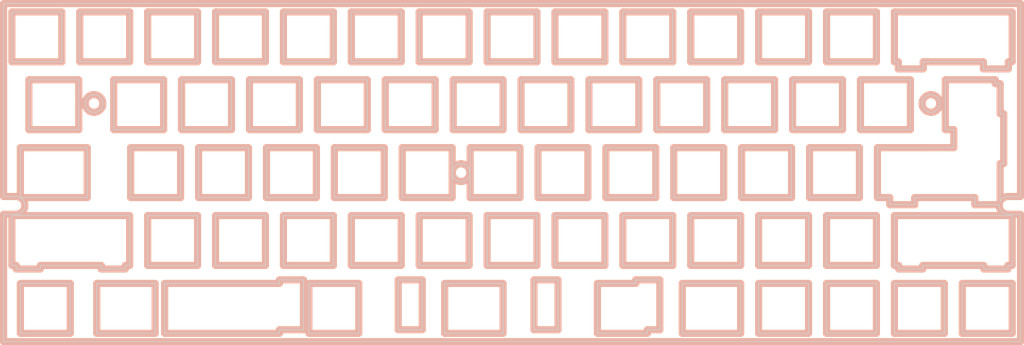
<source format=kicad_pcb>
(kicad_pcb (version 20171130) (host pcbnew "(5.1.10)-1")

  (general
    (thickness 1.6)
    (drawings 2021)
    (tracks 0)
    (zones 0)
    (modules 0)
    (nets 1)
  )

  (page A4)
  (layers
    (0 F.Cu signal)
    (31 B.Cu signal)
    (32 B.Adhes user)
    (33 F.Adhes user)
    (34 B.Paste user)
    (35 F.Paste user)
    (36 B.SilkS user)
    (37 F.SilkS user)
    (38 B.Mask user)
    (39 F.Mask user)
    (40 Dwgs.User user)
    (41 Cmts.User user)
    (42 Eco1.User user)
    (43 Eco2.User user)
    (44 Edge.Cuts user)
    (45 Margin user)
    (46 B.CrtYd user)
    (47 F.CrtYd user)
    (48 B.Fab user)
    (49 F.Fab user)
  )

  (setup
    (last_trace_width 0.25)
    (trace_clearance 0.2)
    (zone_clearance 0.508)
    (zone_45_only no)
    (trace_min 0.2)
    (via_size 0.8)
    (via_drill 0.4)
    (via_min_size 0.4)
    (via_min_drill 0.3)
    (uvia_size 0.3)
    (uvia_drill 0.1)
    (uvias_allowed no)
    (uvia_min_size 0.2)
    (uvia_min_drill 0.1)
    (edge_width 0.05)
    (segment_width 0.2)
    (pcb_text_width 0.3)
    (pcb_text_size 1.5 1.5)
    (mod_edge_width 0.12)
    (mod_text_size 1 1)
    (mod_text_width 0.15)
    (pad_size 1.524 1.524)
    (pad_drill 0.762)
    (pad_to_mask_clearance 0)
    (aux_axis_origin 0 0)
    (visible_elements 7FFFFFFF)
    (pcbplotparams
      (layerselection 0x010fc_ffffffff)
      (usegerberextensions false)
      (usegerberattributes false)
      (usegerberadvancedattributes true)
      (creategerberjobfile true)
      (excludeedgelayer true)
      (linewidth 0.100000)
      (plotframeref false)
      (viasonmask false)
      (mode 1)
      (useauxorigin false)
      (hpglpennumber 1)
      (hpglpenspeed 20)
      (hpglpendiameter 15.000000)
      (psnegative false)
      (psa4output false)
      (plotreference true)
      (plotvalue true)
      (plotinvisibletext false)
      (padsonsilk false)
      (subtractmaskfromsilk false)
      (outputformat 1)
      (mirror false)
      (drillshape 0)
      (scaleselection 1)
      (outputdirectory "gerbers/"))
  )

  (net 0 "")

  (net_class Default "This is the default net class."
    (clearance 0.2)
    (trace_width 0.25)
    (via_dia 0.8)
    (via_drill 0.4)
    (uvia_dia 0.3)
    (uvia_drill 0.1)
  )

  (gr_line (start 190.455751 78.537001) (end 190.455751 92.537001) (layer F.SilkS) (width 2))
  (gr_line (start 266.655751 40.43123) (end 259.224501 40.437001) (layer B.SilkS) (width 2))
  (gr_line (start 266.655751 35.387001) (end 266.655751 40.43123) (layer B.SilkS) (width 2))
  (gr_line (start 279.655751 22.474) (end 278.274501 22.474) (layer B.SilkS) (width 2))
  (gr_line (start 285.374001 59.138401) (end 285.374001 94.874001) (layer B.SilkS) (width 2))
  (gr_line (start 280.404001 58.661501) (end 281.100001 59.0157) (layer B.SilkS) (width 2))
  (gr_line (start 272.568751 56.437001) (end 279.405906 56.437001) (layer B.SilkS) (width 2))
  (gr_line (start 281.100001 59.0157) (end 281.873001 59.138401) (layer B.SilkS) (width 2))
  (gr_line (start 255.692751 54.437001) (end 272.568751 54.437001) (layer B.SilkS) (width 2))
  (gr_line (start 245.2245 40.437001) (end 245.2245 54.437001) (layer B.SilkS) (width 2))
  (gr_line (start -0.000915 59.138401) (end 3.499301 59.138401) (layer B.SilkS) (width 2))
  (gr_line (start 279.851001 58.107601) (end 280.404001 58.661501) (layer B.SilkS) (width 2))
  (gr_line (start 264.2745 21.387001) (end 264.2745 35.387001) (layer B.SilkS) (width 2))
  (gr_line (start 5.520891 55.168301) (end 4.9683 54.6141) (layer B.SilkS) (width 2))
  (gr_line (start 279.655751 30.912001) (end 279.655751 22.474) (layer B.SilkS) (width 2))
  (gr_line (start 0 0) (end 285.374001 0) (layer B.SilkS) (width 2))
  (gr_line (start 4.27238 54.260201) (end 3.50068 54.137501) (layer B.SilkS) (width 2))
  (gr_line (start 4.27238 59.0157) (end 4.9683 58.661501) (layer B.SilkS) (width 2))
  (gr_line (start 280.655751 30.912001) (end 279.655751 30.912001) (layer B.SilkS) (width 2))
  (gr_line (start 248.692751 56.437001) (end 255.692751 56.437001) (layer B.SilkS) (width 2))
  (gr_line (start 3.50068 54.137501) (end -0.000915 54.137501) (layer B.SilkS) (width 2))
  (gr_line (start 279.374001 56.6372) (end 279.497001 57.410201) (layer B.SilkS) (width 2))
  (gr_line (start 283.037014 16.337001) (end 283.037014 2.337001) (layer B.SilkS) (width 2))
  (gr_line (start 259.224501 40.437001) (end 245.2245 40.437001) (layer B.SilkS) (width 2))
  (gr_line (start 264.2745 35.387001) (end 266.655751 35.387001) (layer B.SilkS) (width 2))
  (gr_line (start 278.274501 22.474) (end 278.274501 21.387001) (layer B.SilkS) (width 2))
  (gr_line (start 279.655751 44.912001) (end 280.655751 44.912001) (layer B.SilkS) (width 2))
  (gr_line (start 5.520891 58.107601) (end 5.87642 57.410201) (layer B.SilkS) (width 2))
  (gr_line (start 5.999051 56.6387) (end 5.87642 55.8654) (layer B.SilkS) (width 2))
  (gr_line (start 279.655751 55.552789) (end 279.655751 44.912001) (layer B.SilkS) (width 2))
  (gr_line (start 279.851001 55.168301) (end 279.655751 55.552789) (layer B.SilkS) (width 2))
  (gr_line (start 280.404001 54.6141) (end 279.851001 55.168301) (layer B.SilkS) (width 2))
  (gr_line (start 281.100001 54.260201) (end 280.404001 54.6141) (layer B.SilkS) (width 2))
  (gr_line (start 285.374001 54.137501) (end 281.873001 54.137501) (layer B.SilkS) (width 2))
  (gr_line (start 5.87642 55.8654) (end 5.520891 55.168301) (layer B.SilkS) (width 2))
  (gr_line (start 279.497001 57.410201) (end 279.851001 58.107601) (layer B.SilkS) (width 2))
  (gr_line (start 281.873001 54.137501) (end 281.100001 54.260201) (layer B.SilkS) (width 2))
  (gr_line (start 0 94.874001) (end -0.000915 59.138401) (layer B.SilkS) (width 2))
  (gr_line (start -0.000915 54.137501) (end 0 0) (layer B.SilkS) (width 2))
  (gr_line (start 272.568751 54.437001) (end 272.568751 56.437001) (layer B.SilkS) (width 2))
  (gr_line (start 4.9683 54.6141) (end 4.27238 54.260201) (layer B.SilkS) (width 2))
  (gr_line (start 285.374001 94.874001) (end 0 94.874001) (layer B.SilkS) (width 2))
  (gr_line (start 280.655751 44.912001) (end 280.655751 30.912001) (layer B.SilkS) (width 2))
  (gr_line (start 5.87642 57.410201) (end 5.999051 56.6387) (layer B.SilkS) (width 2))
  (gr_line (start 255.692751 56.437001) (end 255.692751 54.437001) (layer B.SilkS) (width 2))
  (gr_line (start 278.274501 21.387001) (end 264.2745 21.387001) (layer B.SilkS) (width 2))
  (gr_line (start 248.692751 54.437001) (end 248.692751 56.437001) (layer B.SilkS) (width 2))
  (gr_line (start 285.374001 0) (end 285.374001 54.137501) (layer B.SilkS) (width 2))
  (gr_line (start 4.9683 58.661501) (end 5.520891 58.107601) (layer B.SilkS) (width 2))
  (gr_line (start 279.405906 56.437001) (end 279.374001 56.6372) (layer B.SilkS) (width 2))
  (gr_line (start 281.873001 59.138401) (end 285.374001 59.138401) (layer B.SilkS) (width 2))
  (gr_line (start 3.499301 59.138401) (end 4.27238 59.0157) (layer B.SilkS) (width 2))
  (gr_line (start 245.2245 54.437001) (end 248.692751 54.437001) (layer B.SilkS) (width 2))
  (gr_line (start 283.037014 2.337001) (end 249.987012 2.337001) (layer B.SilkS) (width 2))
  (gr_line (start 230.937 59.487001) (end 230.937 73.487001) (layer B.SilkS) (width 2))
  (gr_line (start 251.073916 16.337001) (end 251.074 18.337001) (layer B.SilkS) (width 2))
  (gr_line (start 249.987012 16.337001) (end 251.073916 16.337001) (layer B.SilkS) (width 2))
  (gr_line (start 3.549 74.487001) (end 10.299001 74.487001) (layer B.SilkS) (width 2))
  (gr_line (start 257.949 73.487001) (end 275.075001 73.487001) (layer B.SilkS) (width 2))
  (gr_line (start 4.71825 92.537001) (end 18.718251 92.537001) (layer B.SilkS) (width 2))
  (gr_line (start 23.480751 54.437001) (end 23.480751 40.437001) (layer B.SilkS) (width 2))
  (gr_line (start 3.549 73.487001) (end 3.549 74.487001) (layer B.SilkS) (width 2))
  (gr_line (start 27.425001 73.487001) (end 27.425001 74.487001) (layer B.SilkS) (width 2))
  (gr_line (start 27.425001 74.487001) (end 34.175001 74.487001) (layer B.SilkS) (width 2))
  (gr_line (start 4.71825 54.437001) (end 23.480751 54.437001) (layer B.SilkS) (width 2))
  (gr_line (start 230.937 73.487001) (end 244.937001 73.487001) (layer B.SilkS) (width 2))
  (gr_line (start 42.530751 78.537001) (end 26.149501 78.537001) (layer B.SilkS) (width 2))
  (gr_line (start 42.530751 92.537001) (end 42.530751 78.537001) (layer B.SilkS) (width 2))
  (gr_line (start 251.199001 74.487001) (end 257.949 74.487001) (layer B.SilkS) (width 2))
  (gr_line (start 249.987012 2.337001) (end 249.987012 16.337001) (layer B.SilkS) (width 2))
  (gr_line (start 180.643251 92.537001) (end 180.643251 91.537001) (layer B.SilkS) (width 2))
  (gr_line (start 283.037 73.487001) (end 283.037 59.487001) (layer B.SilkS) (width 2))
  (gr_line (start 281.825001 73.487001) (end 283.037 73.487001) (layer B.SilkS) (width 2))
  (gr_line (start 281.825001 74.487001) (end 281.825001 73.487001) (layer B.SilkS) (width 2))
  (gr_line (start 18.718251 78.537001) (end 4.71825 78.537001) (layer B.SilkS) (width 2))
  (gr_line (start 244.937001 59.487001) (end 230.937 59.487001) (layer B.SilkS) (width 2))
  (gr_line (start 123.780751 92.537001) (end 140.162001 92.537001) (layer B.SilkS) (width 2))
  (gr_line (start 2.337 73.487001) (end 3.549 73.487001) (layer B.SilkS) (width 2))
  (gr_line (start 257.949 74.487001) (end 257.949 73.487001) (layer B.SilkS) (width 2))
  (gr_line (start 10.299001 74.487001) (end 10.299001 73.487001) (layer B.SilkS) (width 2))
  (gr_line (start 26.149501 92.537001) (end 42.530751 92.537001) (layer B.SilkS) (width 2))
  (gr_line (start 2.337 59.487001) (end 2.337 73.487001) (layer B.SilkS) (width 2))
  (gr_line (start 180.643251 91.537001) (end 184.155751 91.537001) (layer B.SilkS) (width 2))
  (gr_line (start 249.987 59.487001) (end 249.987 73.487001) (layer B.SilkS) (width 2))
  (gr_line (start 35.387001 59.487001) (end 2.337 59.487001) (layer B.SilkS) (width 2))
  (gr_line (start 34.175001 73.487001) (end 35.387001 73.487001) (layer B.SilkS) (width 2))
  (gr_line (start 177.405751 77.537001) (end 177.405751 78.537001) (layer B.SilkS) (width 2))
  (gr_line (start 240.462 21.387001) (end 240.462 35.387001) (layer B.SilkS) (width 2))
  (gr_line (start 184.155751 77.537001) (end 177.405751 77.537001) (layer B.SilkS) (width 2))
  (gr_line (start 166.643251 92.537001) (end 180.643251 92.537001) (layer B.SilkS) (width 2))
  (gr_line (start 4.71825 78.537001) (end 4.71825 92.537001) (layer B.SilkS) (width 2))
  (gr_line (start 26.149501 78.537001) (end 26.149501 92.537001) (layer B.SilkS) (width 2))
  (gr_line (start 18.718251 92.537001) (end 18.718251 78.537001) (layer B.SilkS) (width 2))
  (gr_line (start 281.950001 16.337001) (end 283.037014 16.337001) (layer B.SilkS) (width 2))
  (gr_line (start 251.074 18.337001) (end 258.074001 18.337001) (layer B.SilkS) (width 2))
  (gr_line (start 275.075001 74.487001) (end 281.825001 74.487001) (layer B.SilkS) (width 2))
  (gr_line (start 4.71825 40.437001) (end 4.71825 54.437001) (layer B.SilkS) (width 2))
  (gr_line (start 244.937001 73.487001) (end 244.937001 59.487001) (layer B.SilkS) (width 2))
  (gr_line (start 283.037 59.487001) (end 249.987 59.487001) (layer B.SilkS) (width 2))
  (gr_line (start 281.950001 18.337001) (end 281.950001 16.337001) (layer B.SilkS) (width 2))
  (gr_line (start 35.387001 73.487001) (end 35.387001 59.487001) (layer B.SilkS) (width 2))
  (gr_line (start 123.780751 78.537001) (end 123.780751 92.537001) (layer B.SilkS) (width 2))
  (gr_line (start 274.950001 18.337001) (end 281.950001 18.337001) (layer B.SilkS) (width 2))
  (gr_line (start 184.155751 91.537001) (end 184.155751 77.537001) (layer B.SilkS) (width 2))
  (gr_line (start 249.987 73.487001) (end 251.199001 73.487001) (layer B.SilkS) (width 2))
  (gr_line (start 258.074001 18.337001) (end 258.074001 16.337001) (layer B.SilkS) (width 2))
  (gr_line (start 177.405751 78.537001) (end 166.643251 78.537001) (layer B.SilkS) (width 2))
  (gr_line (start 34.175001 74.487001) (end 34.175001 73.487001) (layer B.SilkS) (width 2))
  (gr_line (start 274.950073 16.337) (end 274.950001 18.337001) (layer B.SilkS) (width 2))
  (gr_line (start 259.512001 16.337) (end 274.950073 16.337) (layer B.SilkS) (width 2))
  (gr_line (start 275.075001 73.487001) (end 275.075001 74.487001) (layer B.SilkS) (width 2))
  (gr_line (start 166.643251 78.537001) (end 166.643251 92.537001) (layer B.SilkS) (width 2))
  (gr_line (start 23.480751 40.437001) (end 4.71825 40.437001) (layer B.SilkS) (width 2))
  (gr_line (start 140.162001 92.537001) (end 140.162001 78.537001) (layer B.SilkS) (width 2))
  (gr_line (start 10.299001 73.487001) (end 27.425001 73.487001) (layer B.SilkS) (width 2))
  (gr_line (start 258.074001 16.337001) (end 259.512001 16.337) (layer B.SilkS) (width 2))
  (gr_line (start 251.199001 73.487001) (end 251.199001 74.487001) (layer B.SilkS) (width 2))
  (gr_line (start 140.162001 78.537001) (end 123.780751 78.537001) (layer B.SilkS) (width 2))
  (gr_line (start 261.008001 25.6602) (end 260.236 25.5378) (layer B.SilkS) (width 2))
  (gr_line (start 26.855701 30.060401) (end 27.406901 29.5065) (layer B.SilkS) (width 2))
  (gr_line (start 77.405751 78.537001) (end 45.199501 78.537001) (layer B.SilkS) (width 2))
  (gr_line (start 25.386701 25.5378) (end 24.6136 25.6602) (layer B.SilkS) (width 2))
  (gr_line (start 259.463001 25.6602) (end 258.766001 26.0144) (layer B.SilkS) (width 2))
  (gr_line (start 23.009601 28.8105) (end 23.363701 29.5065) (layer B.SilkS) (width 2))
  (gr_line (start 27.8864 28.0386) (end 27.763801 27.2643) (layer B.SilkS) (width 2))
  (gr_line (start 45.199501 92.537001) (end 77.405751 92.537001) (layer B.SilkS) (width 2))
  (gr_line (start 258.213001 26.5682) (end 257.858001 27.2643) (layer B.SilkS) (width 2))
  (gr_line (start 45.199501 78.537001) (end 45.199501 92.537001) (layer B.SilkS) (width 2))
  (gr_line (start 25.386701 30.538401) (end 26.159801 30.4146) (layer B.SilkS) (width 2))
  (gr_line (start 84.155751 91.537001) (end 84.155751 77.537001) (layer B.SilkS) (width 2))
  (gr_line (start 225.887001 73.487001) (end 225.887001 59.487001) (layer B.SilkS) (width 2))
  (gr_line (start 211.887001 73.487001) (end 225.887001 73.487001) (layer B.SilkS) (width 2))
  (gr_line (start 117.487001 77.537001) (end 110.737001 77.537001) (layer B.SilkS) (width 2))
  (gr_line (start 26.855701 26.0144) (end 26.159801 25.6602) (layer B.SilkS) (width 2))
  (gr_line (start 148.837001 77.537001) (end 148.837001 91.537001) (layer B.SilkS) (width 2))
  (gr_line (start 155.587001 77.537001) (end 148.837001 77.537001) (layer B.SilkS) (width 2))
  (gr_line (start 26.159801 30.4146) (end 26.855701 30.060401) (layer B.SilkS) (width 2))
  (gr_line (start 261.705 30.060401) (end 262.258001 29.5065) (layer B.SilkS) (width 2))
  (gr_line (start 27.763801 28.8105) (end 27.8864 28.0386) (layer B.SilkS) (width 2))
  (gr_line (start 254.462001 21.387001) (end 240.462 21.387001) (layer B.SilkS) (width 2))
  (gr_line (start 27.406901 29.5065) (end 27.763801 28.8105) (layer B.SilkS) (width 2))
  (gr_line (start 262.258001 26.5682) (end 261.705 26.0144) (layer B.SilkS) (width 2))
  (gr_line (start 254.462001 35.387001) (end 254.462001 21.387001) (layer B.SilkS) (width 2))
  (gr_line (start 262.736 28.0386) (end 262.613001 27.2643) (layer B.SilkS) (width 2))
  (gr_line (start 240.174501 54.437001) (end 240.174501 40.437001) (layer B.SilkS) (width 2))
  (gr_line (start 240.462 35.387001) (end 254.462001 35.387001) (layer B.SilkS) (width 2))
  (gr_line (start 226.174501 40.437001) (end 226.174501 54.437001) (layer B.SilkS) (width 2))
  (gr_line (start 110.737001 77.537001) (end 110.737001 91.537001) (layer B.SilkS) (width 2))
  (gr_line (start 259.463001 30.4146) (end 260.236 30.538401) (layer B.SilkS) (width 2))
  (gr_line (start 110.737001 91.537001) (end 117.487001 91.537001) (layer B.SilkS) (width 2))
  (gr_line (start 261.705 26.0144) (end 261.008001 25.6602) (layer B.SilkS) (width 2))
  (gr_line (start 24.6136 30.4146) (end 25.386701 30.538401) (layer B.SilkS) (width 2))
  (gr_line (start 240.174501 40.437001) (end 226.174501 40.437001) (layer B.SilkS) (width 2))
  (gr_line (start 258.766001 30.060401) (end 259.463001 30.4146) (layer B.SilkS) (width 2))
  (gr_line (start 257.858001 28.8105) (end 258.213001 29.5065) (layer B.SilkS) (width 2))
  (gr_line (start 226.174501 54.437001) (end 240.174501 54.437001) (layer B.SilkS) (width 2))
  (gr_line (start 258.766001 26.0144) (end 258.213001 26.5682) (layer B.SilkS) (width 2))
  (gr_line (start 225.887001 59.487001) (end 211.887001 59.487001) (layer B.SilkS) (width 2))
  (gr_line (start 211.887001 59.487001) (end 211.887001 73.487001) (layer B.SilkS) (width 2))
  (gr_line (start 77.405751 77.537001) (end 77.405751 78.537001) (layer B.SilkS) (width 2))
  (gr_line (start 261.008001 30.4146) (end 261.705 30.060401) (layer B.SilkS) (width 2))
  (gr_line (start 23.009601 27.2643) (end 22.886901 28.0386) (layer B.SilkS) (width 2))
  (gr_line (start 155.587001 91.537001) (end 155.587001 77.537001) (layer B.SilkS) (width 2))
  (gr_line (start 27.763801 27.2643) (end 27.406901 26.5682) (layer B.SilkS) (width 2))
  (gr_line (start 26.159801 25.6602) (end 25.386701 25.5378) (layer B.SilkS) (width 2))
  (gr_line (start 22.886901 28.0386) (end 23.009601 28.8105) (layer B.SilkS) (width 2))
  (gr_line (start 262.613001 28.8105) (end 262.736 28.0386) (layer B.SilkS) (width 2))
  (gr_line (start 258.213001 29.5065) (end 258.766001 30.060401) (layer B.SilkS) (width 2))
  (gr_line (start 77.405751 91.537001) (end 84.155751 91.537001) (layer B.SilkS) (width 2))
  (gr_line (start 23.917701 30.060401) (end 24.6136 30.4146) (layer B.SilkS) (width 2))
  (gr_line (start 27.406901 26.5682) (end 26.855701 26.0144) (layer B.SilkS) (width 2))
  (gr_line (start 262.258001 29.5065) (end 262.613001 28.8105) (layer B.SilkS) (width 2))
  (gr_line (start 260.236 30.538401) (end 261.008001 30.4146) (layer B.SilkS) (width 2))
  (gr_line (start 257.736 28.0386) (end 257.858001 28.8105) (layer B.SilkS) (width 2))
  (gr_line (start 260.236 25.5378) (end 259.463001 25.6602) (layer B.SilkS) (width 2))
  (gr_line (start 84.155751 77.537001) (end 77.405751 77.537001) (layer B.SilkS) (width 2))
  (gr_line (start 148.837001 91.537001) (end 155.587001 91.537001) (layer B.SilkS) (width 2))
  (gr_line (start 77.405751 92.537001) (end 77.405751 91.537001) (layer B.SilkS) (width 2))
  (gr_line (start 262.613001 27.2643) (end 262.258001 26.5682) (layer B.SilkS) (width 2))
  (gr_line (start 257.858001 27.2643) (end 257.736 28.0386) (layer B.SilkS) (width 2))
  (gr_line (start 23.363701 29.5065) (end 23.917701 30.060401) (layer B.SilkS) (width 2))
  (gr_line (start 117.487001 91.537001) (end 117.487001 77.537001) (layer B.SilkS) (width 2))
  (gr_line (start 130.410001 45.9685) (end 129.856001 45.414301) (layer B.SilkS) (width 2))
  (gr_line (start 230.937 92.537001) (end 244.937001 92.537001) (layer B.SilkS) (width 2))
  (gr_line (start 211.887001 78.537001) (end 211.887001 92.537001) (layer B.SilkS) (width 2))
  (gr_line (start 130.410001 48.907901) (end 130.764001 48.2104) (layer B.SilkS) (width 2))
  (gr_line (start 126.364001 45.9685) (end 126.007001 46.664201) (layer B.SilkS) (width 2))
  (gr_line (start 126.918001 45.414301) (end 126.364001 45.9685) (layer B.SilkS) (width 2))
  (gr_line (start 249.987 78.537001) (end 249.987 92.537001) (layer B.SilkS) (width 2))
  (gr_line (start 263.987001 78.537001) (end 249.987 78.537001) (layer B.SilkS) (width 2))
  (gr_line (start 283.037001 92.537001) (end 283.037001 78.537001) (layer B.SilkS) (width 2))
  (gr_line (start 129.160001 45.0601) (end 128.387001 44.9391) (layer B.SilkS) (width 2))
  (gr_line (start 125.887001 47.438901) (end 126.007001 48.2104) (layer B.SilkS) (width 2))
  (gr_line (start 190.455751 92.537001) (end 206.837001 92.537001) (layer B.SilkS) (width 2))
  (gr_line (start 126.007001 46.664201) (end 125.887001 47.438901) (layer B.SilkS) (width 2))
  (gr_line (start 211.887001 92.537001) (end 225.887001 92.537001) (layer B.SilkS) (width 2))
  (gr_line (start 249.987 92.537001) (end 263.987001 92.537001) (layer B.SilkS) (width 2))
  (gr_line (start 178.262001 35.387001) (end 178.262001 21.387001) (layer B.SilkS) (width 2))
  (gr_line (start 263.987001 92.537001) (end 263.987001 78.537001) (layer B.SilkS) (width 2))
  (gr_line (start 23.363701 26.5682) (end 23.009601 27.2643) (layer B.SilkS) (width 2))
  (gr_line (start 23.917701 26.0144) (end 23.363701 26.5682) (layer B.SilkS) (width 2))
  (gr_line (start 99.680751 78.537001) (end 85.680751 78.537001) (layer B.SilkS) (width 2))
  (gr_line (start 85.680751 92.537001) (end 99.680751 92.537001) (layer B.SilkS) (width 2))
  (gr_line (start 126.918001 49.460301) (end 127.614001 49.8159) (layer B.SilkS) (width 2))
  (gr_line (start 24.6136 25.6602) (end 23.917701 26.0144) (layer B.SilkS) (width 2))
  (gr_line (start 225.887001 92.537001) (end 225.887001 78.537001) (layer B.SilkS) (width 2))
  (gr_line (start 235.412001 21.387001) (end 221.412 21.387001) (layer B.SilkS) (width 2))
  (gr_line (start 85.680751 78.537001) (end 85.680751 92.537001) (layer B.SilkS) (width 2))
  (gr_line (start 127.614001 45.0601) (end 126.918001 45.414301) (layer B.SilkS) (width 2))
  (gr_line (start 190.455751 78.537001) (end 190.455751 92.537001) (layer B.SilkS) (width 2))
  (gr_line (start 206.837001 92.537001) (end 206.837001 78.537001) (layer B.SilkS) (width 2))
  (gr_line (start 128.387001 44.9391) (end 127.614001 45.0601) (layer B.SilkS) (width 2))
  (gr_line (start 129.856001 45.414301) (end 129.160001 45.0601) (layer B.SilkS) (width 2))
  (gr_line (start 130.764001 46.664201) (end 130.410001 45.9685) (layer B.SilkS) (width 2))
  (gr_line (start 164.262001 35.387001) (end 178.262001 35.387001) (layer B.SilkS) (width 2))
  (gr_line (start 128.387001 49.938701) (end 129.160001 49.8159) (layer B.SilkS) (width 2))
  (gr_line (start 126.007001 48.2104) (end 126.364001 48.907901) (layer B.SilkS) (width 2))
  (gr_line (start 230.937 78.537001) (end 230.937 92.537001) (layer B.SilkS) (width 2))
  (gr_line (start 127.614001 49.8159) (end 128.387001 49.938701) (layer B.SilkS) (width 2))
  (gr_line (start 164.262001 21.387001) (end 164.262001 35.387001) (layer B.SilkS) (width 2))
  (gr_line (start 130.888001 47.438901) (end 130.764001 46.664201) (layer B.SilkS) (width 2))
  (gr_line (start 130.764001 48.2104) (end 130.888001 47.438901) (layer B.SilkS) (width 2))
  (gr_line (start 129.856001 49.460301) (end 130.410001 48.907901) (layer B.SilkS) (width 2))
  (gr_line (start 225.887001 78.537001) (end 211.887001 78.537001) (layer B.SilkS) (width 2))
  (gr_line (start 269.037001 92.537001) (end 283.037001 92.537001) (layer B.SilkS) (width 2))
  (gr_line (start 221.412 21.387001) (end 221.412 35.387001) (layer B.SilkS) (width 2))
  (gr_line (start 178.262001 21.387001) (end 164.262001 21.387001) (layer B.SilkS) (width 2))
  (gr_line (start 244.937001 92.537001) (end 244.937001 78.537001) (layer B.SilkS) (width 2))
  (gr_line (start 129.160001 49.8159) (end 129.856001 49.460301) (layer B.SilkS) (width 2))
  (gr_line (start 244.937001 78.537001) (end 230.937 78.537001) (layer B.SilkS) (width 2))
  (gr_line (start 126.364001 48.907901) (end 126.918001 49.460301) (layer B.SilkS) (width 2))
  (gr_line (start 269.037001 78.537001) (end 269.037001 92.537001) (layer B.SilkS) (width 2))
  (gr_line (start 99.680751 92.537001) (end 99.680751 78.537001) (layer B.SilkS) (width 2))
  (gr_line (start 283.037001 78.537001) (end 269.037001 78.537001) (layer B.SilkS) (width 2))
  (gr_line (start 206.837001 78.537001) (end 190.455751 78.537001) (layer B.SilkS) (width 2))
  (gr_line (start 107.112001 35.387001) (end 121.112001 35.387001) (layer B.SilkS) (width 2))
  (gr_line (start 107.112001 21.387001) (end 107.112001 35.387001) (layer B.SilkS) (width 2))
  (gr_line (start 78.537001 2.337001) (end 78.537001 16.337) (layer B.SilkS) (width 2))
  (gr_line (start 78.537001 16.337) (end 92.537001 16.337) (layer B.SilkS) (width 2))
  (gr_line (start 69.012001 35.387001) (end 83.012001 35.387001) (layer B.SilkS) (width 2))
  (gr_line (start 206.837001 16.337) (end 206.837001 2.337001) (layer B.SilkS) (width 2))
  (gr_line (start 206.837001 2.337001) (end 192.837001 2.337001) (layer B.SilkS) (width 2))
  (gr_line (start 92.537001 16.337) (end 92.537001 2.337001) (layer B.SilkS) (width 2))
  (gr_line (start 135.687001 2.337001) (end 135.687001 16.337) (layer B.SilkS) (width 2))
  (gr_line (start 173.787001 2.337001) (end 173.787001 16.337) (layer B.SilkS) (width 2))
  (gr_line (start 69.012001 21.387001) (end 69.012001 35.387001) (layer B.SilkS) (width 2))
  (gr_line (start 149.687001 2.337001) (end 135.687001 2.337001) (layer B.SilkS) (width 2))
  (gr_line (start 135.687001 16.337) (end 149.687001 16.337) (layer B.SilkS) (width 2))
  (gr_line (start 140.162001 21.387001) (end 126.162001 21.387001) (layer B.SilkS) (width 2))
  (gr_line (start 192.837001 16.337) (end 206.837001 16.337) (layer B.SilkS) (width 2))
  (gr_line (start 140.162001 35.387001) (end 140.162001 21.387001) (layer B.SilkS) (width 2))
  (gr_line (start 116.637001 16.337) (end 130.637 16.337) (layer B.SilkS) (width 2))
  (gr_line (start 130.924501 40.437001) (end 130.924501 54.437001) (layer B.SilkS) (width 2))
  (gr_line (start 88.062001 35.387001) (end 102.062001 35.387001) (layer B.SilkS) (width 2))
  (gr_line (start 87.774501 54.437001) (end 87.774501 40.437001) (layer B.SilkS) (width 2))
  (gr_line (start 168.737001 2.337001) (end 154.737001 2.337001) (layer B.SilkS) (width 2))
  (gr_line (start 54.724501 54.437001) (end 68.724501 54.437001) (layer B.SilkS) (width 2))
  (gr_line (start 126.162001 35.387001) (end 140.162001 35.387001) (layer B.SilkS) (width 2))
  (gr_line (start 102.062001 35.387001) (end 102.062001 21.387001) (layer B.SilkS) (width 2))
  (gr_line (start 73.487001 73.487001) (end 73.487001 59.487001) (layer B.SilkS) (width 2))
  (gr_line (start 216.362001 35.387001) (end 216.362001 21.387001) (layer B.SilkS) (width 2))
  (gr_line (start 68.724501 40.437001) (end 54.724501 40.437001) (layer B.SilkS) (width 2))
  (gr_line (start 126.162001 21.387001) (end 126.162001 35.387001) (layer B.SilkS) (width 2))
  (gr_line (start 116.637001 2.337001) (end 116.637001 16.337) (layer B.SilkS) (width 2))
  (gr_line (start 130.637 2.337001) (end 116.637001 2.337001) (layer B.SilkS) (width 2))
  (gr_line (start 68.724501 54.437001) (end 68.724501 40.437001) (layer B.SilkS) (width 2))
  (gr_line (start 102.062001 21.387001) (end 88.062001 21.387001) (layer B.SilkS) (width 2))
  (gr_line (start 73.774501 40.437001) (end 73.774501 54.437001) (layer B.SilkS) (width 2))
  (gr_line (start 144.924501 54.437001) (end 144.924501 40.437001) (layer B.SilkS) (width 2))
  (gr_line (start 88.062001 21.387001) (end 88.062001 35.387001) (layer B.SilkS) (width 2))
  (gr_line (start 144.924501 40.437001) (end 130.924501 40.437001) (layer B.SilkS) (width 2))
  (gr_line (start 83.012001 21.387001) (end 69.012001 21.387001) (layer B.SilkS) (width 2))
  (gr_line (start 83.012001 35.387001) (end 83.012001 21.387001) (layer B.SilkS) (width 2))
  (gr_line (start 54.724501 40.437001) (end 54.724501 54.437001) (layer B.SilkS) (width 2))
  (gr_line (start 154.737001 16.337) (end 168.737001 16.337) (layer B.SilkS) (width 2))
  (gr_line (start 59.487001 59.487001) (end 59.487001 73.487001) (layer B.SilkS) (width 2))
  (gr_line (start 187.787001 16.337) (end 187.787001 2.337001) (layer B.SilkS) (width 2))
  (gr_line (start 173.787001 16.337) (end 187.787001 16.337) (layer B.SilkS) (width 2))
  (gr_line (start 59.487001 73.487001) (end 73.487001 73.487001) (layer B.SilkS) (width 2))
  (gr_line (start 73.487001 59.487001) (end 59.487001 59.487001) (layer B.SilkS) (width 2))
  (gr_line (start 216.362001 21.387001) (end 202.362001 21.387001) (layer B.SilkS) (width 2))
  (gr_line (start 168.737001 16.337) (end 168.737001 2.337001) (layer B.SilkS) (width 2))
  (gr_line (start 149.687001 16.337) (end 149.687001 2.337001) (layer B.SilkS) (width 2))
  (gr_line (start 130.924501 54.437001) (end 144.924501 54.437001) (layer B.SilkS) (width 2))
  (gr_line (start 221.412 35.387001) (end 235.412001 35.387001) (layer B.SilkS) (width 2))
  (gr_line (start 235.412001 35.387001) (end 235.412001 21.387001) (layer B.SilkS) (width 2))
  (gr_line (start 92.537001 2.337001) (end 78.537001 2.337001) (layer B.SilkS) (width 2))
  (gr_line (start 187.787001 2.337001) (end 173.787001 2.337001) (layer B.SilkS) (width 2))
  (gr_line (start 225.887001 2.337001) (end 211.887001 2.337001) (layer B.SilkS) (width 2))
  (gr_line (start 225.887001 16.337) (end 225.887001 2.337001) (layer B.SilkS) (width 2))
  (gr_line (start 211.887001 16.337) (end 225.887001 16.337) (layer B.SilkS) (width 2))
  (gr_line (start 130.637 16.337) (end 130.637 2.337001) (layer B.SilkS) (width 2))
  (gr_line (start 154.737001 2.337001) (end 154.737001 16.337) (layer B.SilkS) (width 2))
  (gr_line (start 87.774501 40.437001) (end 73.774501 40.437001) (layer B.SilkS) (width 2))
  (gr_line (start 192.837001 2.337001) (end 192.837001 16.337) (layer B.SilkS) (width 2))
  (gr_line (start 73.774501 54.437001) (end 87.774501 54.437001) (layer B.SilkS) (width 2))
  (gr_line (start 211.887001 2.337001) (end 211.887001 16.337) (layer B.SilkS) (width 2))
  (gr_line (start 121.112001 21.387001) (end 107.112001 21.387001) (layer B.SilkS) (width 2))
  (gr_line (start 121.112001 35.387001) (end 121.112001 21.387001) (layer B.SilkS) (width 2))
  (gr_line (start 125.874501 54.437001) (end 125.874501 40.437001) (layer B.SilkS) (width 2))
  (gr_line (start 92.824501 54.437001) (end 106.824501 54.437001) (layer B.SilkS) (width 2))
  (gr_line (start 116.637001 73.487001) (end 130.637 73.487001) (layer B.SilkS) (width 2))
  (gr_line (start 111.587001 16.337) (end 111.587001 2.337001) (layer B.SilkS) (width 2))
  (gr_line (start 92.537001 59.487001) (end 78.537001 59.487001) (layer B.SilkS) (width 2))
  (gr_line (start 97.587001 16.337) (end 111.587001 16.337) (layer B.SilkS) (width 2))
  (gr_line (start 54.437001 16.337) (end 54.437001 2.337001) (layer B.SilkS) (width 2))
  (gr_line (start 202.362001 35.387001) (end 216.362001 35.387001) (layer B.SilkS) (width 2))
  (gr_line (start 49.674501 54.437001) (end 49.674501 40.437001) (layer B.SilkS) (width 2))
  (gr_line (start 125.874501 40.437001) (end 111.874501 40.437001) (layer B.SilkS) (width 2))
  (gr_line (start 73.487001 2.337001) (end 59.487001 2.337001) (layer B.SilkS) (width 2))
  (gr_line (start 63.962001 35.387001) (end 63.962001 21.387001) (layer B.SilkS) (width 2))
  (gr_line (start 59.487001 2.337001) (end 59.487001 16.337) (layer B.SilkS) (width 2))
  (gr_line (start 59.487001 16.337) (end 73.487001 16.337) (layer B.SilkS) (width 2))
  (gr_line (start 92.824501 40.437001) (end 92.824501 54.437001) (layer B.SilkS) (width 2))
  (gr_line (start 92.537001 73.487001) (end 92.537001 59.487001) (layer B.SilkS) (width 2))
  (gr_line (start 111.874501 40.437001) (end 111.874501 54.437001) (layer B.SilkS) (width 2))
  (gr_line (start 111.587001 2.337001) (end 97.587001 2.337001) (layer B.SilkS) (width 2))
  (gr_line (start 78.537001 73.487001) (end 92.537001 73.487001) (layer B.SilkS) (width 2))
  (gr_line (start 63.962001 21.387001) (end 49.962001 21.387001) (layer B.SilkS) (width 2))
  (gr_line (start 111.587001 59.487001) (end 97.587001 59.487001) (layer B.SilkS) (width 2))
  (gr_line (start 97.587001 73.487001) (end 111.587001 73.487001) (layer B.SilkS) (width 2))
  (gr_line (start 40.437001 2.337001) (end 40.437001 16.337) (layer B.SilkS) (width 2))
  (gr_line (start 54.437001 2.337001) (end 40.437001 2.337001) (layer B.SilkS) (width 2))
  (gr_line (start 49.674501 40.437001) (end 35.674501 40.437001) (layer B.SilkS) (width 2))
  (gr_line (start 49.962001 35.387001) (end 63.962001 35.387001) (layer B.SilkS) (width 2))
  (gr_line (start 73.487001 16.337) (end 73.487001 2.337001) (layer B.SilkS) (width 2))
  (gr_line (start 106.824501 40.437001) (end 92.824501 40.437001) (layer B.SilkS) (width 2))
  (gr_line (start 97.587001 2.337001) (end 97.587001 16.337) (layer B.SilkS) (width 2))
  (gr_line (start 116.637001 59.487001) (end 116.637001 73.487001) (layer B.SilkS) (width 2))
  (gr_line (start 78.537001 59.487001) (end 78.537001 73.487001) (layer B.SilkS) (width 2))
  (gr_line (start 111.587001 73.487001) (end 111.587001 59.487001) (layer B.SilkS) (width 2))
  (gr_line (start 49.962001 21.387001) (end 49.962001 35.387001) (layer B.SilkS) (width 2))
  (gr_line (start 111.874501 54.437001) (end 125.874501 54.437001) (layer B.SilkS) (width 2))
  (gr_line (start 40.437001 16.337) (end 54.437001 16.337) (layer B.SilkS) (width 2))
  (gr_line (start 97.587001 59.487001) (end 97.587001 73.487001) (layer B.SilkS) (width 2))
  (gr_line (start 202.362001 21.387001) (end 202.362001 35.387001) (layer B.SilkS) (width 2))
  (gr_line (start 35.674501 54.437001) (end 49.674501 54.437001) (layer B.SilkS) (width 2))
  (gr_line (start 106.824501 54.437001) (end 106.824501 40.437001) (layer B.SilkS) (width 2))
  (gr_line (start 130.637 73.487001) (end 130.637 59.487001) (layer B.SilkS) (width 2))
  (gr_line (start 130.637 59.487001) (end 116.637001 59.487001) (layer B.SilkS) (width 2))
  (gr_line (start 35.674501 40.437001) (end 35.674501 54.437001) (layer B.SilkS) (width 2))
  (gr_line (start 197.312001 21.387001) (end 183.312001 21.387001) (layer B.SilkS) (width 2))
  (gr_line (start 168.737001 73.487001) (end 168.737001 59.487001) (layer B.SilkS) (width 2))
  (gr_line (start 16.337 16.337) (end 16.337 2.337001) (layer B.SilkS) (width 2))
  (gr_line (start 21.099501 35.387001) (end 21.099501 21.387001) (layer B.SilkS) (width 2))
  (gr_line (start 221.124501 54.437001) (end 221.124501 40.437001) (layer B.SilkS) (width 2))
  (gr_line (start 187.787001 73.487001) (end 187.787001 59.487001) (layer B.SilkS) (width 2))
  (gr_line (start 173.787001 73.487001) (end 187.787001 73.487001) (layer B.SilkS) (width 2))
  (gr_line (start 183.024501 40.437001) (end 169.024501 40.437001) (layer B.SilkS) (width 2))
  (gr_line (start 54.437001 73.487001) (end 54.437001 59.487001) (layer B.SilkS) (width 2))
  (gr_line (start 149.687001 59.487001) (end 135.687001 59.487001) (layer B.SilkS) (width 2))
  (gr_line (start 21.099501 21.387001) (end 7.0995 21.387001) (layer B.SilkS) (width 2))
  (gr_line (start 183.024501 54.437001) (end 183.024501 40.437001) (layer B.SilkS) (width 2))
  (gr_line (start 35.387001 2.337001) (end 21.387001 2.337001) (layer B.SilkS) (width 2))
  (gr_line (start 244.937001 16.337) (end 244.937001 2.337001) (layer B.SilkS) (width 2))
  (gr_line (start 44.912001 21.387001) (end 30.912001 21.387001) (layer B.SilkS) (width 2))
  (gr_line (start 21.387001 16.337) (end 35.387001 16.337) (layer B.SilkS) (width 2))
  (gr_line (start 230.937 16.337) (end 244.937001 16.337) (layer B.SilkS) (width 2))
  (gr_line (start 221.124501 40.437001) (end 207.124501 40.437001) (layer B.SilkS) (width 2))
  (gr_line (start 135.687001 73.487001) (end 149.687001 73.487001) (layer B.SilkS) (width 2))
  (gr_line (start 206.837001 59.487001) (end 192.837001 59.487001) (layer B.SilkS) (width 2))
  (gr_line (start 149.687001 73.487001) (end 149.687001 59.487001) (layer B.SilkS) (width 2))
  (gr_line (start 7.0995 35.387001) (end 21.099501 35.387001) (layer B.SilkS) (width 2))
  (gr_line (start 30.912001 21.387001) (end 30.912001 35.387001) (layer B.SilkS) (width 2))
  (gr_line (start 202.074501 40.437001) (end 188.074501 40.437001) (layer B.SilkS) (width 2))
  (gr_line (start 2.337001 16.337) (end 16.337 16.337) (layer B.SilkS) (width 2))
  (gr_line (start 188.074501 54.437001) (end 202.074501 54.437001) (layer B.SilkS) (width 2))
  (gr_line (start 145.212001 21.387001) (end 145.212001 35.387001) (layer B.SilkS) (width 2))
  (gr_line (start 30.912001 35.387001) (end 44.912001 35.387001) (layer B.SilkS) (width 2))
  (gr_line (start 16.337 2.337001) (end 2.337001 2.337001) (layer B.SilkS) (width 2))
  (gr_line (start 187.787001 59.487001) (end 173.787001 59.487001) (layer B.SilkS) (width 2))
  (gr_line (start 163.974501 40.437001) (end 149.974501 40.437001) (layer B.SilkS) (width 2))
  (gr_line (start 2.337001 2.337001) (end 2.337001 16.337) (layer B.SilkS) (width 2))
  (gr_line (start 154.737001 73.487001) (end 168.737001 73.487001) (layer B.SilkS) (width 2))
  (gr_line (start 173.787001 59.487001) (end 173.787001 73.487001) (layer B.SilkS) (width 2))
  (gr_line (start 35.387001 16.337) (end 35.387001 2.337001) (layer B.SilkS) (width 2))
  (gr_line (start 163.974501 54.437001) (end 163.974501 40.437001) (layer B.SilkS) (width 2))
  (gr_line (start 149.974501 40.437001) (end 149.974501 54.437001) (layer B.SilkS) (width 2))
  (gr_line (start 21.387001 2.337001) (end 21.387001 16.337) (layer B.SilkS) (width 2))
  (gr_line (start 40.437001 73.487001) (end 54.437001 73.487001) (layer B.SilkS) (width 2))
  (gr_line (start 7.0995 21.387001) (end 7.0995 35.387001) (layer B.SilkS) (width 2))
  (gr_line (start 197.312001 35.387001) (end 197.312001 21.387001) (layer B.SilkS) (width 2))
  (gr_line (start 183.312001 21.387001) (end 183.312001 35.387001) (layer B.SilkS) (width 2))
  (gr_line (start 183.312001 35.387001) (end 197.312001 35.387001) (layer B.SilkS) (width 2))
  (gr_line (start 206.837001 73.487001) (end 206.837001 59.487001) (layer B.SilkS) (width 2))
  (gr_line (start 159.212001 35.387001) (end 159.212001 21.387001) (layer B.SilkS) (width 2))
  (gr_line (start 244.937001 2.337001) (end 230.937 2.337001) (layer B.SilkS) (width 2))
  (gr_line (start 135.687001 59.487001) (end 135.687001 73.487001) (layer B.SilkS) (width 2))
  (gr_line (start 145.212001 35.387001) (end 159.212001 35.387001) (layer B.SilkS) (width 2))
  (gr_line (start 188.074501 40.437001) (end 188.074501 54.437001) (layer B.SilkS) (width 2))
  (gr_line (start 149.974501 54.437001) (end 163.974501 54.437001) (layer B.SilkS) (width 2))
  (gr_line (start 159.212001 21.387001) (end 145.212001 21.387001) (layer B.SilkS) (width 2))
  (gr_line (start 207.124501 54.437001) (end 221.124501 54.437001) (layer B.SilkS) (width 2))
  (gr_line (start 169.024501 54.437001) (end 183.024501 54.437001) (layer B.SilkS) (width 2))
  (gr_line (start 192.837001 59.487001) (end 192.837001 73.487001) (layer B.SilkS) (width 2))
  (gr_line (start 192.837001 73.487001) (end 206.837001 73.487001) (layer B.SilkS) (width 2))
  (gr_line (start 40.437001 59.487001) (end 40.437001 73.487001) (layer B.SilkS) (width 2))
  (gr_line (start 168.737001 59.487001) (end 154.737001 59.487001) (layer B.SilkS) (width 2))
  (gr_line (start 230.937 2.337001) (end 230.937 16.337) (layer B.SilkS) (width 2))
  (gr_line (start 154.737001 59.487001) (end 154.737001 73.487001) (layer B.SilkS) (width 2))
  (gr_line (start 207.124501 40.437001) (end 207.124501 54.437001) (layer B.SilkS) (width 2))
  (gr_line (start 169.024501 40.437001) (end 169.024501 54.437001) (layer B.SilkS) (width 2))
  (gr_line (start 202.074501 54.437001) (end 202.074501 40.437001) (layer B.SilkS) (width 2))
  (gr_line (start 54.437001 59.487001) (end 40.437001 59.487001) (layer B.SilkS) (width 2))
  (gr_line (start 44.912001 35.387001) (end 44.912001 21.387001) (layer B.SilkS) (width 2))
  (gr_line (start 259.224501 40.437001) (end 245.2245 40.437001) (layer F.SilkS) (width 2))
  (gr_line (start 255.692751 56.437001) (end 255.692751 54.437001) (layer F.SilkS) (width 2))
  (gr_line (start 248.692751 56.437001) (end 255.692751 56.437001) (layer F.SilkS) (width 2))
  (gr_line (start 245.2245 40.437001) (end 245.2245 54.437001) (layer F.SilkS) (width 2))
  (gr_line (start 248.692751 54.437001) (end 248.692751 56.437001) (layer F.SilkS) (width 2))
  (gr_line (start 264.2745 35.387001) (end 266.655751 35.387001) (layer F.SilkS) (width 2))
  (gr_line (start 266.655751 40.43123) (end 259.224501 40.437001) (layer F.SilkS) (width 2))
  (gr_line (start 245.2245 54.437001) (end 248.692751 54.437001) (layer F.SilkS) (width 2))
  (gr_line (start 266.655751 35.387001) (end 266.655751 40.43123) (layer F.SilkS) (width 2))
  (gr_line (start 258.074001 16.337001) (end 259.512001 16.337) (layer F.SilkS) (width 2))
  (gr_line (start 251.073916 16.337001) (end 251.074 18.337001) (layer F.SilkS) (width 2))
  (gr_line (start 274.950073 16.337) (end 274.950001 18.337001) (layer F.SilkS) (width 2))
  (gr_line (start 274.950001 18.337001) (end 281.950001 18.337001) (layer F.SilkS) (width 2))
  (gr_line (start 5.520891 58.107601) (end 5.87642 57.410201) (layer F.SilkS) (width 2))
  (gr_line (start 5.87642 55.8654) (end 5.520891 55.168301) (layer F.SilkS) (width 2))
  (gr_line (start 251.074 18.337001) (end 258.074001 18.337001) (layer F.SilkS) (width 2))
  (gr_line (start 279.405906 56.437001) (end 279.374001 56.6372) (layer F.SilkS) (width 2))
  (gr_line (start 279.851001 55.168301) (end 279.655751 55.552789) (layer F.SilkS) (width 2))
  (gr_line (start 283.037 73.487001) (end 283.037 59.487001) (layer F.SilkS) (width 2))
  (gr_line (start 251.199001 74.487001) (end 257.949 74.487001) (layer F.SilkS) (width 2))
  (gr_line (start 280.655751 44.912001) (end 280.655751 30.912001) (layer F.SilkS) (width 2))
  (gr_line (start 281.873001 59.138401) (end 285.374001 59.138401) (layer F.SilkS) (width 2))
  (gr_line (start 5.999051 56.6387) (end 5.87642 55.8654) (layer F.SilkS) (width 2))
  (gr_line (start 249.987012 2.337001) (end 249.987012 16.337001) (layer F.SilkS) (width 2))
  (gr_line (start 280.655751 30.912001) (end 279.655751 30.912001) (layer F.SilkS) (width 2))
  (gr_line (start 264.2745 21.387001) (end 264.2745 35.387001) (layer F.SilkS) (width 2))
  (gr_line (start 285.374001 0) (end 285.374001 54.137501) (layer F.SilkS) (width 2))
  (gr_line (start 283.037014 16.337001) (end 283.037014 2.337001) (layer F.SilkS) (width 2))
  (gr_line (start 275.075001 73.487001) (end 275.075001 74.487001) (layer F.SilkS) (width 2))
  (gr_line (start 5.520891 55.168301) (end 4.9683 54.6141) (layer F.SilkS) (width 2))
  (gr_line (start 4.27238 59.0157) (end 4.9683 58.661501) (layer F.SilkS) (width 2))
  (gr_line (start 281.950001 16.337001) (end 283.037014 16.337001) (layer F.SilkS) (width 2))
  (gr_line (start 278.274501 21.387001) (end 264.2745 21.387001) (layer F.SilkS) (width 2))
  (gr_line (start 278.274501 22.474) (end 278.274501 21.387001) (layer F.SilkS) (width 2))
  (gr_line (start 279.655751 22.474) (end 278.274501 22.474) (layer F.SilkS) (width 2))
  (gr_line (start 285.374001 94.874001) (end 0 94.874001) (layer F.SilkS) (width 2))
  (gr_line (start 285.374001 59.138401) (end 285.374001 94.874001) (layer F.SilkS) (width 2))
  (gr_line (start 279.655751 30.912001) (end 279.655751 22.474) (layer F.SilkS) (width 2))
  (gr_line (start 272.568751 54.437001) (end 272.568751 56.437001) (layer F.SilkS) (width 2))
  (gr_line (start 279.655751 44.912001) (end 280.655751 44.912001) (layer F.SilkS) (width 2))
  (gr_line (start 279.655751 55.552789) (end 279.655751 44.912001) (layer F.SilkS) (width 2))
  (gr_line (start 257.949 74.487001) (end 257.949 73.487001) (layer F.SilkS) (width 2))
  (gr_line (start 280.404001 54.6141) (end 279.851001 55.168301) (layer F.SilkS) (width 2))
  (gr_line (start 281.100001 54.260201) (end 280.404001 54.6141) (layer F.SilkS) (width 2))
  (gr_line (start 281.873001 54.137501) (end 281.100001 54.260201) (layer F.SilkS) (width 2))
  (gr_line (start 0 94.874001) (end -0.000915 59.138401) (layer F.SilkS) (width 2))
  (gr_line (start 280.404001 58.661501) (end 281.100001 59.0157) (layer F.SilkS) (width 2))
  (gr_line (start 281.950001 18.337001) (end 281.950001 16.337001) (layer F.SilkS) (width 2))
  (gr_line (start 259.512001 16.337) (end 274.950073 16.337) (layer F.SilkS) (width 2))
  (gr_line (start 3.50068 54.137501) (end -0.000915 54.137501) (layer F.SilkS) (width 2))
  (gr_line (start 3.499301 59.138401) (end 4.27238 59.0157) (layer F.SilkS) (width 2))
  (gr_line (start 283.037014 2.337001) (end 249.987012 2.337001) (layer F.SilkS) (width 2))
  (gr_line (start 285.374001 54.137501) (end 281.873001 54.137501) (layer F.SilkS) (width 2))
  (gr_line (start 275.075001 74.487001) (end 281.825001 74.487001) (layer F.SilkS) (width 2))
  (gr_line (start 0 0) (end 285.374001 0) (layer F.SilkS) (width 2))
  (gr_line (start -0.000915 54.137501) (end 0 0) (layer F.SilkS) (width 2))
  (gr_line (start 5.87642 57.410201) (end 5.999051 56.6387) (layer F.SilkS) (width 2))
  (gr_line (start 283.037 59.487001) (end 249.987 59.487001) (layer F.SilkS) (width 2))
  (gr_line (start 281.825001 74.487001) (end 281.825001 73.487001) (layer F.SilkS) (width 2))
  (gr_line (start 4.27238 54.260201) (end 3.50068 54.137501) (layer F.SilkS) (width 2))
  (gr_line (start 249.987012 16.337001) (end 251.073916 16.337001) (layer F.SilkS) (width 2))
  (gr_line (start 258.074001 18.337001) (end 258.074001 16.337001) (layer F.SilkS) (width 2))
  (gr_line (start 4.9683 54.6141) (end 4.27238 54.260201) (layer F.SilkS) (width 2))
  (gr_line (start 279.851001 58.107601) (end 280.404001 58.661501) (layer F.SilkS) (width 2))
  (gr_line (start 4.9683 58.661501) (end 5.520891 58.107601) (layer F.SilkS) (width 2))
  (gr_line (start -0.000915 59.138401) (end 3.499301 59.138401) (layer F.SilkS) (width 2))
  (gr_line (start 272.568751 56.437001) (end 279.405906 56.437001) (layer F.SilkS) (width 2))
  (gr_line (start 281.825001 73.487001) (end 283.037 73.487001) (layer F.SilkS) (width 2))
  (gr_line (start 281.100001 59.0157) (end 281.873001 59.138401) (layer F.SilkS) (width 2))
  (gr_line (start 257.949 73.487001) (end 275.075001 73.487001) (layer F.SilkS) (width 2))
  (gr_line (start 279.497001 57.410201) (end 279.851001 58.107601) (layer F.SilkS) (width 2))
  (gr_line (start 279.374001 56.6372) (end 279.497001 57.410201) (layer F.SilkS) (width 2))
  (gr_line (start 255.692751 54.437001) (end 272.568751 54.437001) (layer F.SilkS) (width 2))
  (gr_line (start 26.149501 92.537001) (end 42.530751 92.537001) (layer F.SilkS) (width 2))
  (gr_line (start 4.71825 78.537001) (end 4.71825 92.537001) (layer F.SilkS) (width 2))
  (gr_line (start 123.780751 78.537001) (end 123.780751 92.537001) (layer F.SilkS) (width 2))
  (gr_line (start 123.780751 92.537001) (end 140.162001 92.537001) (layer F.SilkS) (width 2))
  (gr_line (start 4.71825 40.437001) (end 4.71825 54.437001) (layer F.SilkS) (width 2))
  (gr_line (start 42.530751 78.537001) (end 26.149501 78.537001) (layer F.SilkS) (width 2))
  (gr_line (start 77.405751 77.537001) (end 77.405751 78.537001) (layer F.SilkS) (width 2))
  (gr_line (start 2.337 73.487001) (end 3.549 73.487001) (layer F.SilkS) (width 2))
  (gr_line (start 177.405751 78.537001) (end 166.643251 78.537001) (layer F.SilkS) (width 2))
  (gr_line (start 254.462001 21.387001) (end 240.462 21.387001) (layer F.SilkS) (width 2))
  (gr_line (start 240.174501 40.437001) (end 226.174501 40.437001) (layer F.SilkS) (width 2))
  (gr_line (start 117.487001 77.537001) (end 110.737001 77.537001) (layer F.SilkS) (width 2))
  (gr_line (start 226.174501 40.437001) (end 226.174501 54.437001) (layer F.SilkS) (width 2))
  (gr_line (start 110.737001 77.537001) (end 110.737001 91.537001) (layer F.SilkS) (width 2))
  (gr_line (start 18.718251 92.537001) (end 18.718251 78.537001) (layer F.SilkS) (width 2))
  (gr_line (start 4.71825 54.437001) (end 23.480751 54.437001) (layer F.SilkS) (width 2))
  (gr_line (start 27.425001 74.487001) (end 34.175001 74.487001) (layer F.SilkS) (width 2))
  (gr_line (start 211.887001 73.487001) (end 225.887001 73.487001) (layer F.SilkS) (width 2))
  (gr_line (start 166.643251 78.537001) (end 166.643251 92.537001) (layer F.SilkS) (width 2))
  (gr_line (start 23.480751 40.437001) (end 4.71825 40.437001) (layer F.SilkS) (width 2))
  (gr_line (start 27.425001 73.487001) (end 27.425001 74.487001) (layer F.SilkS) (width 2))
  (gr_line (start 35.387001 73.487001) (end 35.387001 59.487001) (layer F.SilkS) (width 2))
  (gr_line (start 140.162001 78.537001) (end 123.780751 78.537001) (layer F.SilkS) (width 2))
  (gr_line (start 244.937001 59.487001) (end 230.937 59.487001) (layer F.SilkS) (width 2))
  (gr_line (start 34.175001 73.487001) (end 35.387001 73.487001) (layer F.SilkS) (width 2))
  (gr_line (start 110.737001 91.537001) (end 117.487001 91.537001) (layer F.SilkS) (width 2))
  (gr_line (start 10.299001 73.487001) (end 27.425001 73.487001) (layer F.SilkS) (width 2))
  (gr_line (start 10.299001 74.487001) (end 10.299001 73.487001) (layer F.SilkS) (width 2))
  (gr_line (start 240.462 21.387001) (end 240.462 35.387001) (layer F.SilkS) (width 2))
  (gr_line (start 254.462001 35.387001) (end 254.462001 21.387001) (layer F.SilkS) (width 2))
  (gr_line (start 35.387001 59.487001) (end 2.337 59.487001) (layer F.SilkS) (width 2))
  (gr_line (start 177.405751 77.537001) (end 177.405751 78.537001) (layer F.SilkS) (width 2))
  (gr_line (start 226.174501 54.437001) (end 240.174501 54.437001) (layer F.SilkS) (width 2))
  (gr_line (start 140.162001 92.537001) (end 140.162001 78.537001) (layer F.SilkS) (width 2))
  (gr_line (start 240.462 35.387001) (end 254.462001 35.387001) (layer F.SilkS) (width 2))
  (gr_line (start 225.887001 73.487001) (end 225.887001 59.487001) (layer F.SilkS) (width 2))
  (gr_line (start 225.887001 59.487001) (end 211.887001 59.487001) (layer F.SilkS) (width 2))
  (gr_line (start 230.937 73.487001) (end 244.937001 73.487001) (layer F.SilkS) (width 2))
  (gr_line (start 211.887001 59.487001) (end 211.887001 73.487001) (layer F.SilkS) (width 2))
  (gr_line (start 42.530751 92.537001) (end 42.530751 78.537001) (layer F.SilkS) (width 2))
  (gr_line (start 2.337 59.487001) (end 2.337 73.487001) (layer F.SilkS) (width 2))
  (gr_line (start 34.175001 74.487001) (end 34.175001 73.487001) (layer F.SilkS) (width 2))
  (gr_line (start 166.643251 92.537001) (end 180.643251 92.537001) (layer F.SilkS) (width 2))
  (gr_line (start 84.155751 77.537001) (end 77.405751 77.537001) (layer F.SilkS) (width 2))
  (gr_line (start 184.155751 91.537001) (end 184.155751 77.537001) (layer F.SilkS) (width 2))
  (gr_line (start 180.643251 91.537001) (end 184.155751 91.537001) (layer F.SilkS) (width 2))
  (gr_line (start 117.487001 91.537001) (end 117.487001 77.537001) (layer F.SilkS) (width 2))
  (gr_line (start 77.405751 91.537001) (end 84.155751 91.537001) (layer F.SilkS) (width 2))
  (gr_line (start 4.71825 92.537001) (end 18.718251 92.537001) (layer F.SilkS) (width 2))
  (gr_line (start 230.937 59.487001) (end 230.937 73.487001) (layer F.SilkS) (width 2))
  (gr_line (start 26.149501 78.537001) (end 26.149501 92.537001) (layer F.SilkS) (width 2))
  (gr_line (start 18.718251 78.537001) (end 4.71825 78.537001) (layer F.SilkS) (width 2))
  (gr_line (start 77.405751 78.537001) (end 45.199501 78.537001) (layer F.SilkS) (width 2))
  (gr_line (start 180.643251 92.537001) (end 180.643251 91.537001) (layer F.SilkS) (width 2))
  (gr_line (start 251.199001 73.487001) (end 251.199001 74.487001) (layer F.SilkS) (width 2))
  (gr_line (start 84.155751 91.537001) (end 84.155751 77.537001) (layer F.SilkS) (width 2))
  (gr_line (start 3.549 74.487001) (end 10.299001 74.487001) (layer F.SilkS) (width 2))
  (gr_line (start 3.549 73.487001) (end 3.549 74.487001) (layer F.SilkS) (width 2))
  (gr_line (start 184.155751 77.537001) (end 177.405751 77.537001) (layer F.SilkS) (width 2))
  (gr_line (start 244.937001 73.487001) (end 244.937001 59.487001) (layer F.SilkS) (width 2))
  (gr_line (start 240.174501 54.437001) (end 240.174501 40.437001) (layer F.SilkS) (width 2))
  (gr_line (start 249.987 73.487001) (end 251.199001 73.487001) (layer F.SilkS) (width 2))
  (gr_line (start 249.987 59.487001) (end 249.987 73.487001) (layer F.SilkS) (width 2))
  (gr_line (start 23.480751 54.437001) (end 23.480751 40.437001) (layer F.SilkS) (width 2))
  (gr_line (start 262.258001 26.5682) (end 261.705 26.0144) (layer F.SilkS) (width 2))
  (gr_line (start 262.613001 28.8105) (end 262.736 28.0386) (layer F.SilkS) (width 2))
  (gr_line (start 22.886901 28.0386) (end 23.009601 28.8105) (layer F.SilkS) (width 2))
  (gr_line (start 262.736 28.0386) (end 262.613001 27.2643) (layer F.SilkS) (width 2))
  (gr_line (start 262.258001 29.5065) (end 262.613001 28.8105) (layer F.SilkS) (width 2))
  (gr_line (start 259.463001 30.4146) (end 260.236 30.538401) (layer F.SilkS) (width 2))
  (gr_line (start 27.406901 26.5682) (end 26.855701 26.0144) (layer F.SilkS) (width 2))
  (gr_line (start 27.406901 29.5065) (end 27.763801 28.8105) (layer F.SilkS) (width 2))
  (gr_line (start 27.8864 28.0386) (end 27.763801 27.2643) (layer F.SilkS) (width 2))
  (gr_line (start 260.236 30.538401) (end 261.008001 30.4146) (layer F.SilkS) (width 2))
  (gr_line (start 26.159801 30.4146) (end 26.855701 30.060401) (layer F.SilkS) (width 2))
  (gr_line (start 26.159801 25.6602) (end 25.386701 25.5378) (layer F.SilkS) (width 2))
  (gr_line (start 26.855701 30.060401) (end 27.406901 29.5065) (layer F.SilkS) (width 2))
  (gr_line (start 129.160001 45.0601) (end 128.387001 44.9391) (layer F.SilkS) (width 2))
  (gr_line (start 25.386701 30.538401) (end 26.159801 30.4146) (layer F.SilkS) (width 2))
  (gr_line (start 27.763801 28.8105) (end 27.8864 28.0386) (layer F.SilkS) (width 2))
  (gr_line (start 262.613001 27.2643) (end 262.258001 26.5682) (layer F.SilkS) (width 2))
  (gr_line (start 261.705 30.060401) (end 262.258001 29.5065) (layer F.SilkS) (width 2))
  (gr_line (start 148.837001 91.537001) (end 155.587001 91.537001) (layer F.SilkS) (width 2))
  (gr_line (start 260.236 25.5378) (end 259.463001 25.6602) (layer F.SilkS) (width 2))
  (gr_line (start 258.213001 29.5065) (end 258.766001 30.060401) (layer F.SilkS) (width 2))
  (gr_line (start 23.917701 26.0144) (end 23.363701 26.5682) (layer F.SilkS) (width 2))
  (gr_line (start 23.917701 30.060401) (end 24.6136 30.4146) (layer F.SilkS) (width 2))
  (gr_line (start 23.363701 29.5065) (end 23.917701 30.060401) (layer F.SilkS) (width 2))
  (gr_line (start 190.455751 92.537001) (end 206.837001 92.537001) (layer F.SilkS) (width 2))
  (gr_line (start 261.008001 30.4146) (end 261.705 30.060401) (layer F.SilkS) (width 2))
  (gr_line (start 258.766001 30.060401) (end 259.463001 30.4146) (layer F.SilkS) (width 2))
  (gr_line (start 257.858001 27.2643) (end 257.736 28.0386) (layer F.SilkS) (width 2))
  (gr_line (start 257.858001 28.8105) (end 258.213001 29.5065) (layer F.SilkS) (width 2))
  (gr_line (start 25.386701 25.5378) (end 24.6136 25.6602) (layer F.SilkS) (width 2))
  (gr_line (start 23.009601 27.2643) (end 22.886901 28.0386) (layer F.SilkS) (width 2))
  (gr_line (start 27.763801 27.2643) (end 27.406901 26.5682) (layer F.SilkS) (width 2))
  (gr_line (start 23.009601 28.8105) (end 23.363701 29.5065) (layer F.SilkS) (width 2))
  (gr_line (start 257.736 28.0386) (end 257.858001 28.8105) (layer F.SilkS) (width 2))
  (gr_line (start 258.213001 26.5682) (end 257.858001 27.2643) (layer F.SilkS) (width 2))
  (gr_line (start 258.766001 26.0144) (end 258.213001 26.5682) (layer F.SilkS) (width 2))
  (gr_line (start 128.387001 44.9391) (end 127.614001 45.0601) (layer F.SilkS) (width 2))
  (gr_line (start 24.6136 25.6602) (end 23.917701 26.0144) (layer F.SilkS) (width 2))
  (gr_line (start 148.837001 77.537001) (end 148.837001 91.537001) (layer F.SilkS) (width 2))
  (gr_line (start 23.363701 26.5682) (end 23.009601 27.2643) (layer F.SilkS) (width 2))
  (gr_line (start 45.199501 92.537001) (end 77.405751 92.537001) (layer F.SilkS) (width 2))
  (gr_line (start 77.405751 92.537001) (end 77.405751 91.537001) (layer F.SilkS) (width 2))
  (gr_line (start 45.199501 78.537001) (end 45.199501 92.537001) (layer F.SilkS) (width 2))
  (gr_line (start 155.587001 77.537001) (end 148.837001 77.537001) (layer F.SilkS) (width 2))
  (gr_line (start 26.855701 26.0144) (end 26.159801 25.6602) (layer F.SilkS) (width 2))
  (gr_line (start 155.587001 91.537001) (end 155.587001 77.537001) (layer F.SilkS) (width 2))
  (gr_line (start 261.008001 25.6602) (end 260.236 25.5378) (layer F.SilkS) (width 2))
  (gr_line (start 206.837001 78.537001) (end 190.455751 78.537001) (layer F.SilkS) (width 2))
  (gr_line (start 206.837001 92.537001) (end 206.837001 78.537001) (layer F.SilkS) (width 2))
  (gr_line (start 24.6136 30.4146) (end 25.386701 30.538401) (layer F.SilkS) (width 2))
  (gr_line (start 261.705 26.0144) (end 261.008001 25.6602) (layer F.SilkS) (width 2))
  (gr_line (start 259.463001 25.6602) (end 258.766001 26.0144) (layer F.SilkS) (width 2))
  (gr_line (start 128.387001 49.938701) (end 129.160001 49.8159) (layer F.SilkS) (width 2))
  (gr_line (start 121.112001 21.387001) (end 107.112001 21.387001) (layer F.SilkS) (width 2))
  (gr_line (start 127.614001 45.0601) (end 126.918001 45.414301) (layer F.SilkS) (width 2))
  (gr_line (start 211.887001 78.537001) (end 211.887001 92.537001) (layer F.SilkS) (width 2))
  (gr_line (start 225.887001 78.537001) (end 211.887001 78.537001) (layer F.SilkS) (width 2))
  (gr_line (start 230.937 92.537001) (end 244.937001 92.537001) (layer F.SilkS) (width 2))
  (gr_line (start 92.537001 2.337001) (end 78.537001 2.337001) (layer F.SilkS) (width 2))
  (gr_line (start 225.887001 2.337001) (end 211.887001 2.337001) (layer F.SilkS) (width 2))
  (gr_line (start 121.112001 35.387001) (end 121.112001 21.387001) (layer F.SilkS) (width 2))
  (gr_line (start 230.937 78.537001) (end 230.937 92.537001) (layer F.SilkS) (width 2))
  (gr_line (start 244.937001 78.537001) (end 230.937 78.537001) (layer F.SilkS) (width 2))
  (gr_line (start 178.262001 21.387001) (end 164.262001 21.387001) (layer F.SilkS) (width 2))
  (gr_line (start 78.537001 2.337001) (end 78.537001 16.337) (layer F.SilkS) (width 2))
  (gr_line (start 211.887001 2.337001) (end 211.887001 16.337) (layer F.SilkS) (width 2))
  (gr_line (start 126.918001 49.460301) (end 127.614001 49.8159) (layer F.SilkS) (width 2))
  (gr_line (start 130.764001 48.2104) (end 130.888001 47.438901) (layer F.SilkS) (width 2))
  (gr_line (start 129.856001 49.460301) (end 130.410001 48.907901) (layer F.SilkS) (width 2))
  (gr_line (start 249.987 78.537001) (end 249.987 92.537001) (layer F.SilkS) (width 2))
  (gr_line (start 126.364001 48.907901) (end 126.918001 49.460301) (layer F.SilkS) (width 2))
  (gr_line (start 126.007001 48.2104) (end 126.364001 48.907901) (layer F.SilkS) (width 2))
  (gr_line (start 225.887001 16.337) (end 225.887001 2.337001) (layer F.SilkS) (width 2))
  (gr_line (start 211.887001 16.337) (end 225.887001 16.337) (layer F.SilkS) (width 2))
  (gr_line (start 107.112001 35.387001) (end 121.112001 35.387001) (layer F.SilkS) (width 2))
  (gr_line (start 126.007001 46.664201) (end 125.887001 47.438901) (layer F.SilkS) (width 2))
  (gr_line (start 126.918001 45.414301) (end 126.364001 45.9685) (layer F.SilkS) (width 2))
  (gr_line (start 249.987 92.537001) (end 263.987001 92.537001) (layer F.SilkS) (width 2))
  (gr_line (start 225.887001 92.537001) (end 225.887001 78.537001) (layer F.SilkS) (width 2))
  (gr_line (start 78.537001 16.337) (end 92.537001 16.337) (layer F.SilkS) (width 2))
  (gr_line (start 211.887001 92.537001) (end 225.887001 92.537001) (layer F.SilkS) (width 2))
  (gr_line (start 283.037001 92.537001) (end 283.037001 78.537001) (layer F.SilkS) (width 2))
  (gr_line (start 221.412 21.387001) (end 221.412 35.387001) (layer F.SilkS) (width 2))
  (gr_line (start 269.037001 92.537001) (end 283.037001 92.537001) (layer F.SilkS) (width 2))
  (gr_line (start 149.687001 16.337) (end 149.687001 2.337001) (layer F.SilkS) (width 2))
  (gr_line (start 269.037001 78.537001) (end 269.037001 92.537001) (layer F.SilkS) (width 2))
  (gr_line (start 263.987001 78.537001) (end 249.987 78.537001) (layer F.SilkS) (width 2))
  (gr_line (start 135.687001 2.337001) (end 135.687001 16.337) (layer F.SilkS) (width 2))
  (gr_line (start 92.537001 16.337) (end 92.537001 2.337001) (layer F.SilkS) (width 2))
  (gr_line (start 235.412001 21.387001) (end 221.412 21.387001) (layer F.SilkS) (width 2))
  (gr_line (start 85.680751 78.537001) (end 85.680751 92.537001) (layer F.SilkS) (width 2))
  (gr_line (start 85.680751 92.537001) (end 99.680751 92.537001) (layer F.SilkS) (width 2))
  (gr_line (start 107.112001 21.387001) (end 107.112001 35.387001) (layer F.SilkS) (width 2))
  (gr_line (start 140.162001 21.387001) (end 126.162001 21.387001) (layer F.SilkS) (width 2))
  (gr_line (start 149.687001 2.337001) (end 135.687001 2.337001) (layer F.SilkS) (width 2))
  (gr_line (start 235.412001 35.387001) (end 235.412001 21.387001) (layer F.SilkS) (width 2))
  (gr_line (start 263.987001 92.537001) (end 263.987001 78.537001) (layer F.SilkS) (width 2))
  (gr_line (start 135.687001 16.337) (end 149.687001 16.337) (layer F.SilkS) (width 2))
  (gr_line (start 99.680751 92.537001) (end 99.680751 78.537001) (layer F.SilkS) (width 2))
  (gr_line (start 178.262001 35.387001) (end 178.262001 21.387001) (layer F.SilkS) (width 2))
  (gr_line (start 164.262001 21.387001) (end 164.262001 35.387001) (layer F.SilkS) (width 2))
  (gr_line (start 126.364001 45.9685) (end 126.007001 46.664201) (layer F.SilkS) (width 2))
  (gr_line (start 127.614001 49.8159) (end 128.387001 49.938701) (layer F.SilkS) (width 2))
  (gr_line (start 244.937001 92.537001) (end 244.937001 78.537001) (layer F.SilkS) (width 2))
  (gr_line (start 164.262001 35.387001) (end 178.262001 35.387001) (layer F.SilkS) (width 2))
  (gr_line (start 129.856001 45.414301) (end 129.160001 45.0601) (layer F.SilkS) (width 2))
  (gr_line (start 130.410001 45.9685) (end 129.856001 45.414301) (layer F.SilkS) (width 2))
  (gr_line (start 99.680751 78.537001) (end 85.680751 78.537001) (layer F.SilkS) (width 2))
  (gr_line (start 130.764001 46.664201) (end 130.410001 45.9685) (layer F.SilkS) (width 2))
  (gr_line (start 130.888001 47.438901) (end 130.764001 46.664201) (layer F.SilkS) (width 2))
  (gr_line (start 130.410001 48.907901) (end 130.764001 48.2104) (layer F.SilkS) (width 2))
  (gr_line (start 125.887001 47.438901) (end 126.007001 48.2104) (layer F.SilkS) (width 2))
  (gr_line (start 283.037001 78.537001) (end 269.037001 78.537001) (layer F.SilkS) (width 2))
  (gr_line (start 129.160001 49.8159) (end 129.856001 49.460301) (layer F.SilkS) (width 2))
  (gr_line (start 221.412 35.387001) (end 235.412001 35.387001) (layer F.SilkS) (width 2))
  (gr_line (start 140.162001 35.387001) (end 140.162001 21.387001) (layer F.SilkS) (width 2))
  (gr_line (start 59.487001 59.487001) (end 59.487001 73.487001) (layer F.SilkS) (width 2))
  (gr_line (start 102.062001 35.387001) (end 102.062001 21.387001) (layer F.SilkS) (width 2))
  (gr_line (start 54.724501 54.437001) (end 68.724501 54.437001) (layer F.SilkS) (width 2))
  (gr_line (start 130.924501 54.437001) (end 144.924501 54.437001) (layer F.SilkS) (width 2))
  (gr_line (start 216.362001 35.387001) (end 216.362001 21.387001) (layer F.SilkS) (width 2))
  (gr_line (start 73.487001 59.487001) (end 59.487001 59.487001) (layer F.SilkS) (width 2))
  (gr_line (start 154.737001 2.337001) (end 154.737001 16.337) (layer F.SilkS) (width 2))
  (gr_line (start 111.874501 54.437001) (end 125.874501 54.437001) (layer F.SilkS) (width 2))
  (gr_line (start 88.062001 21.387001) (end 88.062001 35.387001) (layer F.SilkS) (width 2))
  (gr_line (start 54.724501 40.437001) (end 54.724501 54.437001) (layer F.SilkS) (width 2))
  (gr_line (start 69.012001 35.387001) (end 83.012001 35.387001) (layer F.SilkS) (width 2))
  (gr_line (start 111.587001 16.337) (end 111.587001 2.337001) (layer F.SilkS) (width 2))
  (gr_line (start 73.487001 16.337) (end 73.487001 2.337001) (layer F.SilkS) (width 2))
  (gr_line (start 144.924501 54.437001) (end 144.924501 40.437001) (layer F.SilkS) (width 2))
  (gr_line (start 168.737001 2.337001) (end 154.737001 2.337001) (layer F.SilkS) (width 2))
  (gr_line (start 88.062001 35.387001) (end 102.062001 35.387001) (layer F.SilkS) (width 2))
  (gr_line (start 130.924501 40.437001) (end 130.924501 54.437001) (layer F.SilkS) (width 2))
  (gr_line (start 83.012001 35.387001) (end 83.012001 21.387001) (layer F.SilkS) (width 2))
  (gr_line (start 206.837001 2.337001) (end 192.837001 2.337001) (layer F.SilkS) (width 2))
  (gr_line (start 173.787001 2.337001) (end 173.787001 16.337) (layer F.SilkS) (width 2))
  (gr_line (start 125.874501 40.437001) (end 111.874501 40.437001) (layer F.SilkS) (width 2))
  (gr_line (start 154.737001 16.337) (end 168.737001 16.337) (layer F.SilkS) (width 2))
  (gr_line (start 202.362001 21.387001) (end 202.362001 35.387001) (layer F.SilkS) (width 2))
  (gr_line (start 68.724501 54.437001) (end 68.724501 40.437001) (layer F.SilkS) (width 2))
  (gr_line (start 126.162001 35.387001) (end 140.162001 35.387001) (layer F.SilkS) (width 2))
  (gr_line (start 126.162001 21.387001) (end 126.162001 35.387001) (layer F.SilkS) (width 2))
  (gr_line (start 35.674501 40.437001) (end 35.674501 54.437001) (layer F.SilkS) (width 2))
  (gr_line (start 73.487001 2.337001) (end 59.487001 2.337001) (layer F.SilkS) (width 2))
  (gr_line (start 130.637 16.337) (end 130.637 2.337001) (layer F.SilkS) (width 2))
  (gr_line (start 73.774501 40.437001) (end 73.774501 54.437001) (layer F.SilkS) (width 2))
  (gr_line (start 144.924501 40.437001) (end 130.924501 40.437001) (layer F.SilkS) (width 2))
  (gr_line (start 87.774501 40.437001) (end 73.774501 40.437001) (layer F.SilkS) (width 2))
  (gr_line (start 59.487001 73.487001) (end 73.487001 73.487001) (layer F.SilkS) (width 2))
  (gr_line (start 192.837001 2.337001) (end 192.837001 16.337) (layer F.SilkS) (width 2))
  (gr_line (start 192.837001 16.337) (end 206.837001 16.337) (layer F.SilkS) (width 2))
  (gr_line (start 111.874501 40.437001) (end 111.874501 54.437001) (layer F.SilkS) (width 2))
  (gr_line (start 168.737001 16.337) (end 168.737001 2.337001) (layer F.SilkS) (width 2))
  (gr_line (start 35.674501 54.437001) (end 49.674501 54.437001) (layer F.SilkS) (width 2))
  (gr_line (start 111.587001 2.337001) (end 97.587001 2.337001) (layer F.SilkS) (width 2))
  (gr_line (start 59.487001 2.337001) (end 59.487001 16.337) (layer F.SilkS) (width 2))
  (gr_line (start 49.674501 40.437001) (end 35.674501 40.437001) (layer F.SilkS) (width 2))
  (gr_line (start 106.824501 54.437001) (end 106.824501 40.437001) (layer F.SilkS) (width 2))
  (gr_line (start 69.012001 21.387001) (end 69.012001 35.387001) (layer F.SilkS) (width 2))
  (gr_line (start 116.637001 2.337001) (end 116.637001 16.337) (layer F.SilkS) (width 2))
  (gr_line (start 173.787001 16.337) (end 187.787001 16.337) (layer F.SilkS) (width 2))
  (gr_line (start 106.824501 40.437001) (end 92.824501 40.437001) (layer F.SilkS) (width 2))
  (gr_line (start 130.637 2.337001) (end 116.637001 2.337001) (layer F.SilkS) (width 2))
  (gr_line (start 83.012001 21.387001) (end 69.012001 21.387001) (layer F.SilkS) (width 2))
  (gr_line (start 187.787001 16.337) (end 187.787001 2.337001) (layer F.SilkS) (width 2))
  (gr_line (start 216.362001 21.387001) (end 202.362001 21.387001) (layer F.SilkS) (width 2))
  (gr_line (start 87.774501 54.437001) (end 87.774501 40.437001) (layer F.SilkS) (width 2))
  (gr_line (start 116.637001 16.337) (end 130.637 16.337) (layer F.SilkS) (width 2))
  (gr_line (start 73.774501 54.437001) (end 87.774501 54.437001) (layer F.SilkS) (width 2))
  (gr_line (start 92.824501 40.437001) (end 92.824501 54.437001) (layer F.SilkS) (width 2))
  (gr_line (start 125.874501 54.437001) (end 125.874501 40.437001) (layer F.SilkS) (width 2))
  (gr_line (start 206.837001 16.337) (end 206.837001 2.337001) (layer F.SilkS) (width 2))
  (gr_line (start 202.362001 35.387001) (end 216.362001 35.387001) (layer F.SilkS) (width 2))
  (gr_line (start 187.787001 2.337001) (end 173.787001 2.337001) (layer F.SilkS) (width 2))
  (gr_line (start 73.487001 73.487001) (end 73.487001 59.487001) (layer F.SilkS) (width 2))
  (gr_line (start 59.487001 16.337) (end 73.487001 16.337) (layer F.SilkS) (width 2))
  (gr_line (start 49.674501 54.437001) (end 49.674501 40.437001) (layer F.SilkS) (width 2))
  (gr_line (start 68.724501 40.437001) (end 54.724501 40.437001) (layer F.SilkS) (width 2))
  (gr_line (start 102.062001 21.387001) (end 88.062001 21.387001) (layer F.SilkS) (width 2))
  (gr_line (start 92.824501 54.437001) (end 106.824501 54.437001) (layer F.SilkS) (width 2))
  (gr_line (start 149.687001 73.487001) (end 149.687001 59.487001) (layer F.SilkS) (width 2))
  (gr_line (start 44.912001 21.387001) (end 30.912001 21.387001) (layer F.SilkS) (width 2))
  (gr_line (start 183.024501 40.437001) (end 169.024501 40.437001) (layer F.SilkS) (width 2))
  (gr_line (start 169.024501 40.437001) (end 169.024501 54.437001) (layer F.SilkS) (width 2))
  (gr_line (start 97.587001 2.337001) (end 97.587001 16.337) (layer F.SilkS) (width 2))
  (gr_line (start 7.0995 21.387001) (end 7.0995 35.387001) (layer F.SilkS) (width 2))
  (gr_line (start 92.537001 59.487001) (end 78.537001 59.487001) (layer F.SilkS) (width 2))
  (gr_line (start 159.212001 35.387001) (end 159.212001 21.387001) (layer F.SilkS) (width 2))
  (gr_line (start 21.387001 2.337001) (end 21.387001 16.337) (layer F.SilkS) (width 2))
  (gr_line (start 44.912001 35.387001) (end 44.912001 21.387001) (layer F.SilkS) (width 2))
  (gr_line (start 130.637 73.487001) (end 130.637 59.487001) (layer F.SilkS) (width 2))
  (gr_line (start 116.637001 73.487001) (end 130.637 73.487001) (layer F.SilkS) (width 2))
  (gr_line (start 40.437001 16.337) (end 54.437001 16.337) (layer F.SilkS) (width 2))
  (gr_line (start 78.537001 59.487001) (end 78.537001 73.487001) (layer F.SilkS) (width 2))
  (gr_line (start 187.787001 73.487001) (end 187.787001 59.487001) (layer F.SilkS) (width 2))
  (gr_line (start 116.637001 59.487001) (end 116.637001 73.487001) (layer F.SilkS) (width 2))
  (gr_line (start 54.437001 16.337) (end 54.437001 2.337001) (layer F.SilkS) (width 2))
  (gr_line (start 230.937 16.337) (end 244.937001 16.337) (layer F.SilkS) (width 2))
  (gr_line (start 207.124501 40.437001) (end 207.124501 54.437001) (layer F.SilkS) (width 2))
  (gr_line (start 16.337 16.337) (end 16.337 2.337001) (layer F.SilkS) (width 2))
  (gr_line (start 54.437001 2.337001) (end 40.437001 2.337001) (layer F.SilkS) (width 2))
  (gr_line (start 49.962001 35.387001) (end 63.962001 35.387001) (layer F.SilkS) (width 2))
  (gr_line (start 183.024501 54.437001) (end 183.024501 40.437001) (layer F.SilkS) (width 2))
  (gr_line (start 230.937 2.337001) (end 230.937 16.337) (layer F.SilkS) (width 2))
  (gr_line (start 244.937001 2.337001) (end 230.937 2.337001) (layer F.SilkS) (width 2))
  (gr_line (start 130.637 59.487001) (end 116.637001 59.487001) (layer F.SilkS) (width 2))
  (gr_line (start 92.537001 73.487001) (end 92.537001 59.487001) (layer F.SilkS) (width 2))
  (gr_line (start 197.312001 35.387001) (end 197.312001 21.387001) (layer F.SilkS) (width 2))
  (gr_line (start 78.537001 73.487001) (end 92.537001 73.487001) (layer F.SilkS) (width 2))
  (gr_line (start 111.587001 59.487001) (end 97.587001 59.487001) (layer F.SilkS) (width 2))
  (gr_line (start 111.587001 73.487001) (end 111.587001 59.487001) (layer F.SilkS) (width 2))
  (gr_line (start 35.387001 16.337) (end 35.387001 2.337001) (layer F.SilkS) (width 2))
  (gr_line (start 183.312001 35.387001) (end 197.312001 35.387001) (layer F.SilkS) (width 2))
  (gr_line (start 145.212001 21.387001) (end 145.212001 35.387001) (layer F.SilkS) (width 2))
  (gr_line (start 40.437001 2.337001) (end 40.437001 16.337) (layer F.SilkS) (width 2))
  (gr_line (start 97.587001 73.487001) (end 111.587001 73.487001) (layer F.SilkS) (width 2))
  (gr_line (start 63.962001 21.387001) (end 49.962001 21.387001) (layer F.SilkS) (width 2))
  (gr_line (start 173.787001 73.487001) (end 187.787001 73.487001) (layer F.SilkS) (width 2))
  (gr_line (start 169.024501 54.437001) (end 183.024501 54.437001) (layer F.SilkS) (width 2))
  (gr_line (start 149.687001 59.487001) (end 135.687001 59.487001) (layer F.SilkS) (width 2))
  (gr_line (start 16.337 2.337001) (end 2.337001 2.337001) (layer F.SilkS) (width 2))
  (gr_line (start 7.0995 35.387001) (end 21.099501 35.387001) (layer F.SilkS) (width 2))
  (gr_line (start 207.124501 54.437001) (end 221.124501 54.437001) (layer F.SilkS) (width 2))
  (gr_line (start 21.099501 21.387001) (end 7.0995 21.387001) (layer F.SilkS) (width 2))
  (gr_line (start 145.212001 35.387001) (end 159.212001 35.387001) (layer F.SilkS) (width 2))
  (gr_line (start 221.124501 40.437001) (end 207.124501 40.437001) (layer F.SilkS) (width 2))
  (gr_line (start 97.587001 59.487001) (end 97.587001 73.487001) (layer F.SilkS) (width 2))
  (gr_line (start 197.312001 21.387001) (end 183.312001 21.387001) (layer F.SilkS) (width 2))
  (gr_line (start 30.912001 21.387001) (end 30.912001 35.387001) (layer F.SilkS) (width 2))
  (gr_line (start 244.937001 16.337) (end 244.937001 2.337001) (layer F.SilkS) (width 2))
  (gr_line (start 49.962001 21.387001) (end 49.962001 35.387001) (layer F.SilkS) (width 2))
  (gr_line (start 35.387001 2.337001) (end 21.387001 2.337001) (layer F.SilkS) (width 2))
  (gr_line (start 187.787001 59.487001) (end 173.787001 59.487001) (layer F.SilkS) (width 2))
  (gr_line (start 221.124501 54.437001) (end 221.124501 40.437001) (layer F.SilkS) (width 2))
  (gr_line (start 30.912001 35.387001) (end 44.912001 35.387001) (layer F.SilkS) (width 2))
  (gr_line (start 2.337001 16.337) (end 16.337 16.337) (layer F.SilkS) (width 2))
  (gr_line (start 183.312001 21.387001) (end 183.312001 35.387001) (layer F.SilkS) (width 2))
  (gr_line (start 159.212001 21.387001) (end 145.212001 21.387001) (layer F.SilkS) (width 2))
  (gr_line (start 173.787001 59.487001) (end 173.787001 73.487001) (layer F.SilkS) (width 2))
  (gr_line (start 21.387001 16.337) (end 35.387001 16.337) (layer F.SilkS) (width 2))
  (gr_line (start 2.337001 2.337001) (end 2.337001 16.337) (layer F.SilkS) (width 2))
  (gr_line (start 63.962001 35.387001) (end 63.962001 21.387001) (layer F.SilkS) (width 2))
  (gr_line (start 97.587001 16.337) (end 111.587001 16.337) (layer F.SilkS) (width 2))
  (gr_line (start 21.099501 35.387001) (end 21.099501 21.387001) (layer F.SilkS) (width 2))
  (gr_line (start 154.737001 59.487001) (end 154.737001 73.487001) (layer F.SilkS) (width 2))
  (gr_line (start 168.737001 59.487001) (end 154.737001 59.487001) (layer F.SilkS) (width 2))
  (gr_line (start 168.737001 73.487001) (end 168.737001 59.487001) (layer F.SilkS) (width 2))
  (gr_line (start 206.837001 59.487001) (end 192.837001 59.487001) (layer F.SilkS) (width 2))
  (gr_line (start 163.974501 40.437001) (end 149.974501 40.437001) (layer F.SilkS) (width 2))
  (gr_line (start 163.974501 54.437001) (end 163.974501 40.437001) (layer F.SilkS) (width 2))
  (gr_line (start 54.437001 73.487001) (end 54.437001 59.487001) (layer F.SilkS) (width 2))
  (gr_line (start 202.074501 40.437001) (end 188.074501 40.437001) (layer F.SilkS) (width 2))
  (gr_line (start 192.837001 59.487001) (end 192.837001 73.487001) (layer F.SilkS) (width 2))
  (gr_line (start 206.837001 73.487001) (end 206.837001 59.487001) (layer F.SilkS) (width 2))
  (gr_line (start 149.974501 40.437001) (end 149.974501 54.437001) (layer F.SilkS) (width 2))
  (gr_line (start 192.837001 73.487001) (end 206.837001 73.487001) (layer F.SilkS) (width 2))
  (gr_line (start 54.437001 59.487001) (end 40.437001 59.487001) (layer F.SilkS) (width 2))
  (gr_line (start 40.437001 59.487001) (end 40.437001 73.487001) (layer F.SilkS) (width 2))
  (gr_line (start 188.074501 54.437001) (end 202.074501 54.437001) (layer F.SilkS) (width 2))
  (gr_line (start 40.437001 73.487001) (end 54.437001 73.487001) (layer F.SilkS) (width 2))
  (gr_line (start 154.737001 73.487001) (end 168.737001 73.487001) (layer F.SilkS) (width 2))
  (gr_line (start 188.074501 40.437001) (end 188.074501 54.437001) (layer F.SilkS) (width 2))
  (gr_line (start 135.687001 73.487001) (end 149.687001 73.487001) (layer F.SilkS) (width 2))
  (gr_line (start 202.074501 54.437001) (end 202.074501 40.437001) (layer F.SilkS) (width 2))
  (gr_line (start 149.974501 54.437001) (end 163.974501 54.437001) (layer F.SilkS) (width 2))
  (gr_line (start 135.687001 59.487001) (end 135.687001 73.487001) (layer F.SilkS) (width 2))
  (gr_line (start 3.499301 59.138401) (end 4.27238 59.0157) (layer B.Mask) (width 2))
  (gr_line (start 248.692751 54.437001) (end 248.692751 56.437001) (layer B.Mask) (width 2))
  (gr_line (start 280.655751 44.912001) (end 280.655751 30.912001) (layer B.Mask) (width 2))
  (gr_line (start -0.000915 59.138401) (end 3.499301 59.138401) (layer B.Mask) (width 2))
  (gr_line (start 285.374001 94.874001) (end 0 94.874001) (layer B.Mask) (width 2))
  (gr_line (start 245.2245 40.437001) (end 245.2245 54.437001) (layer B.Mask) (width 2))
  (gr_line (start 278.274501 22.474) (end 278.274501 21.387001) (layer B.Mask) (width 2))
  (gr_line (start 281.873001 59.138401) (end 285.374001 59.138401) (layer B.Mask) (width 2))
  (gr_line (start 255.692751 56.437001) (end 255.692751 54.437001) (layer B.Mask) (width 2))
  (gr_line (start 281.950001 16.337001) (end 283.037014 16.337001) (layer B.Mask) (width 2))
  (gr_line (start 248.692751 56.437001) (end 255.692751 56.437001) (layer B.Mask) (width 2))
  (gr_line (start 279.374001 56.6372) (end 279.497001 57.410201) (layer B.Mask) (width 2))
  (gr_line (start 245.2245 54.437001) (end 248.692751 54.437001) (layer B.Mask) (width 2))
  (gr_line (start 259.224501 40.437001) (end 245.2245 40.437001) (layer B.Mask) (width 2))
  (gr_line (start 266.655751 40.43123) (end 259.224501 40.437001) (layer B.Mask) (width 2))
  (gr_line (start 279.405906 56.437001) (end 279.374001 56.6372) (layer B.Mask) (width 2))
  (gr_line (start 266.655751 35.387001) (end 266.655751 40.43123) (layer B.Mask) (width 2))
  (gr_line (start 264.2745 21.387001) (end 264.2745 35.387001) (layer B.Mask) (width 2))
  (gr_line (start 283.037014 2.337001) (end 249.987012 2.337001) (layer B.Mask) (width 2))
  (gr_line (start 258.074001 16.337001) (end 259.512001 16.337) (layer B.Mask) (width 2))
  (gr_line (start 0 0) (end 285.374001 0) (layer B.Mask) (width 2))
  (gr_line (start 281.100001 59.0157) (end 281.873001 59.138401) (layer B.Mask) (width 2))
  (gr_line (start 5.87642 57.410201) (end 5.999051 56.6387) (layer B.Mask) (width 2))
  (gr_line (start 0 94.874001) (end -0.000915 59.138401) (layer B.Mask) (width 2))
  (gr_line (start 278.274501 21.387001) (end 264.2745 21.387001) (layer B.Mask) (width 2))
  (gr_line (start 279.655751 55.552789) (end 279.655751 44.912001) (layer B.Mask) (width 2))
  (gr_line (start 279.497001 57.410201) (end 279.851001 58.107601) (layer B.Mask) (width 2))
  (gr_line (start 279.851001 55.168301) (end 279.655751 55.552789) (layer B.Mask) (width 2))
  (gr_line (start 4.9683 54.6141) (end 4.27238 54.260201) (layer B.Mask) (width 2))
  (gr_line (start 5.520891 55.168301) (end 4.9683 54.6141) (layer B.Mask) (width 2))
  (gr_line (start 279.851001 58.107601) (end 280.404001 58.661501) (layer B.Mask) (width 2))
  (gr_line (start 4.27238 59.0157) (end 4.9683 58.661501) (layer B.Mask) (width 2))
  (gr_line (start 285.374001 59.138401) (end 285.374001 94.874001) (layer B.Mask) (width 2))
  (gr_line (start 255.692751 54.437001) (end 272.568751 54.437001) (layer B.Mask) (width 2))
  (gr_line (start 279.655751 22.474) (end 278.274501 22.474) (layer B.Mask) (width 2))
  (gr_line (start 280.404001 58.661501) (end 281.100001 59.0157) (layer B.Mask) (width 2))
  (gr_line (start 281.873001 54.137501) (end 281.100001 54.260201) (layer B.Mask) (width 2))
  (gr_line (start 4.27238 54.260201) (end 3.50068 54.137501) (layer B.Mask) (width 2))
  (gr_line (start 5.87642 55.8654) (end 5.520891 55.168301) (layer B.Mask) (width 2))
  (gr_line (start 264.2745 35.387001) (end 266.655751 35.387001) (layer B.Mask) (width 2))
  (gr_line (start 259.512001 16.337) (end 274.950073 16.337) (layer B.Mask) (width 2))
  (gr_line (start -0.000915 54.137501) (end 0 0) (layer B.Mask) (width 2))
  (gr_line (start 285.374001 54.137501) (end 281.873001 54.137501) (layer B.Mask) (width 2))
  (gr_line (start 279.655751 30.912001) (end 279.655751 22.474) (layer B.Mask) (width 2))
  (gr_line (start 285.374001 0) (end 285.374001 54.137501) (layer B.Mask) (width 2))
  (gr_line (start 3.50068 54.137501) (end -0.000915 54.137501) (layer B.Mask) (width 2))
  (gr_line (start 281.950001 18.337001) (end 281.950001 16.337001) (layer B.Mask) (width 2))
  (gr_line (start 272.568751 54.437001) (end 272.568751 56.437001) (layer B.Mask) (width 2))
  (gr_line (start 281.100001 54.260201) (end 280.404001 54.6141) (layer B.Mask) (width 2))
  (gr_line (start 279.655751 44.912001) (end 280.655751 44.912001) (layer B.Mask) (width 2))
  (gr_line (start 280.404001 54.6141) (end 279.851001 55.168301) (layer B.Mask) (width 2))
  (gr_line (start 274.950073 16.337) (end 274.950001 18.337001) (layer B.Mask) (width 2))
  (gr_line (start 5.999051 56.6387) (end 5.87642 55.8654) (layer B.Mask) (width 2))
  (gr_line (start 283.037014 16.337001) (end 283.037014 2.337001) (layer B.Mask) (width 2))
  (gr_line (start 4.9683 58.661501) (end 5.520891 58.107601) (layer B.Mask) (width 2))
  (gr_line (start 272.568751 56.437001) (end 279.405906 56.437001) (layer B.Mask) (width 2))
  (gr_line (start 280.655751 30.912001) (end 279.655751 30.912001) (layer B.Mask) (width 2))
  (gr_line (start 274.950001 18.337001) (end 281.950001 18.337001) (layer B.Mask) (width 2))
  (gr_line (start 5.520891 58.107601) (end 5.87642 57.410201) (layer B.Mask) (width 2))
  (gr_line (start 249.987 73.487001) (end 251.199001 73.487001) (layer B.Mask) (width 2))
  (gr_line (start 249.987 59.487001) (end 249.987 73.487001) (layer B.Mask) (width 2))
  (gr_line (start 2.337 59.487001) (end 2.337 73.487001) (layer B.Mask) (width 2))
  (gr_line (start 35.387001 59.487001) (end 2.337 59.487001) (layer B.Mask) (width 2))
  (gr_line (start 10.299001 73.487001) (end 27.425001 73.487001) (layer B.Mask) (width 2))
  (gr_line (start 177.405751 78.537001) (end 166.643251 78.537001) (layer B.Mask) (width 2))
  (gr_line (start 23.480751 54.437001) (end 23.480751 40.437001) (layer B.Mask) (width 2))
  (gr_line (start 4.71825 78.537001) (end 4.71825 92.537001) (layer B.Mask) (width 2))
  (gr_line (start 10.299001 74.487001) (end 10.299001 73.487001) (layer B.Mask) (width 2))
  (gr_line (start 2.337 73.487001) (end 3.549 73.487001) (layer B.Mask) (width 2))
  (gr_line (start 34.175001 73.487001) (end 35.387001 73.487001) (layer B.Mask) (width 2))
  (gr_line (start 240.462 35.387001) (end 254.462001 35.387001) (layer B.Mask) (width 2))
  (gr_line (start 26.149501 92.537001) (end 42.530751 92.537001) (layer B.Mask) (width 2))
  (gr_line (start 27.425001 74.487001) (end 34.175001 74.487001) (layer B.Mask) (width 2))
  (gr_line (start 184.155751 77.537001) (end 177.405751 77.537001) (layer B.Mask) (width 2))
  (gr_line (start 140.162001 78.537001) (end 123.780751 78.537001) (layer B.Mask) (width 2))
  (gr_line (start 42.530751 78.537001) (end 26.149501 78.537001) (layer B.Mask) (width 2))
  (gr_line (start 140.162001 92.537001) (end 140.162001 78.537001) (layer B.Mask) (width 2))
  (gr_line (start 180.643251 92.537001) (end 180.643251 91.537001) (layer B.Mask) (width 2))
  (gr_line (start 244.937001 59.487001) (end 230.937 59.487001) (layer B.Mask) (width 2))
  (gr_line (start 230.937 73.487001) (end 244.937001 73.487001) (layer B.Mask) (width 2))
  (gr_line (start 230.937 59.487001) (end 230.937 73.487001) (layer B.Mask) (width 2))
  (gr_line (start 26.149501 78.537001) (end 26.149501 92.537001) (layer B.Mask) (width 2))
  (gr_line (start 166.643251 92.537001) (end 180.643251 92.537001) (layer B.Mask) (width 2))
  (gr_line (start 123.780751 92.537001) (end 140.162001 92.537001) (layer B.Mask) (width 2))
  (gr_line (start 18.718251 92.537001) (end 18.718251 78.537001) (layer B.Mask) (width 2))
  (gr_line (start 244.937001 73.487001) (end 244.937001 59.487001) (layer B.Mask) (width 2))
  (gr_line (start 254.462001 35.387001) (end 254.462001 21.387001) (layer B.Mask) (width 2))
  (gr_line (start 177.405751 77.537001) (end 177.405751 78.537001) (layer B.Mask) (width 2))
  (gr_line (start 4.71825 40.437001) (end 4.71825 54.437001) (layer B.Mask) (width 2))
  (gr_line (start 123.780751 78.537001) (end 123.780751 92.537001) (layer B.Mask) (width 2))
  (gr_line (start 251.199001 73.487001) (end 251.199001 74.487001) (layer B.Mask) (width 2))
  (gr_line (start 240.174501 40.437001) (end 226.174501 40.437001) (layer B.Mask) (width 2))
  (gr_line (start 258.074001 18.337001) (end 258.074001 16.337001) (layer B.Mask) (width 2))
  (gr_line (start 240.174501 54.437001) (end 240.174501 40.437001) (layer B.Mask) (width 2))
  (gr_line (start 34.175001 74.487001) (end 34.175001 73.487001) (layer B.Mask) (width 2))
  (gr_line (start 281.825001 73.487001) (end 283.037 73.487001) (layer B.Mask) (width 2))
  (gr_line (start 4.71825 54.437001) (end 23.480751 54.437001) (layer B.Mask) (width 2))
  (gr_line (start 23.480751 40.437001) (end 4.71825 40.437001) (layer B.Mask) (width 2))
  (gr_line (start 3.549 73.487001) (end 3.549 74.487001) (layer B.Mask) (width 2))
  (gr_line (start 18.718251 78.537001) (end 4.71825 78.537001) (layer B.Mask) (width 2))
  (gr_line (start 240.462 21.387001) (end 240.462 35.387001) (layer B.Mask) (width 2))
  (gr_line (start 4.71825 92.537001) (end 18.718251 92.537001) (layer B.Mask) (width 2))
  (gr_line (start 166.643251 78.537001) (end 166.643251 92.537001) (layer B.Mask) (width 2))
  (gr_line (start 180.643251 91.537001) (end 184.155751 91.537001) (layer B.Mask) (width 2))
  (gr_line (start 251.074 18.337001) (end 258.074001 18.337001) (layer B.Mask) (width 2))
  (gr_line (start 251.073916 16.337001) (end 251.074 18.337001) (layer B.Mask) (width 2))
  (gr_line (start 249.987012 16.337001) (end 251.073916 16.337001) (layer B.Mask) (width 2))
  (gr_line (start 275.075001 73.487001) (end 275.075001 74.487001) (layer B.Mask) (width 2))
  (gr_line (start 249.987012 2.337001) (end 249.987012 16.337001) (layer B.Mask) (width 2))
  (gr_line (start 35.387001 73.487001) (end 35.387001 59.487001) (layer B.Mask) (width 2))
  (gr_line (start 27.425001 73.487001) (end 27.425001 74.487001) (layer B.Mask) (width 2))
  (gr_line (start 184.155751 91.537001) (end 184.155751 77.537001) (layer B.Mask) (width 2))
  (gr_line (start 283.037 59.487001) (end 249.987 59.487001) (layer B.Mask) (width 2))
  (gr_line (start 283.037 73.487001) (end 283.037 59.487001) (layer B.Mask) (width 2))
  (gr_line (start 42.530751 92.537001) (end 42.530751 78.537001) (layer B.Mask) (width 2))
  (gr_line (start 254.462001 21.387001) (end 240.462 21.387001) (layer B.Mask) (width 2))
  (gr_line (start 226.174501 40.437001) (end 226.174501 54.437001) (layer B.Mask) (width 2))
  (gr_line (start 251.199001 74.487001) (end 257.949 74.487001) (layer B.Mask) (width 2))
  (gr_line (start 281.825001 74.487001) (end 281.825001 73.487001) (layer B.Mask) (width 2))
  (gr_line (start 275.075001 74.487001) (end 281.825001 74.487001) (layer B.Mask) (width 2))
  (gr_line (start 257.949 73.487001) (end 275.075001 73.487001) (layer B.Mask) (width 2))
  (gr_line (start 257.949 74.487001) (end 257.949 73.487001) (layer B.Mask) (width 2))
  (gr_line (start 3.549 74.487001) (end 10.299001 74.487001) (layer B.Mask) (width 2))
  (gr_line (start 225.887001 73.487001) (end 225.887001 59.487001) (layer B.Mask) (width 2))
  (gr_line (start 148.837001 77.537001) (end 148.837001 91.537001) (layer B.Mask) (width 2))
  (gr_line (start 117.487001 91.537001) (end 117.487001 77.537001) (layer B.Mask) (width 2))
  (gr_line (start 77.405751 78.537001) (end 45.199501 78.537001) (layer B.Mask) (width 2))
  (gr_line (start 206.837001 78.537001) (end 190.455751 78.537001) (layer B.Mask) (width 2))
  (gr_line (start 155.587001 77.537001) (end 148.837001 77.537001) (layer B.Mask) (width 2))
  (gr_line (start 148.837001 91.537001) (end 155.587001 91.537001) (layer B.Mask) (width 2))
  (gr_line (start 77.405751 77.537001) (end 77.405751 78.537001) (layer B.Mask) (width 2))
  (gr_line (start 77.405751 91.537001) (end 84.155751 91.537001) (layer B.Mask) (width 2))
  (gr_line (start 261.008001 25.6602) (end 260.236 25.5378) (layer B.Mask) (width 2))
  (gr_line (start 155.587001 91.537001) (end 155.587001 77.537001) (layer B.Mask) (width 2))
  (gr_line (start 262.613001 28.8105) (end 262.736 28.0386) (layer B.Mask) (width 2))
  (gr_line (start 258.213001 29.5065) (end 258.766001 30.060401) (layer B.Mask) (width 2))
  (gr_line (start 23.009601 27.2643) (end 22.886901 28.0386) (layer B.Mask) (width 2))
  (gr_line (start 27.406901 26.5682) (end 26.855701 26.0144) (layer B.Mask) (width 2))
  (gr_line (start 261.705 26.0144) (end 261.008001 25.6602) (layer B.Mask) (width 2))
  (gr_line (start 27.8864 28.0386) (end 27.763801 27.2643) (layer B.Mask) (width 2))
  (gr_line (start 23.009601 28.8105) (end 23.363701 29.5065) (layer B.Mask) (width 2))
  (gr_line (start 262.258001 29.5065) (end 262.613001 28.8105) (layer B.Mask) (width 2))
  (gr_line (start 259.463001 30.4146) (end 260.236 30.538401) (layer B.Mask) (width 2))
  (gr_line (start 258.766001 26.0144) (end 258.213001 26.5682) (layer B.Mask) (width 2))
  (gr_line (start 26.855701 30.060401) (end 27.406901 29.5065) (layer B.Mask) (width 2))
  (gr_line (start 25.386701 30.538401) (end 26.159801 30.4146) (layer B.Mask) (width 2))
  (gr_line (start 22.886901 28.0386) (end 23.009601 28.8105) (layer B.Mask) (width 2))
  (gr_line (start 26.855701 26.0144) (end 26.159801 25.6602) (layer B.Mask) (width 2))
  (gr_line (start 206.837001 92.537001) (end 206.837001 78.537001) (layer B.Mask) (width 2))
  (gr_line (start 27.763801 27.2643) (end 27.406901 26.5682) (layer B.Mask) (width 2))
  (gr_line (start 45.199501 78.537001) (end 45.199501 92.537001) (layer B.Mask) (width 2))
  (gr_line (start 262.736 28.0386) (end 262.613001 27.2643) (layer B.Mask) (width 2))
  (gr_line (start 23.917701 26.0144) (end 23.363701 26.5682) (layer B.Mask) (width 2))
  (gr_line (start 262.613001 27.2643) (end 262.258001 26.5682) (layer B.Mask) (width 2))
  (gr_line (start 23.363701 29.5065) (end 23.917701 30.060401) (layer B.Mask) (width 2))
  (gr_line (start 24.6136 30.4146) (end 25.386701 30.538401) (layer B.Mask) (width 2))
  (gr_line (start 259.463001 25.6602) (end 258.766001 26.0144) (layer B.Mask) (width 2))
  (gr_line (start 260.236 25.5378) (end 259.463001 25.6602) (layer B.Mask) (width 2))
  (gr_line (start 260.236 30.538401) (end 261.008001 30.4146) (layer B.Mask) (width 2))
  (gr_line (start 27.763801 28.8105) (end 27.8864 28.0386) (layer B.Mask) (width 2))
  (gr_line (start 117.487001 77.537001) (end 110.737001 77.537001) (layer B.Mask) (width 2))
  (gr_line (start 262.258001 26.5682) (end 261.705 26.0144) (layer B.Mask) (width 2))
  (gr_line (start 84.155751 77.537001) (end 77.405751 77.537001) (layer B.Mask) (width 2))
  (gr_line (start 23.363701 26.5682) (end 23.009601 27.2643) (layer B.Mask) (width 2))
  (gr_line (start 24.6136 25.6602) (end 23.917701 26.0144) (layer B.Mask) (width 2))
  (gr_line (start 211.887001 73.487001) (end 225.887001 73.487001) (layer B.Mask) (width 2))
  (gr_line (start 258.213001 26.5682) (end 257.858001 27.2643) (layer B.Mask) (width 2))
  (gr_line (start 110.737001 91.537001) (end 117.487001 91.537001) (layer B.Mask) (width 2))
  (gr_line (start 211.887001 59.487001) (end 211.887001 73.487001) (layer B.Mask) (width 2))
  (gr_line (start 110.737001 77.537001) (end 110.737001 91.537001) (layer B.Mask) (width 2))
  (gr_line (start 26.159801 25.6602) (end 25.386701 25.5378) (layer B.Mask) (width 2))
  (gr_line (start 26.159801 30.4146) (end 26.855701 30.060401) (layer B.Mask) (width 2))
  (gr_line (start 257.858001 28.8105) (end 258.213001 29.5065) (layer B.Mask) (width 2))
  (gr_line (start 261.008001 30.4146) (end 261.705 30.060401) (layer B.Mask) (width 2))
  (gr_line (start 225.887001 59.487001) (end 211.887001 59.487001) (layer B.Mask) (width 2))
  (gr_line (start 190.455751 78.537001) (end 190.455751 92.537001) (layer B.Mask) (width 2))
  (gr_line (start 84.155751 91.537001) (end 84.155751 77.537001) (layer B.Mask) (width 2))
  (gr_line (start 257.858001 27.2643) (end 257.736 28.0386) (layer B.Mask) (width 2))
  (gr_line (start 45.199501 92.537001) (end 77.405751 92.537001) (layer B.Mask) (width 2))
  (gr_line (start 258.766001 30.060401) (end 259.463001 30.4146) (layer B.Mask) (width 2))
  (gr_line (start 261.705 30.060401) (end 262.258001 29.5065) (layer B.Mask) (width 2))
  (gr_line (start 23.917701 30.060401) (end 24.6136 30.4146) (layer B.Mask) (width 2))
  (gr_line (start 226.174501 54.437001) (end 240.174501 54.437001) (layer B.Mask) (width 2))
  (gr_line (start 77.405751 92.537001) (end 77.405751 91.537001) (layer B.Mask) (width 2))
  (gr_line (start 257.736 28.0386) (end 257.858001 28.8105) (layer B.Mask) (width 2))
  (gr_line (start 25.386701 25.5378) (end 24.6136 25.6602) (layer B.Mask) (width 2))
  (gr_line (start 27.406901 29.5065) (end 27.763801 28.8105) (layer B.Mask) (width 2))
  (gr_line (start 130.410001 45.9685) (end 129.856001 45.414301) (layer B.Mask) (width 2))
  (gr_line (start 225.887001 92.537001) (end 225.887001 78.537001) (layer B.Mask) (width 2))
  (gr_line (start 225.887001 78.537001) (end 211.887001 78.537001) (layer B.Mask) (width 2))
  (gr_line (start 127.614001 45.0601) (end 126.918001 45.414301) (layer B.Mask) (width 2))
  (gr_line (start 230.937 78.537001) (end 230.937 92.537001) (layer B.Mask) (width 2))
  (gr_line (start 225.887001 2.337001) (end 211.887001 2.337001) (layer B.Mask) (width 2))
  (gr_line (start 230.937 92.537001) (end 244.937001 92.537001) (layer B.Mask) (width 2))
  (gr_line (start 99.680751 78.537001) (end 85.680751 78.537001) (layer B.Mask) (width 2))
  (gr_line (start 221.412 21.387001) (end 221.412 35.387001) (layer B.Mask) (width 2))
  (gr_line (start 190.455751 92.537001) (end 206.837001 92.537001) (layer B.Mask) (width 2))
  (gr_line (start 130.410001 48.907901) (end 130.764001 48.2104) (layer B.Mask) (width 2))
  (gr_line (start 126.364001 45.9685) (end 126.007001 46.664201) (layer B.Mask) (width 2))
  (gr_line (start 128.387001 49.938701) (end 129.160001 49.8159) (layer B.Mask) (width 2))
  (gr_line (start 126.007001 46.664201) (end 125.887001 47.438901) (layer B.Mask) (width 2))
  (gr_line (start 283.037001 92.537001) (end 283.037001 78.537001) (layer B.Mask) (width 2))
  (gr_line (start 99.680751 92.537001) (end 99.680751 78.537001) (layer B.Mask) (width 2))
  (gr_line (start 211.887001 2.337001) (end 211.887001 16.337) (layer B.Mask) (width 2))
  (gr_line (start 129.856001 45.414301) (end 129.160001 45.0601) (layer B.Mask) (width 2))
  (gr_line (start 129.160001 49.8159) (end 129.856001 49.460301) (layer B.Mask) (width 2))
  (gr_line (start 126.364001 48.907901) (end 126.918001 49.460301) (layer B.Mask) (width 2))
  (gr_line (start 164.262001 35.387001) (end 178.262001 35.387001) (layer B.Mask) (width 2))
  (gr_line (start 178.262001 35.387001) (end 178.262001 21.387001) (layer B.Mask) (width 2))
  (gr_line (start 249.987 78.537001) (end 249.987 92.537001) (layer B.Mask) (width 2))
  (gr_line (start 85.680751 78.537001) (end 85.680751 92.537001) (layer B.Mask) (width 2))
  (gr_line (start 126.007001 48.2104) (end 126.364001 48.907901) (layer B.Mask) (width 2))
  (gr_line (start 128.387001 44.9391) (end 127.614001 45.0601) (layer B.Mask) (width 2))
  (gr_line (start 130.764001 48.2104) (end 130.888001 47.438901) (layer B.Mask) (width 2))
  (gr_line (start 127.614001 49.8159) (end 128.387001 49.938701) (layer B.Mask) (width 2))
  (gr_line (start 263.987001 92.537001) (end 263.987001 78.537001) (layer B.Mask) (width 2))
  (gr_line (start 244.937001 92.537001) (end 244.937001 78.537001) (layer B.Mask) (width 2))
  (gr_line (start 249.987 92.537001) (end 263.987001 92.537001) (layer B.Mask) (width 2))
  (gr_line (start 85.680751 92.537001) (end 99.680751 92.537001) (layer B.Mask) (width 2))
  (gr_line (start 235.412001 21.387001) (end 221.412 21.387001) (layer B.Mask) (width 2))
  (gr_line (start 178.262001 21.387001) (end 164.262001 21.387001) (layer B.Mask) (width 2))
  (gr_line (start 263.987001 78.537001) (end 249.987 78.537001) (layer B.Mask) (width 2))
  (gr_line (start 129.160001 45.0601) (end 128.387001 44.9391) (layer B.Mask) (width 2))
  (gr_line (start 129.856001 49.460301) (end 130.410001 48.907901) (layer B.Mask) (width 2))
  (gr_line (start 130.888001 47.438901) (end 130.764001 46.664201) (layer B.Mask) (width 2))
  (gr_line (start 125.887001 47.438901) (end 126.007001 48.2104) (layer B.Mask) (width 2))
  (gr_line (start 211.887001 92.537001) (end 225.887001 92.537001) (layer B.Mask) (width 2))
  (gr_line (start 244.937001 78.537001) (end 230.937 78.537001) (layer B.Mask) (width 2))
  (gr_line (start 211.887001 16.337) (end 225.887001 16.337) (layer B.Mask) (width 2))
  (gr_line (start 235.412001 35.387001) (end 235.412001 21.387001) (layer B.Mask) (width 2))
  (gr_line (start 225.887001 16.337) (end 225.887001 2.337001) (layer B.Mask) (width 2))
  (gr_line (start 126.918001 45.414301) (end 126.364001 45.9685) (layer B.Mask) (width 2))
  (gr_line (start 130.764001 46.664201) (end 130.410001 45.9685) (layer B.Mask) (width 2))
  (gr_line (start 211.887001 78.537001) (end 211.887001 92.537001) (layer B.Mask) (width 2))
  (gr_line (start 126.918001 49.460301) (end 127.614001 49.8159) (layer B.Mask) (width 2))
  (gr_line (start 164.262001 21.387001) (end 164.262001 35.387001) (layer B.Mask) (width 2))
  (gr_line (start 283.037001 78.537001) (end 269.037001 78.537001) (layer B.Mask) (width 2))
  (gr_line (start 269.037001 92.537001) (end 283.037001 92.537001) (layer B.Mask) (width 2))
  (gr_line (start 221.412 35.387001) (end 235.412001 35.387001) (layer B.Mask) (width 2))
  (gr_line (start 269.037001 78.537001) (end 269.037001 92.537001) (layer B.Mask) (width 2))
  (gr_line (start 78.537001 2.337001) (end 78.537001 16.337) (layer B.Mask) (width 2))
  (gr_line (start 135.687001 16.337) (end 149.687001 16.337) (layer B.Mask) (width 2))
  (gr_line (start 49.674501 54.437001) (end 49.674501 40.437001) (layer B.Mask) (width 2))
  (gr_line (start 35.674501 54.437001) (end 49.674501 54.437001) (layer B.Mask) (width 2))
  (gr_line (start 216.362001 21.387001) (end 202.362001 21.387001) (layer B.Mask) (width 2))
  (gr_line (start 140.162001 21.387001) (end 126.162001 21.387001) (layer B.Mask) (width 2))
  (gr_line (start 126.162001 35.387001) (end 140.162001 35.387001) (layer B.Mask) (width 2))
  (gr_line (start 78.537001 16.337) (end 92.537001 16.337) (layer B.Mask) (width 2))
  (gr_line (start 140.162001 35.387001) (end 140.162001 21.387001) (layer B.Mask) (width 2))
  (gr_line (start 116.637001 2.337001) (end 116.637001 16.337) (layer B.Mask) (width 2))
  (gr_line (start 130.637 2.337001) (end 116.637001 2.337001) (layer B.Mask) (width 2))
  (gr_line (start 102.062001 35.387001) (end 102.062001 21.387001) (layer B.Mask) (width 2))
  (gr_line (start 73.774501 40.437001) (end 73.774501 54.437001) (layer B.Mask) (width 2))
  (gr_line (start 73.487001 59.487001) (end 59.487001 59.487001) (layer B.Mask) (width 2))
  (gr_line (start 206.837001 16.337) (end 206.837001 2.337001) (layer B.Mask) (width 2))
  (gr_line (start 88.062001 35.387001) (end 102.062001 35.387001) (layer B.Mask) (width 2))
  (gr_line (start 68.724501 40.437001) (end 54.724501 40.437001) (layer B.Mask) (width 2))
  (gr_line (start 59.487001 73.487001) (end 73.487001 73.487001) (layer B.Mask) (width 2))
  (gr_line (start 144.924501 54.437001) (end 144.924501 40.437001) (layer B.Mask) (width 2))
  (gr_line (start 83.012001 21.387001) (end 69.012001 21.387001) (layer B.Mask) (width 2))
  (gr_line (start 54.724501 40.437001) (end 54.724501 54.437001) (layer B.Mask) (width 2))
  (gr_line (start 49.674501 40.437001) (end 35.674501 40.437001) (layer B.Mask) (width 2))
  (gr_line (start 187.787001 16.337) (end 187.787001 2.337001) (layer B.Mask) (width 2))
  (gr_line (start 59.487001 59.487001) (end 59.487001 73.487001) (layer B.Mask) (width 2))
  (gr_line (start 206.837001 2.337001) (end 192.837001 2.337001) (layer B.Mask) (width 2))
  (gr_line (start 216.362001 35.387001) (end 216.362001 21.387001) (layer B.Mask) (width 2))
  (gr_line (start 192.837001 16.337) (end 206.837001 16.337) (layer B.Mask) (width 2))
  (gr_line (start 149.687001 16.337) (end 149.687001 2.337001) (layer B.Mask) (width 2))
  (gr_line (start 102.062001 21.387001) (end 88.062001 21.387001) (layer B.Mask) (width 2))
  (gr_line (start 154.737001 16.337) (end 168.737001 16.337) (layer B.Mask) (width 2))
  (gr_line (start 116.637001 16.337) (end 130.637 16.337) (layer B.Mask) (width 2))
  (gr_line (start 73.487001 73.487001) (end 73.487001 59.487001) (layer B.Mask) (width 2))
  (gr_line (start 173.787001 16.337) (end 187.787001 16.337) (layer B.Mask) (width 2))
  (gr_line (start 83.012001 35.387001) (end 83.012001 21.387001) (layer B.Mask) (width 2))
  (gr_line (start 126.162001 21.387001) (end 126.162001 35.387001) (layer B.Mask) (width 2))
  (gr_line (start 144.924501 40.437001) (end 130.924501 40.437001) (layer B.Mask) (width 2))
  (gr_line (start 68.724501 54.437001) (end 68.724501 40.437001) (layer B.Mask) (width 2))
  (gr_line (start 107.112001 35.387001) (end 121.112001 35.387001) (layer B.Mask) (width 2))
  (gr_line (start 130.637 16.337) (end 130.637 2.337001) (layer B.Mask) (width 2))
  (gr_line (start 92.537001 2.337001) (end 78.537001 2.337001) (layer B.Mask) (width 2))
  (gr_line (start 168.737001 16.337) (end 168.737001 2.337001) (layer B.Mask) (width 2))
  (gr_line (start 154.737001 2.337001) (end 154.737001 16.337) (layer B.Mask) (width 2))
  (gr_line (start 69.012001 21.387001) (end 69.012001 35.387001) (layer B.Mask) (width 2))
  (gr_line (start 202.362001 21.387001) (end 202.362001 35.387001) (layer B.Mask) (width 2))
  (gr_line (start 121.112001 21.387001) (end 107.112001 21.387001) (layer B.Mask) (width 2))
  (gr_line (start 121.112001 35.387001) (end 121.112001 21.387001) (layer B.Mask) (width 2))
  (gr_line (start 130.924501 40.437001) (end 130.924501 54.437001) (layer B.Mask) (width 2))
  (gr_line (start 192.837001 2.337001) (end 192.837001 16.337) (layer B.Mask) (width 2))
  (gr_line (start 187.787001 2.337001) (end 173.787001 2.337001) (layer B.Mask) (width 2))
  (gr_line (start 87.774501 40.437001) (end 73.774501 40.437001) (layer B.Mask) (width 2))
  (gr_line (start 35.674501 40.437001) (end 35.674501 54.437001) (layer B.Mask) (width 2))
  (gr_line (start 107.112001 21.387001) (end 107.112001 35.387001) (layer B.Mask) (width 2))
  (gr_line (start 168.737001 2.337001) (end 154.737001 2.337001) (layer B.Mask) (width 2))
  (gr_line (start 92.537001 16.337) (end 92.537001 2.337001) (layer B.Mask) (width 2))
  (gr_line (start 73.774501 54.437001) (end 87.774501 54.437001) (layer B.Mask) (width 2))
  (gr_line (start 149.687001 2.337001) (end 135.687001 2.337001) (layer B.Mask) (width 2))
  (gr_line (start 130.924501 54.437001) (end 144.924501 54.437001) (layer B.Mask) (width 2))
  (gr_line (start 88.062001 21.387001) (end 88.062001 35.387001) (layer B.Mask) (width 2))
  (gr_line (start 173.787001 2.337001) (end 173.787001 16.337) (layer B.Mask) (width 2))
  (gr_line (start 135.687001 2.337001) (end 135.687001 16.337) (layer B.Mask) (width 2))
  (gr_line (start 87.774501 54.437001) (end 87.774501 40.437001) (layer B.Mask) (width 2))
  (gr_line (start 69.012001 35.387001) (end 83.012001 35.387001) (layer B.Mask) (width 2))
  (gr_line (start 54.724501 54.437001) (end 68.724501 54.437001) (layer B.Mask) (width 2))
  (gr_line (start 202.362001 35.387001) (end 216.362001 35.387001) (layer B.Mask) (width 2))
  (gr_line (start 40.437001 16.337) (end 54.437001 16.337) (layer B.Mask) (width 2))
  (gr_line (start 16.337 16.337) (end 16.337 2.337001) (layer B.Mask) (width 2))
  (gr_line (start 197.312001 21.387001) (end 183.312001 21.387001) (layer B.Mask) (width 2))
  (gr_line (start 44.912001 35.387001) (end 44.912001 21.387001) (layer B.Mask) (width 2))
  (gr_line (start 159.212001 35.387001) (end 159.212001 21.387001) (layer B.Mask) (width 2))
  (gr_line (start 16.337 2.337001) (end 2.337001 2.337001) (layer B.Mask) (width 2))
  (gr_line (start 73.487001 2.337001) (end 59.487001 2.337001) (layer B.Mask) (width 2))
  (gr_line (start 7.0995 21.387001) (end 7.0995 35.387001) (layer B.Mask) (width 2))
  (gr_line (start 59.487001 16.337) (end 73.487001 16.337) (layer B.Mask) (width 2))
  (gr_line (start 183.312001 35.387001) (end 197.312001 35.387001) (layer B.Mask) (width 2))
  (gr_line (start 106.824501 40.437001) (end 92.824501 40.437001) (layer B.Mask) (width 2))
  (gr_line (start 111.587001 16.337) (end 111.587001 2.337001) (layer B.Mask) (width 2))
  (gr_line (start 130.637 73.487001) (end 130.637 59.487001) (layer B.Mask) (width 2))
  (gr_line (start 92.537001 73.487001) (end 92.537001 59.487001) (layer B.Mask) (width 2))
  (gr_line (start 78.537001 73.487001) (end 92.537001 73.487001) (layer B.Mask) (width 2))
  (gr_line (start 44.912001 21.387001) (end 30.912001 21.387001) (layer B.Mask) (width 2))
  (gr_line (start 54.437001 2.337001) (end 40.437001 2.337001) (layer B.Mask) (width 2))
  (gr_line (start 244.937001 16.337) (end 244.937001 2.337001) (layer B.Mask) (width 2))
  (gr_line (start 244.937001 2.337001) (end 230.937 2.337001) (layer B.Mask) (width 2))
  (gr_line (start 73.487001 16.337) (end 73.487001 2.337001) (layer B.Mask) (width 2))
  (gr_line (start 59.487001 2.337001) (end 59.487001 16.337) (layer B.Mask) (width 2))
  (gr_line (start 92.824501 40.437001) (end 92.824501 54.437001) (layer B.Mask) (width 2))
  (gr_line (start 35.387001 16.337) (end 35.387001 2.337001) (layer B.Mask) (width 2))
  (gr_line (start 21.099501 35.387001) (end 21.099501 21.387001) (layer B.Mask) (width 2))
  (gr_line (start 106.824501 54.437001) (end 106.824501 40.437001) (layer B.Mask) (width 2))
  (gr_line (start 92.824501 54.437001) (end 106.824501 54.437001) (layer B.Mask) (width 2))
  (gr_line (start 111.874501 40.437001) (end 111.874501 54.437001) (layer B.Mask) (width 2))
  (gr_line (start 97.587001 2.337001) (end 97.587001 16.337) (layer B.Mask) (width 2))
  (gr_line (start 130.637 59.487001) (end 116.637001 59.487001) (layer B.Mask) (width 2))
  (gr_line (start 78.537001 59.487001) (end 78.537001 73.487001) (layer B.Mask) (width 2))
  (gr_line (start 63.962001 35.387001) (end 63.962001 21.387001) (layer B.Mask) (width 2))
  (gr_line (start 49.962001 35.387001) (end 63.962001 35.387001) (layer B.Mask) (width 2))
  (gr_line (start 21.099501 21.387001) (end 7.0995 21.387001) (layer B.Mask) (width 2))
  (gr_line (start 111.587001 2.337001) (end 97.587001 2.337001) (layer B.Mask) (width 2))
  (gr_line (start 197.312001 35.387001) (end 197.312001 21.387001) (layer B.Mask) (width 2))
  (gr_line (start 183.312001 21.387001) (end 183.312001 35.387001) (layer B.Mask) (width 2))
  (gr_line (start 30.912001 35.387001) (end 44.912001 35.387001) (layer B.Mask) (width 2))
  (gr_line (start 30.912001 21.387001) (end 30.912001 35.387001) (layer B.Mask) (width 2))
  (gr_line (start 2.337001 2.337001) (end 2.337001 16.337) (layer B.Mask) (width 2))
  (gr_line (start 7.0995 35.387001) (end 21.099501 35.387001) (layer B.Mask) (width 2))
  (gr_line (start 159.212001 21.387001) (end 145.212001 21.387001) (layer B.Mask) (width 2))
  (gr_line (start 145.212001 35.387001) (end 159.212001 35.387001) (layer B.Mask) (width 2))
  (gr_line (start 116.637001 73.487001) (end 130.637 73.487001) (layer B.Mask) (width 2))
  (gr_line (start 125.874501 40.437001) (end 111.874501 40.437001) (layer B.Mask) (width 2))
  (gr_line (start 21.387001 2.337001) (end 21.387001 16.337) (layer B.Mask) (width 2))
  (gr_line (start 97.587001 16.337) (end 111.587001 16.337) (layer B.Mask) (width 2))
  (gr_line (start 125.874501 54.437001) (end 125.874501 40.437001) (layer B.Mask) (width 2))
  (gr_line (start 111.874501 54.437001) (end 125.874501 54.437001) (layer B.Mask) (width 2))
  (gr_line (start 97.587001 59.487001) (end 97.587001 73.487001) (layer B.Mask) (width 2))
  (gr_line (start 116.637001 59.487001) (end 116.637001 73.487001) (layer B.Mask) (width 2))
  (gr_line (start 92.537001 59.487001) (end 78.537001 59.487001) (layer B.Mask) (width 2))
  (gr_line (start 111.587001 59.487001) (end 97.587001 59.487001) (layer B.Mask) (width 2))
  (gr_line (start 145.212001 21.387001) (end 145.212001 35.387001) (layer B.Mask) (width 2))
  (gr_line (start 21.387001 16.337) (end 35.387001 16.337) (layer B.Mask) (width 2))
  (gr_line (start 54.437001 16.337) (end 54.437001 2.337001) (layer B.Mask) (width 2))
  (gr_line (start 230.937 16.337) (end 244.937001 16.337) (layer B.Mask) (width 2))
  (gr_line (start 111.587001 73.487001) (end 111.587001 59.487001) (layer B.Mask) (width 2))
  (gr_line (start 40.437001 2.337001) (end 40.437001 16.337) (layer B.Mask) (width 2))
  (gr_line (start 49.962001 21.387001) (end 49.962001 35.387001) (layer B.Mask) (width 2))
  (gr_line (start 230.937 2.337001) (end 230.937 16.337) (layer B.Mask) (width 2))
  (gr_line (start 97.587001 73.487001) (end 111.587001 73.487001) (layer B.Mask) (width 2))
  (gr_line (start 63.962001 21.387001) (end 49.962001 21.387001) (layer B.Mask) (width 2))
  (gr_line (start 35.387001 2.337001) (end 21.387001 2.337001) (layer B.Mask) (width 2))
  (gr_line (start 2.337001 16.337) (end 16.337 16.337) (layer B.Mask) (width 2))
  (gr_line (start 192.837001 59.487001) (end 192.837001 73.487001) (layer B.Mask) (width 2))
  (gr_line (start 183.024501 40.437001) (end 169.024501 40.437001) (layer B.Mask) (width 2))
  (gr_line (start 163.974501 54.437001) (end 163.974501 40.437001) (layer B.Mask) (width 2))
  (gr_line (start 192.837001 73.487001) (end 206.837001 73.487001) (layer B.Mask) (width 2))
  (gr_line (start 188.074501 40.437001) (end 188.074501 54.437001) (layer B.Mask) (width 2))
  (gr_line (start 149.687001 73.487001) (end 149.687001 59.487001) (layer B.Mask) (width 2))
  (gr_line (start 169.024501 40.437001) (end 169.024501 54.437001) (layer B.Mask) (width 2))
  (gr_line (start 188.074501 54.437001) (end 202.074501 54.437001) (layer B.Mask) (width 2))
  (gr_line (start 149.687001 59.487001) (end 135.687001 59.487001) (layer B.Mask) (width 2))
  (gr_line (start 154.737001 59.487001) (end 154.737001 73.487001) (layer B.Mask) (width 2))
  (gr_line (start 168.737001 73.487001) (end 168.737001 59.487001) (layer B.Mask) (width 2))
  (gr_line (start 206.837001 59.487001) (end 192.837001 59.487001) (layer B.Mask) (width 2))
  (gr_line (start 40.437001 59.487001) (end 40.437001 73.487001) (layer B.Mask) (width 2))
  (gr_line (start 54.437001 73.487001) (end 54.437001 59.487001) (layer B.Mask) (width 2))
  (gr_line (start 149.974501 54.437001) (end 163.974501 54.437001) (layer B.Mask) (width 2))
  (gr_line (start 54.437001 59.487001) (end 40.437001 59.487001) (layer B.Mask) (width 2))
  (gr_line (start 202.074501 40.437001) (end 188.074501 40.437001) (layer B.Mask) (width 2))
  (gr_line (start 206.837001 73.487001) (end 206.837001 59.487001) (layer B.Mask) (width 2))
  (gr_line (start 187.787001 73.487001) (end 187.787001 59.487001) (layer B.Mask) (width 2))
  (gr_line (start 173.787001 73.487001) (end 187.787001 73.487001) (layer B.Mask) (width 2))
  (gr_line (start 173.787001 59.487001) (end 173.787001 73.487001) (layer B.Mask) (width 2))
  (gr_line (start 40.437001 73.487001) (end 54.437001 73.487001) (layer B.Mask) (width 2))
  (gr_line (start 187.787001 59.487001) (end 173.787001 59.487001) (layer B.Mask) (width 2))
  (gr_line (start 135.687001 59.487001) (end 135.687001 73.487001) (layer B.Mask) (width 2))
  (gr_line (start 221.124501 40.437001) (end 207.124501 40.437001) (layer B.Mask) (width 2))
  (gr_line (start 221.124501 54.437001) (end 221.124501 40.437001) (layer B.Mask) (width 2))
  (gr_line (start 207.124501 54.437001) (end 221.124501 54.437001) (layer B.Mask) (width 2))
  (gr_line (start 169.024501 54.437001) (end 183.024501 54.437001) (layer B.Mask) (width 2))
  (gr_line (start 135.687001 73.487001) (end 149.687001 73.487001) (layer B.Mask) (width 2))
  (gr_line (start 168.737001 59.487001) (end 154.737001 59.487001) (layer B.Mask) (width 2))
  (gr_line (start 154.737001 73.487001) (end 168.737001 73.487001) (layer B.Mask) (width 2))
  (gr_line (start 163.974501 40.437001) (end 149.974501 40.437001) (layer B.Mask) (width 2))
  (gr_line (start 202.074501 54.437001) (end 202.074501 40.437001) (layer B.Mask) (width 2))
  (gr_line (start 207.124501 40.437001) (end 207.124501 54.437001) (layer B.Mask) (width 2))
  (gr_line (start 183.024501 54.437001) (end 183.024501 40.437001) (layer B.Mask) (width 2))
  (gr_line (start 149.974501 40.437001) (end 149.974501 54.437001) (layer B.Mask) (width 2))
  (gr_line (start 266.655751 35.387001) (end 266.655751 40.43123) (layer F.Mask) (width 2))
  (gr_line (start 4.27238 54.260201) (end 3.50068 54.137501) (layer F.Mask) (width 2))
  (gr_line (start 285.374001 0) (end 285.374001 54.137501) (layer F.Mask) (width 2))
  (gr_line (start 5.520891 55.168301) (end 4.9683 54.6141) (layer F.Mask) (width 2))
  (gr_line (start 4.27238 59.0157) (end 4.9683 58.661501) (layer F.Mask) (width 2))
  (gr_line (start 3.50068 54.137501) (end -0.000915 54.137501) (layer F.Mask) (width 2))
  (gr_line (start 248.692751 54.437001) (end 248.692751 56.437001) (layer F.Mask) (width 2))
  (gr_line (start 248.692751 56.437001) (end 255.692751 56.437001) (layer F.Mask) (width 2))
  (gr_line (start 264.2745 35.387001) (end 266.655751 35.387001) (layer F.Mask) (width 2))
  (gr_line (start 5.520891 58.107601) (end 5.87642 57.410201) (layer F.Mask) (width 2))
  (gr_line (start 3.499301 59.138401) (end 4.27238 59.0157) (layer F.Mask) (width 2))
  (gr_line (start 5.87642 55.8654) (end 5.520891 55.168301) (layer F.Mask) (width 2))
  (gr_line (start 245.2245 54.437001) (end 248.692751 54.437001) (layer F.Mask) (width 2))
  (gr_line (start 285.374001 94.874001) (end 0 94.874001) (layer F.Mask) (width 2))
  (gr_line (start 279.655751 55.552789) (end 279.655751 44.912001) (layer F.Mask) (width 2))
  (gr_line (start 285.374001 59.138401) (end 285.374001 94.874001) (layer F.Mask) (width 2))
  (gr_line (start 259.224501 40.437001) (end 245.2245 40.437001) (layer F.Mask) (width 2))
  (gr_line (start 4.9683 58.661501) (end 5.520891 58.107601) (layer F.Mask) (width 2))
  (gr_line (start 264.2745 21.387001) (end 264.2745 35.387001) (layer F.Mask) (width 2))
  (gr_line (start 279.655751 22.474) (end 278.274501 22.474) (layer F.Mask) (width 2))
  (gr_line (start 5.87642 57.410201) (end 5.999051 56.6387) (layer F.Mask) (width 2))
  (gr_line (start 280.655751 30.912001) (end 279.655751 30.912001) (layer F.Mask) (width 2))
  (gr_line (start 281.100001 54.260201) (end 280.404001 54.6141) (layer F.Mask) (width 2))
  (gr_line (start 278.274501 22.474) (end 278.274501 21.387001) (layer F.Mask) (width 2))
  (gr_line (start 279.655751 30.912001) (end 279.655751 22.474) (layer F.Mask) (width 2))
  (gr_line (start -0.000915 54.137501) (end 0 0) (layer F.Mask) (width 2))
  (gr_line (start 5.999051 56.6387) (end 5.87642 55.8654) (layer F.Mask) (width 2))
  (gr_line (start 280.404001 54.6141) (end 279.851001 55.168301) (layer F.Mask) (width 2))
  (gr_line (start 279.851001 55.168301) (end 279.655751 55.552789) (layer F.Mask) (width 2))
  (gr_line (start 281.873001 54.137501) (end 281.100001 54.260201) (layer F.Mask) (width 2))
  (gr_line (start 285.374001 54.137501) (end 281.873001 54.137501) (layer F.Mask) (width 2))
  (gr_line (start 278.274501 21.387001) (end 264.2745 21.387001) (layer F.Mask) (width 2))
  (gr_line (start 280.655751 44.912001) (end 280.655751 30.912001) (layer F.Mask) (width 2))
  (gr_line (start 279.655751 44.912001) (end 280.655751 44.912001) (layer F.Mask) (width 2))
  (gr_line (start 245.2245 40.437001) (end 245.2245 54.437001) (layer F.Mask) (width 2))
  (gr_line (start 266.655751 40.43123) (end 259.224501 40.437001) (layer F.Mask) (width 2))
  (gr_line (start 4.9683 54.6141) (end 4.27238 54.260201) (layer F.Mask) (width 2))
  (gr_line (start 0 0) (end 285.374001 0) (layer F.Mask) (width 2))
  (gr_line (start -0.000915 59.138401) (end 3.499301 59.138401) (layer F.Mask) (width 2))
  (gr_line (start 255.692751 56.437001) (end 255.692751 54.437001) (layer F.Mask) (width 2))
  (gr_line (start 0 94.874001) (end -0.000915 59.138401) (layer F.Mask) (width 2))
  (gr_line (start 123.780751 92.537001) (end 140.162001 92.537001) (layer F.Mask) (width 2))
  (gr_line (start 184.155751 91.537001) (end 184.155751 77.537001) (layer F.Mask) (width 2))
  (gr_line (start 35.387001 73.487001) (end 35.387001 59.487001) (layer F.Mask) (width 2))
  (gr_line (start 257.949 73.487001) (end 275.075001 73.487001) (layer F.Mask) (width 2))
  (gr_line (start 258.074001 18.337001) (end 258.074001 16.337001) (layer F.Mask) (width 2))
  (gr_line (start 35.387001 59.487001) (end 2.337 59.487001) (layer F.Mask) (width 2))
  (gr_line (start 4.71825 40.437001) (end 4.71825 54.437001) (layer F.Mask) (width 2))
  (gr_line (start 283.037 73.487001) (end 283.037 59.487001) (layer F.Mask) (width 2))
  (gr_line (start 281.825001 74.487001) (end 281.825001 73.487001) (layer F.Mask) (width 2))
  (gr_line (start 184.155751 77.537001) (end 177.405751 77.537001) (layer F.Mask) (width 2))
  (gr_line (start 249.987 59.487001) (end 249.987 73.487001) (layer F.Mask) (width 2))
  (gr_line (start 34.175001 74.487001) (end 34.175001 73.487001) (layer F.Mask) (width 2))
  (gr_line (start 281.873001 59.138401) (end 285.374001 59.138401) (layer F.Mask) (width 2))
  (gr_line (start 10.299001 73.487001) (end 27.425001 73.487001) (layer F.Mask) (width 2))
  (gr_line (start 281.100001 59.0157) (end 281.873001 59.138401) (layer F.Mask) (width 2))
  (gr_line (start 280.404001 58.661501) (end 281.100001 59.0157) (layer F.Mask) (width 2))
  (gr_line (start 251.073916 16.337001) (end 251.074 18.337001) (layer F.Mask) (width 2))
  (gr_line (start 23.480751 54.437001) (end 23.480751 40.437001) (layer F.Mask) (width 2))
  (gr_line (start 42.530751 92.537001) (end 42.530751 78.537001) (layer F.Mask) (width 2))
  (gr_line (start 281.825001 73.487001) (end 283.037 73.487001) (layer F.Mask) (width 2))
  (gr_line (start 274.950073 16.337) (end 274.950001 18.337001) (layer F.Mask) (width 2))
  (gr_line (start 279.374001 56.6372) (end 279.497001 57.410201) (layer F.Mask) (width 2))
  (gr_line (start 275.075001 73.487001) (end 275.075001 74.487001) (layer F.Mask) (width 2))
  (gr_line (start 279.851001 58.107601) (end 280.404001 58.661501) (layer F.Mask) (width 2))
  (gr_line (start 279.497001 57.410201) (end 279.851001 58.107601) (layer F.Mask) (width 2))
  (gr_line (start 279.405906 56.437001) (end 279.374001 56.6372) (layer F.Mask) (width 2))
  (gr_line (start 251.199001 74.487001) (end 257.949 74.487001) (layer F.Mask) (width 2))
  (gr_line (start 283.037 59.487001) (end 249.987 59.487001) (layer F.Mask) (width 2))
  (gr_line (start 272.568751 56.437001) (end 279.405906 56.437001) (layer F.Mask) (width 2))
  (gr_line (start 272.568751 54.437001) (end 272.568751 56.437001) (layer F.Mask) (width 2))
  (gr_line (start 2.337 59.487001) (end 2.337 73.487001) (layer F.Mask) (width 2))
  (gr_line (start 140.162001 78.537001) (end 123.780751 78.537001) (layer F.Mask) (width 2))
  (gr_line (start 177.405751 77.537001) (end 177.405751 78.537001) (layer F.Mask) (width 2))
  (gr_line (start 281.950001 18.337001) (end 281.950001 16.337001) (layer F.Mask) (width 2))
  (gr_line (start 23.480751 40.437001) (end 4.71825 40.437001) (layer F.Mask) (width 2))
  (gr_line (start 255.692751 54.437001) (end 272.568751 54.437001) (layer F.Mask) (width 2))
  (gr_line (start 27.425001 73.487001) (end 27.425001 74.487001) (layer F.Mask) (width 2))
  (gr_line (start 180.643251 92.537001) (end 180.643251 91.537001) (layer F.Mask) (width 2))
  (gr_line (start 283.037014 2.337001) (end 249.987012 2.337001) (layer F.Mask) (width 2))
  (gr_line (start 259.512001 16.337) (end 274.950073 16.337) (layer F.Mask) (width 2))
  (gr_line (start 257.949 74.487001) (end 257.949 73.487001) (layer F.Mask) (width 2))
  (gr_line (start 180.643251 91.537001) (end 184.155751 91.537001) (layer F.Mask) (width 2))
  (gr_line (start 10.299001 74.487001) (end 10.299001 73.487001) (layer F.Mask) (width 2))
  (gr_line (start 2.337 73.487001) (end 3.549 73.487001) (layer F.Mask) (width 2))
  (gr_line (start 283.037014 16.337001) (end 283.037014 2.337001) (layer F.Mask) (width 2))
  (gr_line (start 281.950001 16.337001) (end 283.037014 16.337001) (layer F.Mask) (width 2))
  (gr_line (start 3.549 73.487001) (end 3.549 74.487001) (layer F.Mask) (width 2))
  (gr_line (start 274.950001 18.337001) (end 281.950001 18.337001) (layer F.Mask) (width 2))
  (gr_line (start 258.074001 16.337001) (end 259.512001 16.337) (layer F.Mask) (width 2))
  (gr_line (start 251.074 18.337001) (end 258.074001 18.337001) (layer F.Mask) (width 2))
  (gr_line (start 249.987012 16.337001) (end 251.073916 16.337001) (layer F.Mask) (width 2))
  (gr_line (start 166.643251 92.537001) (end 180.643251 92.537001) (layer F.Mask) (width 2))
  (gr_line (start 251.199001 73.487001) (end 251.199001 74.487001) (layer F.Mask) (width 2))
  (gr_line (start 123.780751 78.537001) (end 123.780751 92.537001) (layer F.Mask) (width 2))
  (gr_line (start 3.549 74.487001) (end 10.299001 74.487001) (layer F.Mask) (width 2))
  (gr_line (start 166.643251 78.537001) (end 166.643251 92.537001) (layer F.Mask) (width 2))
  (gr_line (start 27.425001 74.487001) (end 34.175001 74.487001) (layer F.Mask) (width 2))
  (gr_line (start 249.987012 2.337001) (end 249.987012 16.337001) (layer F.Mask) (width 2))
  (gr_line (start 275.075001 74.487001) (end 281.825001 74.487001) (layer F.Mask) (width 2))
  (gr_line (start 249.987 73.487001) (end 251.199001 73.487001) (layer F.Mask) (width 2))
  (gr_line (start 140.162001 92.537001) (end 140.162001 78.537001) (layer F.Mask) (width 2))
  (gr_line (start 4.71825 54.437001) (end 23.480751 54.437001) (layer F.Mask) (width 2))
  (gr_line (start 34.175001 73.487001) (end 35.387001 73.487001) (layer F.Mask) (width 2))
  (gr_line (start 177.405751 78.537001) (end 166.643251 78.537001) (layer F.Mask) (width 2))
  (gr_line (start 262.613001 28.8105) (end 262.736 28.0386) (layer F.Mask) (width 2))
  (gr_line (start 258.213001 29.5065) (end 258.766001 30.060401) (layer F.Mask) (width 2))
  (gr_line (start 260.236 25.5378) (end 259.463001 25.6602) (layer F.Mask) (width 2))
  (gr_line (start 244.937001 73.487001) (end 244.937001 59.487001) (layer F.Mask) (width 2))
  (gr_line (start 230.937 59.487001) (end 230.937 73.487001) (layer F.Mask) (width 2))
  (gr_line (start 240.462 35.387001) (end 254.462001 35.387001) (layer F.Mask) (width 2))
  (gr_line (start 77.405751 78.537001) (end 45.199501 78.537001) (layer F.Mask) (width 2))
  (gr_line (start 148.837001 77.537001) (end 148.837001 91.537001) (layer F.Mask) (width 2))
  (gr_line (start 110.737001 91.537001) (end 117.487001 91.537001) (layer F.Mask) (width 2))
  (gr_line (start 240.174501 40.437001) (end 226.174501 40.437001) (layer F.Mask) (width 2))
  (gr_line (start 261.705 30.060401) (end 262.258001 29.5065) (layer F.Mask) (width 2))
  (gr_line (start 240.174501 54.437001) (end 240.174501 40.437001) (layer F.Mask) (width 2))
  (gr_line (start 225.887001 59.487001) (end 211.887001 59.487001) (layer F.Mask) (width 2))
  (gr_line (start 84.155751 77.537001) (end 77.405751 77.537001) (layer F.Mask) (width 2))
  (gr_line (start 155.587001 91.537001) (end 155.587001 77.537001) (layer F.Mask) (width 2))
  (gr_line (start 257.858001 28.8105) (end 258.213001 29.5065) (layer F.Mask) (width 2))
  (gr_line (start 262.736 28.0386) (end 262.613001 27.2643) (layer F.Mask) (width 2))
  (gr_line (start 262.258001 29.5065) (end 262.613001 28.8105) (layer F.Mask) (width 2))
  (gr_line (start 77.405751 91.537001) (end 84.155751 91.537001) (layer F.Mask) (width 2))
  (gr_line (start 261.008001 30.4146) (end 261.705 30.060401) (layer F.Mask) (width 2))
  (gr_line (start 261.008001 25.6602) (end 260.236 25.5378) (layer F.Mask) (width 2))
  (gr_line (start 226.174501 54.437001) (end 240.174501 54.437001) (layer F.Mask) (width 2))
  (gr_line (start 77.405751 92.537001) (end 77.405751 91.537001) (layer F.Mask) (width 2))
  (gr_line (start 155.587001 77.537001) (end 148.837001 77.537001) (layer F.Mask) (width 2))
  (gr_line (start 262.258001 26.5682) (end 261.705 26.0144) (layer F.Mask) (width 2))
  (gr_line (start 259.463001 30.4146) (end 260.236 30.538401) (layer F.Mask) (width 2))
  (gr_line (start 257.736 28.0386) (end 257.858001 28.8105) (layer F.Mask) (width 2))
  (gr_line (start 211.887001 59.487001) (end 211.887001 73.487001) (layer F.Mask) (width 2))
  (gr_line (start 45.199501 92.537001) (end 77.405751 92.537001) (layer F.Mask) (width 2))
  (gr_line (start 148.837001 91.537001) (end 155.587001 91.537001) (layer F.Mask) (width 2))
  (gr_line (start 26.149501 78.537001) (end 26.149501 92.537001) (layer F.Mask) (width 2))
  (gr_line (start 261.705 26.0144) (end 261.008001 25.6602) (layer F.Mask) (width 2))
  (gr_line (start 254.462001 35.387001) (end 254.462001 21.387001) (layer F.Mask) (width 2))
  (gr_line (start 258.213001 26.5682) (end 257.858001 27.2643) (layer F.Mask) (width 2))
  (gr_line (start 4.71825 78.537001) (end 4.71825 92.537001) (layer F.Mask) (width 2))
  (gr_line (start 4.71825 92.537001) (end 18.718251 92.537001) (layer F.Mask) (width 2))
  (gr_line (start 244.937001 59.487001) (end 230.937 59.487001) (layer F.Mask) (width 2))
  (gr_line (start 230.937 73.487001) (end 244.937001 73.487001) (layer F.Mask) (width 2))
  (gr_line (start 240.462 21.387001) (end 240.462 35.387001) (layer F.Mask) (width 2))
  (gr_line (start 226.174501 40.437001) (end 226.174501 54.437001) (layer F.Mask) (width 2))
  (gr_line (start 117.487001 91.537001) (end 117.487001 77.537001) (layer F.Mask) (width 2))
  (gr_line (start 117.487001 77.537001) (end 110.737001 77.537001) (layer F.Mask) (width 2))
  (gr_line (start 84.155751 91.537001) (end 84.155751 77.537001) (layer F.Mask) (width 2))
  (gr_line (start 45.199501 78.537001) (end 45.199501 92.537001) (layer F.Mask) (width 2))
  (gr_line (start 211.887001 73.487001) (end 225.887001 73.487001) (layer F.Mask) (width 2))
  (gr_line (start 257.858001 27.2643) (end 257.736 28.0386) (layer F.Mask) (width 2))
  (gr_line (start 260.236 30.538401) (end 261.008001 30.4146) (layer F.Mask) (width 2))
  (gr_line (start 262.613001 27.2643) (end 262.258001 26.5682) (layer F.Mask) (width 2))
  (gr_line (start 110.737001 77.537001) (end 110.737001 91.537001) (layer F.Mask) (width 2))
  (gr_line (start 258.766001 30.060401) (end 259.463001 30.4146) (layer F.Mask) (width 2))
  (gr_line (start 18.718251 92.537001) (end 18.718251 78.537001) (layer F.Mask) (width 2))
  (gr_line (start 26.149501 92.537001) (end 42.530751 92.537001) (layer F.Mask) (width 2))
  (gr_line (start 42.530751 78.537001) (end 26.149501 78.537001) (layer F.Mask) (width 2))
  (gr_line (start 18.718251 78.537001) (end 4.71825 78.537001) (layer F.Mask) (width 2))
  (gr_line (start 254.462001 21.387001) (end 240.462 21.387001) (layer F.Mask) (width 2))
  (gr_line (start 225.887001 73.487001) (end 225.887001 59.487001) (layer F.Mask) (width 2))
  (gr_line (start 77.405751 77.537001) (end 77.405751 78.537001) (layer F.Mask) (width 2))
  (gr_line (start 126.364001 48.907901) (end 126.918001 49.460301) (layer F.Mask) (width 2))
  (gr_line (start 22.886901 28.0386) (end 23.009601 28.8105) (layer F.Mask) (width 2))
  (gr_line (start 129.160001 49.8159) (end 129.856001 49.460301) (layer F.Mask) (width 2))
  (gr_line (start 125.887001 47.438901) (end 126.007001 48.2104) (layer F.Mask) (width 2))
  (gr_line (start 211.887001 92.537001) (end 225.887001 92.537001) (layer F.Mask) (width 2))
  (gr_line (start 26.159801 25.6602) (end 25.386701 25.5378) (layer F.Mask) (width 2))
  (gr_line (start 24.6136 30.4146) (end 25.386701 30.538401) (layer F.Mask) (width 2))
  (gr_line (start 126.918001 49.460301) (end 127.614001 49.8159) (layer F.Mask) (width 2))
  (gr_line (start 26.855701 26.0144) (end 26.159801 25.6602) (layer F.Mask) (width 2))
  (gr_line (start 27.406901 26.5682) (end 26.855701 26.0144) (layer F.Mask) (width 2))
  (gr_line (start 190.455751 92.537001) (end 206.837001 92.537001) (layer F.Mask) (width 2))
  (gr_line (start 23.363701 29.5065) (end 23.917701 30.060401) (layer F.Mask) (width 2))
  (gr_line (start 23.009601 27.2643) (end 22.886901 28.0386) (layer F.Mask) (width 2))
  (gr_line (start 190.455751 78.537001) (end 190.455751 92.537001) (layer F.Mask) (width 2))
  (gr_line (start 206.837001 92.537001) (end 206.837001 78.537001) (layer F.Mask) (width 2))
  (gr_line (start 127.614001 45.0601) (end 126.918001 45.414301) (layer F.Mask) (width 2))
  (gr_line (start 211.887001 78.537001) (end 211.887001 92.537001) (layer F.Mask) (width 2))
  (gr_line (start 126.007001 46.664201) (end 125.887001 47.438901) (layer F.Mask) (width 2))
  (gr_line (start 283.037001 92.537001) (end 283.037001 78.537001) (layer F.Mask) (width 2))
  (gr_line (start 130.410001 45.9685) (end 129.856001 45.414301) (layer F.Mask) (width 2))
  (gr_line (start 269.037001 92.537001) (end 283.037001 92.537001) (layer F.Mask) (width 2))
  (gr_line (start 27.763801 27.2643) (end 27.406901 26.5682) (layer F.Mask) (width 2))
  (gr_line (start 23.917701 30.060401) (end 24.6136 30.4146) (layer F.Mask) (width 2))
  (gr_line (start 23.917701 26.0144) (end 23.363701 26.5682) (layer F.Mask) (width 2))
  (gr_line (start 225.887001 92.537001) (end 225.887001 78.537001) (layer F.Mask) (width 2))
  (gr_line (start 27.763801 28.8105) (end 27.8864 28.0386) (layer F.Mask) (width 2))
  (gr_line (start 23.009601 28.8105) (end 23.363701 29.5065) (layer F.Mask) (width 2))
  (gr_line (start 126.918001 45.414301) (end 126.364001 45.9685) (layer F.Mask) (width 2))
  (gr_line (start 23.363701 26.5682) (end 23.009601 27.2643) (layer F.Mask) (width 2))
  (gr_line (start 128.387001 44.9391) (end 127.614001 45.0601) (layer F.Mask) (width 2))
  (gr_line (start 130.764001 48.2104) (end 130.888001 47.438901) (layer F.Mask) (width 2))
  (gr_line (start 127.614001 49.8159) (end 128.387001 49.938701) (layer F.Mask) (width 2))
  (gr_line (start 126.364001 45.9685) (end 126.007001 46.664201) (layer F.Mask) (width 2))
  (gr_line (start 27.8864 28.0386) (end 27.763801 27.2643) (layer F.Mask) (width 2))
  (gr_line (start 27.406901 29.5065) (end 27.763801 28.8105) (layer F.Mask) (width 2))
  (gr_line (start 26.855701 30.060401) (end 27.406901 29.5065) (layer F.Mask) (width 2))
  (gr_line (start 130.888001 47.438901) (end 130.764001 46.664201) (layer F.Mask) (width 2))
  (gr_line (start 130.764001 46.664201) (end 130.410001 45.9685) (layer F.Mask) (width 2))
  (gr_line (start 130.410001 48.907901) (end 130.764001 48.2104) (layer F.Mask) (width 2))
  (gr_line (start 129.856001 49.460301) (end 130.410001 48.907901) (layer F.Mask) (width 2))
  (gr_line (start 24.6136 25.6602) (end 23.917701 26.0144) (layer F.Mask) (width 2))
  (gr_line (start 129.160001 45.0601) (end 128.387001 44.9391) (layer F.Mask) (width 2))
  (gr_line (start 129.856001 45.414301) (end 129.160001 45.0601) (layer F.Mask) (width 2))
  (gr_line (start 258.766001 26.0144) (end 258.213001 26.5682) (layer F.Mask) (width 2))
  (gr_line (start 25.386701 30.538401) (end 26.159801 30.4146) (layer F.Mask) (width 2))
  (gr_line (start 126.007001 48.2104) (end 126.364001 48.907901) (layer F.Mask) (width 2))
  (gr_line (start 128.387001 49.938701) (end 129.160001 49.8159) (layer F.Mask) (width 2))
  (gr_line (start 225.887001 78.537001) (end 211.887001 78.537001) (layer F.Mask) (width 2))
  (gr_line (start 259.463001 25.6602) (end 258.766001 26.0144) (layer F.Mask) (width 2))
  (gr_line (start 25.386701 25.5378) (end 24.6136 25.6602) (layer F.Mask) (width 2))
  (gr_line (start 26.159801 30.4146) (end 26.855701 30.060401) (layer F.Mask) (width 2))
  (gr_line (start 206.837001 78.537001) (end 190.455751 78.537001) (layer F.Mask) (width 2))
  (gr_line (start 283.037001 78.537001) (end 269.037001 78.537001) (layer F.Mask) (width 2))
  (gr_line (start 230.937 78.537001) (end 230.937 92.537001) (layer F.Mask) (width 2))
  (gr_line (start 87.774501 40.437001) (end 73.774501 40.437001) (layer F.Mask) (width 2))
  (gr_line (start 206.837001 2.337001) (end 192.837001 2.337001) (layer F.Mask) (width 2))
  (gr_line (start 269.037001 78.537001) (end 269.037001 92.537001) (layer F.Mask) (width 2))
  (gr_line (start 249.987 78.537001) (end 249.987 92.537001) (layer F.Mask) (width 2))
  (gr_line (start 263.987001 78.537001) (end 249.987 78.537001) (layer F.Mask) (width 2))
  (gr_line (start 178.262001 21.387001) (end 164.262001 21.387001) (layer F.Mask) (width 2))
  (gr_line (start 225.887001 2.337001) (end 211.887001 2.337001) (layer F.Mask) (width 2))
  (gr_line (start 244.937001 78.537001) (end 230.937 78.537001) (layer F.Mask) (width 2))
  (gr_line (start 221.412 35.387001) (end 235.412001 35.387001) (layer F.Mask) (width 2))
  (gr_line (start 99.680751 92.537001) (end 99.680751 78.537001) (layer F.Mask) (width 2))
  (gr_line (start 178.262001 35.387001) (end 178.262001 21.387001) (layer F.Mask) (width 2))
  (gr_line (start 83.012001 21.387001) (end 69.012001 21.387001) (layer F.Mask) (width 2))
  (gr_line (start 107.112001 35.387001) (end 121.112001 35.387001) (layer F.Mask) (width 2))
  (gr_line (start 92.537001 2.337001) (end 78.537001 2.337001) (layer F.Mask) (width 2))
  (gr_line (start 149.687001 2.337001) (end 135.687001 2.337001) (layer F.Mask) (width 2))
  (gr_line (start 192.837001 2.337001) (end 192.837001 16.337) (layer F.Mask) (width 2))
  (gr_line (start 244.937001 92.537001) (end 244.937001 78.537001) (layer F.Mask) (width 2))
  (gr_line (start 83.012001 35.387001) (end 83.012001 21.387001) (layer F.Mask) (width 2))
  (gr_line (start 221.412 21.387001) (end 221.412 35.387001) (layer F.Mask) (width 2))
  (gr_line (start 78.537001 2.337001) (end 78.537001 16.337) (layer F.Mask) (width 2))
  (gr_line (start 116.637001 16.337) (end 130.637 16.337) (layer F.Mask) (width 2))
  (gr_line (start 235.412001 35.387001) (end 235.412001 21.387001) (layer F.Mask) (width 2))
  (gr_line (start 126.162001 21.387001) (end 126.162001 35.387001) (layer F.Mask) (width 2))
  (gr_line (start 225.887001 16.337) (end 225.887001 2.337001) (layer F.Mask) (width 2))
  (gr_line (start 69.012001 35.387001) (end 83.012001 35.387001) (layer F.Mask) (width 2))
  (gr_line (start 121.112001 21.387001) (end 107.112001 21.387001) (layer F.Mask) (width 2))
  (gr_line (start 211.887001 16.337) (end 225.887001 16.337) (layer F.Mask) (width 2))
  (gr_line (start 73.774501 54.437001) (end 87.774501 54.437001) (layer F.Mask) (width 2))
  (gr_line (start 85.680751 78.537001) (end 85.680751 92.537001) (layer F.Mask) (width 2))
  (gr_line (start 130.924501 54.437001) (end 144.924501 54.437001) (layer F.Mask) (width 2))
  (gr_line (start 121.112001 35.387001) (end 121.112001 21.387001) (layer F.Mask) (width 2))
  (gr_line (start 164.262001 35.387001) (end 178.262001 35.387001) (layer F.Mask) (width 2))
  (gr_line (start 235.412001 21.387001) (end 221.412 21.387001) (layer F.Mask) (width 2))
  (gr_line (start 140.162001 35.387001) (end 140.162001 21.387001) (layer F.Mask) (width 2))
  (gr_line (start 130.637 2.337001) (end 116.637001 2.337001) (layer F.Mask) (width 2))
  (gr_line (start 144.924501 40.437001) (end 130.924501 40.437001) (layer F.Mask) (width 2))
  (gr_line (start 126.162001 35.387001) (end 140.162001 35.387001) (layer F.Mask) (width 2))
  (gr_line (start 87.774501 54.437001) (end 87.774501 40.437001) (layer F.Mask) (width 2))
  (gr_line (start 92.537001 16.337) (end 92.537001 2.337001) (layer F.Mask) (width 2))
  (gr_line (start 135.687001 2.337001) (end 135.687001 16.337) (layer F.Mask) (width 2))
  (gr_line (start 149.687001 16.337) (end 149.687001 2.337001) (layer F.Mask) (width 2))
  (gr_line (start 130.637 16.337) (end 130.637 2.337001) (layer F.Mask) (width 2))
  (gr_line (start 102.062001 21.387001) (end 88.062001 21.387001) (layer F.Mask) (width 2))
  (gr_line (start 249.987 92.537001) (end 263.987001 92.537001) (layer F.Mask) (width 2))
  (gr_line (start 116.637001 2.337001) (end 116.637001 16.337) (layer F.Mask) (width 2))
  (gr_line (start 88.062001 21.387001) (end 88.062001 35.387001) (layer F.Mask) (width 2))
  (gr_line (start 130.924501 40.437001) (end 130.924501 54.437001) (layer F.Mask) (width 2))
  (gr_line (start 140.162001 21.387001) (end 126.162001 21.387001) (layer F.Mask) (width 2))
  (gr_line (start 73.774501 40.437001) (end 73.774501 54.437001) (layer F.Mask) (width 2))
  (gr_line (start 78.537001 16.337) (end 92.537001 16.337) (layer F.Mask) (width 2))
  (gr_line (start 107.112001 21.387001) (end 107.112001 35.387001) (layer F.Mask) (width 2))
  (gr_line (start 230.937 92.537001) (end 244.937001 92.537001) (layer F.Mask) (width 2))
  (gr_line (start 211.887001 2.337001) (end 211.887001 16.337) (layer F.Mask) (width 2))
  (gr_line (start 144.924501 54.437001) (end 144.924501 40.437001) (layer F.Mask) (width 2))
  (gr_line (start 69.012001 21.387001) (end 69.012001 35.387001) (layer F.Mask) (width 2))
  (gr_line (start 206.837001 16.337) (end 206.837001 2.337001) (layer F.Mask) (width 2))
  (gr_line (start 263.987001 92.537001) (end 263.987001 78.537001) (layer F.Mask) (width 2))
  (gr_line (start 135.687001 16.337) (end 149.687001 16.337) (layer F.Mask) (width 2))
  (gr_line (start 85.680751 92.537001) (end 99.680751 92.537001) (layer F.Mask) (width 2))
  (gr_line (start 88.062001 35.387001) (end 102.062001 35.387001) (layer F.Mask) (width 2))
  (gr_line (start 99.680751 78.537001) (end 85.680751 78.537001) (layer F.Mask) (width 2))
  (gr_line (start 164.262001 21.387001) (end 164.262001 35.387001) (layer F.Mask) (width 2))
  (gr_line (start 102.062001 35.387001) (end 102.062001 21.387001) (layer F.Mask) (width 2))
  (gr_line (start 135.687001 73.487001) (end 149.687001 73.487001) (layer F.Mask) (width 2))
  (gr_line (start 149.974501 54.437001) (end 163.974501 54.437001) (layer F.Mask) (width 2))
  (gr_line (start 192.837001 59.487001) (end 192.837001 73.487001) (layer F.Mask) (width 2))
  (gr_line (start 7.0995 35.387001) (end 21.099501 35.387001) (layer F.Mask) (width 2))
  (gr_line (start 149.687001 73.487001) (end 149.687001 59.487001) (layer F.Mask) (width 2))
  (gr_line (start 21.099501 21.387001) (end 7.0995 21.387001) (layer F.Mask) (width 2))
  (gr_line (start 221.124501 54.437001) (end 221.124501 40.437001) (layer F.Mask) (width 2))
  (gr_line (start 202.074501 40.437001) (end 188.074501 40.437001) (layer F.Mask) (width 2))
  (gr_line (start 169.024501 54.437001) (end 183.024501 54.437001) (layer F.Mask) (width 2))
  (gr_line (start 149.687001 59.487001) (end 135.687001 59.487001) (layer F.Mask) (width 2))
  (gr_line (start 40.437001 59.487001) (end 40.437001 73.487001) (layer F.Mask) (width 2))
  (gr_line (start 173.787001 73.487001) (end 187.787001 73.487001) (layer F.Mask) (width 2))
  (gr_line (start 145.212001 21.387001) (end 145.212001 35.387001) (layer F.Mask) (width 2))
  (gr_line (start 173.787001 59.487001) (end 173.787001 73.487001) (layer F.Mask) (width 2))
  (gr_line (start 221.124501 40.437001) (end 207.124501 40.437001) (layer F.Mask) (width 2))
  (gr_line (start 188.074501 54.437001) (end 202.074501 54.437001) (layer F.Mask) (width 2))
  (gr_line (start 163.974501 54.437001) (end 163.974501 40.437001) (layer F.Mask) (width 2))
  (gr_line (start 149.974501 40.437001) (end 149.974501 54.437001) (layer F.Mask) (width 2))
  (gr_line (start 154.737001 59.487001) (end 154.737001 73.487001) (layer F.Mask) (width 2))
  (gr_line (start 54.437001 59.487001) (end 40.437001 59.487001) (layer F.Mask) (width 2))
  (gr_line (start 206.837001 59.487001) (end 192.837001 59.487001) (layer F.Mask) (width 2))
  (gr_line (start 207.124501 54.437001) (end 221.124501 54.437001) (layer F.Mask) (width 2))
  (gr_line (start 168.737001 59.487001) (end 154.737001 59.487001) (layer F.Mask) (width 2))
  (gr_line (start 202.074501 54.437001) (end 202.074501 40.437001) (layer F.Mask) (width 2))
  (gr_line (start 192.837001 73.487001) (end 206.837001 73.487001) (layer F.Mask) (width 2))
  (gr_line (start 230.937 16.337) (end 244.937001 16.337) (layer F.Mask) (width 2))
  (gr_line (start 40.437001 73.487001) (end 54.437001 73.487001) (layer F.Mask) (width 2))
  (gr_line (start 207.124501 40.437001) (end 207.124501 54.437001) (layer F.Mask) (width 2))
  (gr_line (start 168.737001 73.487001) (end 168.737001 59.487001) (layer F.Mask) (width 2))
  (gr_line (start 188.074501 40.437001) (end 188.074501 54.437001) (layer F.Mask) (width 2))
  (gr_line (start 159.212001 35.387001) (end 159.212001 21.387001) (layer F.Mask) (width 2))
  (gr_line (start 206.837001 73.487001) (end 206.837001 59.487001) (layer F.Mask) (width 2))
  (gr_line (start 2.337001 2.337001) (end 2.337001 16.337) (layer F.Mask) (width 2))
  (gr_line (start 7.0995 21.387001) (end 7.0995 35.387001) (layer F.Mask) (width 2))
  (gr_line (start 244.937001 16.337) (end 244.937001 2.337001) (layer F.Mask) (width 2))
  (gr_line (start 197.312001 21.387001) (end 183.312001 21.387001) (layer F.Mask) (width 2))
  (gr_line (start 35.387001 2.337001) (end 21.387001 2.337001) (layer F.Mask) (width 2))
  (gr_line (start 35.387001 16.337) (end 35.387001 2.337001) (layer F.Mask) (width 2))
  (gr_line (start 21.099501 35.387001) (end 21.099501 21.387001) (layer F.Mask) (width 2))
  (gr_line (start 183.312001 21.387001) (end 183.312001 35.387001) (layer F.Mask) (width 2))
  (gr_line (start 159.212001 21.387001) (end 145.212001 21.387001) (layer F.Mask) (width 2))
  (gr_line (start 230.937 2.337001) (end 230.937 16.337) (layer F.Mask) (width 2))
  (gr_line (start 135.687001 59.487001) (end 135.687001 73.487001) (layer F.Mask) (width 2))
  (gr_line (start 154.737001 73.487001) (end 168.737001 73.487001) (layer F.Mask) (width 2))
  (gr_line (start 183.024501 54.437001) (end 183.024501 40.437001) (layer F.Mask) (width 2))
  (gr_line (start 183.024501 40.437001) (end 169.024501 40.437001) (layer F.Mask) (width 2))
  (gr_line (start 54.437001 73.487001) (end 54.437001 59.487001) (layer F.Mask) (width 2))
  (gr_line (start 163.974501 40.437001) (end 149.974501 40.437001) (layer F.Mask) (width 2))
  (gr_line (start 145.212001 35.387001) (end 159.212001 35.387001) (layer F.Mask) (width 2))
  (gr_line (start 187.787001 73.487001) (end 187.787001 59.487001) (layer F.Mask) (width 2))
  (gr_line (start 169.024501 40.437001) (end 169.024501 54.437001) (layer F.Mask) (width 2))
  (gr_line (start 183.312001 35.387001) (end 197.312001 35.387001) (layer F.Mask) (width 2))
  (gr_line (start 21.387001 16.337) (end 35.387001 16.337) (layer F.Mask) (width 2))
  (gr_line (start 21.387001 2.337001) (end 21.387001 16.337) (layer F.Mask) (width 2))
  (gr_line (start 197.312001 35.387001) (end 197.312001 21.387001) (layer F.Mask) (width 2))
  (gr_line (start 187.787001 59.487001) (end 173.787001 59.487001) (layer F.Mask) (width 2))
  (gr_line (start 244.937001 2.337001) (end 230.937 2.337001) (layer F.Mask) (width 2))
  (gr_line (start 216.362001 35.387001) (end 216.362001 21.387001) (layer F.Mask) (width 2))
  (gr_line (start 111.587001 2.337001) (end 97.587001 2.337001) (layer F.Mask) (width 2))
  (gr_line (start 173.787001 2.337001) (end 173.787001 16.337) (layer F.Mask) (width 2))
  (gr_line (start 154.737001 16.337) (end 168.737001 16.337) (layer F.Mask) (width 2))
  (gr_line (start 202.362001 21.387001) (end 202.362001 35.387001) (layer F.Mask) (width 2))
  (gr_line (start 73.487001 16.337) (end 73.487001 2.337001) (layer F.Mask) (width 2))
  (gr_line (start 92.537001 59.487001) (end 78.537001 59.487001) (layer F.Mask) (width 2))
  (gr_line (start 54.437001 16.337) (end 54.437001 2.337001) (layer F.Mask) (width 2))
  (gr_line (start 216.362001 21.387001) (end 202.362001 21.387001) (layer F.Mask) (width 2))
  (gr_line (start 97.587001 59.487001) (end 97.587001 73.487001) (layer F.Mask) (width 2))
  (gr_line (start 73.487001 73.487001) (end 73.487001 59.487001) (layer F.Mask) (width 2))
  (gr_line (start 49.674501 40.437001) (end 35.674501 40.437001) (layer F.Mask) (width 2))
  (gr_line (start 116.637001 59.487001) (end 116.637001 73.487001) (layer F.Mask) (width 2))
  (gr_line (start 92.537001 73.487001) (end 92.537001 59.487001) (layer F.Mask) (width 2))
  (gr_line (start 63.962001 35.387001) (end 63.962001 21.387001) (layer F.Mask) (width 2))
  (gr_line (start 44.912001 35.387001) (end 44.912001 21.387001) (layer F.Mask) (width 2))
  (gr_line (start 35.674501 40.437001) (end 35.674501 54.437001) (layer F.Mask) (width 2))
  (gr_line (start 59.487001 16.337) (end 73.487001 16.337) (layer F.Mask) (width 2))
  (gr_line (start 106.824501 40.437001) (end 92.824501 40.437001) (layer F.Mask) (width 2))
  (gr_line (start 111.874501 40.437001) (end 111.874501 54.437001) (layer F.Mask) (width 2))
  (gr_line (start 111.587001 59.487001) (end 97.587001 59.487001) (layer F.Mask) (width 2))
  (gr_line (start 44.912001 21.387001) (end 30.912001 21.387001) (layer F.Mask) (width 2))
  (gr_line (start 97.587001 73.487001) (end 111.587001 73.487001) (layer F.Mask) (width 2))
  (gr_line (start 106.824501 54.437001) (end 106.824501 40.437001) (layer F.Mask) (width 2))
  (gr_line (start 92.824501 54.437001) (end 106.824501 54.437001) (layer F.Mask) (width 2))
  (gr_line (start 40.437001 16.337) (end 54.437001 16.337) (layer F.Mask) (width 2))
  (gr_line (start 49.962001 21.387001) (end 49.962001 35.387001) (layer F.Mask) (width 2))
  (gr_line (start 73.487001 2.337001) (end 59.487001 2.337001) (layer F.Mask) (width 2))
  (gr_line (start 40.437001 2.337001) (end 40.437001 16.337) (layer F.Mask) (width 2))
  (gr_line (start 59.487001 73.487001) (end 73.487001 73.487001) (layer F.Mask) (width 2))
  (gr_line (start 111.587001 16.337) (end 111.587001 2.337001) (layer F.Mask) (width 2))
  (gr_line (start 63.962001 21.387001) (end 49.962001 21.387001) (layer F.Mask) (width 2))
  (gr_line (start 78.537001 73.487001) (end 92.537001 73.487001) (layer F.Mask) (width 2))
  (gr_line (start 35.674501 54.437001) (end 49.674501 54.437001) (layer F.Mask) (width 2))
  (gr_line (start 54.724501 54.437001) (end 68.724501 54.437001) (layer F.Mask) (width 2))
  (gr_line (start 168.737001 2.337001) (end 154.737001 2.337001) (layer F.Mask) (width 2))
  (gr_line (start 97.587001 16.337) (end 111.587001 16.337) (layer F.Mask) (width 2))
  (gr_line (start 130.637 73.487001) (end 130.637 59.487001) (layer F.Mask) (width 2))
  (gr_line (start 125.874501 40.437001) (end 111.874501 40.437001) (layer F.Mask) (width 2))
  (gr_line (start 49.674501 54.437001) (end 49.674501 40.437001) (layer F.Mask) (width 2))
  (gr_line (start 30.912001 35.387001) (end 44.912001 35.387001) (layer F.Mask) (width 2))
  (gr_line (start 111.587001 73.487001) (end 111.587001 59.487001) (layer F.Mask) (width 2))
  (gr_line (start 192.837001 16.337) (end 206.837001 16.337) (layer F.Mask) (width 2))
  (gr_line (start 68.724501 40.437001) (end 54.724501 40.437001) (layer F.Mask) (width 2))
  (gr_line (start 68.724501 54.437001) (end 68.724501 40.437001) (layer F.Mask) (width 2))
  (gr_line (start 173.787001 16.337) (end 187.787001 16.337) (layer F.Mask) (width 2))
  (gr_line (start 73.487001 59.487001) (end 59.487001 59.487001) (layer F.Mask) (width 2))
  (gr_line (start 168.737001 16.337) (end 168.737001 2.337001) (layer F.Mask) (width 2))
  (gr_line (start 59.487001 59.487001) (end 59.487001 73.487001) (layer F.Mask) (width 2))
  (gr_line (start 54.724501 40.437001) (end 54.724501 54.437001) (layer F.Mask) (width 2))
  (gr_line (start 187.787001 2.337001) (end 173.787001 2.337001) (layer F.Mask) (width 2))
  (gr_line (start 49.962001 35.387001) (end 63.962001 35.387001) (layer F.Mask) (width 2))
  (gr_line (start 154.737001 2.337001) (end 154.737001 16.337) (layer F.Mask) (width 2))
  (gr_line (start 54.437001 2.337001) (end 40.437001 2.337001) (layer F.Mask) (width 2))
  (gr_line (start 202.362001 35.387001) (end 216.362001 35.387001) (layer F.Mask) (width 2))
  (gr_line (start 111.874501 54.437001) (end 125.874501 54.437001) (layer F.Mask) (width 2))
  (gr_line (start 97.587001 2.337001) (end 97.587001 16.337) (layer F.Mask) (width 2))
  (gr_line (start 125.874501 54.437001) (end 125.874501 40.437001) (layer F.Mask) (width 2))
  (gr_line (start 59.487001 2.337001) (end 59.487001 16.337) (layer F.Mask) (width 2))
  (gr_line (start 130.637 59.487001) (end 116.637001 59.487001) (layer F.Mask) (width 2))
  (gr_line (start 187.787001 16.337) (end 187.787001 2.337001) (layer F.Mask) (width 2))
  (gr_line (start 92.824501 40.437001) (end 92.824501 54.437001) (layer F.Mask) (width 2))
  (gr_line (start 116.637001 73.487001) (end 130.637 73.487001) (layer F.Mask) (width 2))
  (gr_line (start 78.537001 59.487001) (end 78.537001 73.487001) (layer F.Mask) (width 2))
  (gr_line (start 30.912001 21.387001) (end 30.912001 35.387001) (layer F.Mask) (width 2))
  (gr_line (start 16.337 2.337001) (end 2.337001 2.337001) (layer F.Mask) (width 2))
  (gr_line (start 2.337001 16.337) (end 16.337 16.337) (layer F.Mask) (width 2))
  (gr_line (start 16.337 16.337) (end 16.337 2.337001) (layer F.Mask) (width 2))
  (gr_line (start 40.437001 16.337) (end 54.437001 16.337) (layer Edge.Cuts) (width 0.2))
  (gr_line (start 111.587001 59.487001) (end 97.587001 59.487001) (layer Edge.Cuts) (width 0.2))
  (gr_line (start 54.437001 16.337) (end 54.437001 2.337001) (layer Edge.Cuts) (width 0.2))
  (gr_line (start 111.587001 2.337001) (end 97.587001 2.337001) (layer Edge.Cuts) (width 0.2))
  (gr_line (start 78.537001 59.487001) (end 78.537001 73.487001) (layer Edge.Cuts) (width 0.2))
  (gr_line (start 54.437001 2.337001) (end 40.437001 2.337001) (layer Edge.Cuts) (width 0.2))
  (gr_line (start 111.587001 16.337) (end 111.587001 2.337001) (layer Edge.Cuts) (width 0.2))
  (gr_line (start 130.637 73.487001) (end 130.637 59.487001) (layer Edge.Cuts) (width 0.2))
  (gr_line (start 97.587001 59.487001) (end 97.587001 73.487001) (layer Edge.Cuts) (width 0.2))
  (gr_line (start 116.637001 73.487001) (end 130.637 73.487001) (layer Edge.Cuts) (width 0.2))
  (gr_line (start 92.537001 73.487001) (end 92.537001 59.487001) (layer Edge.Cuts) (width 0.2))
  (gr_line (start 97.587001 16.337) (end 111.587001 16.337) (layer Edge.Cuts) (width 0.2))
  (gr_line (start 49.962001 21.387001) (end 49.962001 35.387001) (layer Edge.Cuts) (width 0.2))
  (gr_line (start 116.637001 59.487001) (end 116.637001 73.487001) (layer Edge.Cuts) (width 0.2))
  (gr_line (start 130.637 59.487001) (end 116.637001 59.487001) (layer Edge.Cuts) (width 0.2))
  (gr_line (start 111.587001 73.487001) (end 111.587001 59.487001) (layer Edge.Cuts) (width 0.2))
  (gr_line (start 63.962001 35.387001) (end 63.962001 21.387001) (layer Edge.Cuts) (width 0.2))
  (gr_line (start 63.962001 21.387001) (end 49.962001 21.387001) (layer Edge.Cuts) (width 0.2))
  (gr_line (start 92.537001 59.487001) (end 78.537001 59.487001) (layer Edge.Cuts) (width 0.2))
  (gr_line (start 40.437001 2.337001) (end 40.437001 16.337) (layer Edge.Cuts) (width 0.2))
  (gr_line (start 78.537001 73.487001) (end 92.537001 73.487001) (layer Edge.Cuts) (width 0.2))
  (gr_line (start 97.587001 2.337001) (end 97.587001 16.337) (layer Edge.Cuts) (width 0.2))
  (gr_line (start 97.587001 73.487001) (end 111.587001 73.487001) (layer Edge.Cuts) (width 0.2))
  (gr_line (start 235.412001 35.387001) (end 235.412001 21.387001) (layer Edge.Cuts) (width 0.2))
  (gr_line (start 121.112001 21.387001) (end 107.112001 21.387001) (layer Edge.Cuts) (width 0.2))
  (gr_line (start 225.887001 2.337001) (end 211.887001 2.337001) (layer Edge.Cuts) (width 0.2))
  (gr_line (start 211.887001 2.337001) (end 211.887001 16.337) (layer Edge.Cuts) (width 0.2))
  (gr_line (start 121.112001 35.387001) (end 121.112001 21.387001) (layer Edge.Cuts) (width 0.2))
  (gr_line (start 92.537001 2.337001) (end 78.537001 2.337001) (layer Edge.Cuts) (width 0.2))
  (gr_line (start 211.887001 16.337) (end 225.887001 16.337) (layer Edge.Cuts) (width 0.2))
  (gr_line (start 221.412 21.387001) (end 221.412 35.387001) (layer Edge.Cuts) (width 0.2))
  (gr_line (start 164.262001 35.387001) (end 178.262001 35.387001) (layer Edge.Cuts) (width 0.2))
  (gr_line (start 178.262001 35.387001) (end 178.262001 21.387001) (layer Edge.Cuts) (width 0.2))
  (gr_line (start 107.112001 21.387001) (end 107.112001 35.387001) (layer Edge.Cuts) (width 0.2))
  (gr_line (start 107.112001 35.387001) (end 121.112001 35.387001) (layer Edge.Cuts) (width 0.2))
  (gr_line (start 92.537001 16.337) (end 92.537001 2.337001) (layer Edge.Cuts) (width 0.2))
  (gr_line (start 78.537001 2.337001) (end 78.537001 16.337) (layer Edge.Cuts) (width 0.2))
  (gr_line (start 178.262001 21.387001) (end 164.262001 21.387001) (layer Edge.Cuts) (width 0.2))
  (gr_line (start 225.887001 16.337) (end 225.887001 2.337001) (layer Edge.Cuts) (width 0.2))
  (gr_line (start 85.680751 78.537001) (end 85.680751 92.537001) (layer Edge.Cuts) (width 0.2))
  (gr_line (start 99.680751 78.537001) (end 85.680751 78.537001) (layer Edge.Cuts) (width 0.2))
  (gr_line (start 99.680751 92.537001) (end 99.680751 78.537001) (layer Edge.Cuts) (width 0.2))
  (gr_line (start 85.680751 92.537001) (end 99.680751 92.537001) (layer Edge.Cuts) (width 0.2))
  (gr_line (start 164.262001 21.387001) (end 164.262001 35.387001) (layer Edge.Cuts) (width 0.2))
  (gr_line (start 235.412001 21.387001) (end 221.412 21.387001) (layer Edge.Cuts) (width 0.2))
  (gr_line (start 221.412 35.387001) (end 235.412001 35.387001) (layer Edge.Cuts) (width 0.2))
  (gr_line (start 128.387001 44.9391) (end 127.614001 45.0601) (layer Edge.Cuts) (width 0.2))
  (gr_line (start 130.410001 45.9685) (end 129.856001 45.414301) (layer Edge.Cuts) (width 0.2))
  (gr_line (start 269.037001 78.537001) (end 269.037001 92.537001) (layer Edge.Cuts) (width 0.2))
  (gr_line (start 129.160001 49.8159) (end 129.856001 49.460301) (layer Edge.Cuts) (width 0.2))
  (gr_line (start 127.614001 49.8159) (end 128.387001 49.938701) (layer Edge.Cuts) (width 0.2))
  (gr_line (start 126.918001 49.460301) (end 127.614001 49.8159) (layer Edge.Cuts) (width 0.2))
  (gr_line (start 126.364001 48.907901) (end 126.918001 49.460301) (layer Edge.Cuts) (width 0.2))
  (gr_line (start 263.987001 92.537001) (end 263.987001 78.537001) (layer Edge.Cuts) (width 0.2))
  (gr_line (start 283.037001 78.537001) (end 269.037001 78.537001) (layer Edge.Cuts) (width 0.2))
  (gr_line (start 244.937001 78.537001) (end 230.937 78.537001) (layer Edge.Cuts) (width 0.2))
  (gr_line (start 249.987 78.537001) (end 249.987 92.537001) (layer Edge.Cuts) (width 0.2))
  (gr_line (start 129.856001 45.414301) (end 129.160001 45.0601) (layer Edge.Cuts) (width 0.2))
  (gr_line (start 211.887001 78.537001) (end 211.887001 92.537001) (layer Edge.Cuts) (width 0.2))
  (gr_line (start 230.937 78.537001) (end 230.937 92.537001) (layer Edge.Cuts) (width 0.2))
  (gr_line (start 129.160001 45.0601) (end 128.387001 44.9391) (layer Edge.Cuts) (width 0.2))
  (gr_line (start 125.887001 47.438901) (end 126.007001 48.2104) (layer Edge.Cuts) (width 0.2))
  (gr_line (start 269.037001 92.537001) (end 283.037001 92.537001) (layer Edge.Cuts) (width 0.2))
  (gr_line (start 283.037001 92.537001) (end 283.037001 78.537001) (layer Edge.Cuts) (width 0.2))
  (gr_line (start 126.918001 45.414301) (end 126.364001 45.9685) (layer Edge.Cuts) (width 0.2))
  (gr_line (start 126.007001 46.664201) (end 125.887001 47.438901) (layer Edge.Cuts) (width 0.2))
  (gr_line (start 126.007001 48.2104) (end 126.364001 48.907901) (layer Edge.Cuts) (width 0.2))
  (gr_line (start 211.887001 92.537001) (end 225.887001 92.537001) (layer Edge.Cuts) (width 0.2))
  (gr_line (start 130.764001 46.664201) (end 130.410001 45.9685) (layer Edge.Cuts) (width 0.2))
  (gr_line (start 128.387001 49.938701) (end 129.160001 49.8159) (layer Edge.Cuts) (width 0.2))
  (gr_line (start 130.888001 47.438901) (end 130.764001 46.664201) (layer Edge.Cuts) (width 0.2))
  (gr_line (start 127.614001 45.0601) (end 126.918001 45.414301) (layer Edge.Cuts) (width 0.2))
  (gr_line (start 225.887001 92.537001) (end 225.887001 78.537001) (layer Edge.Cuts) (width 0.2))
  (gr_line (start 263.987001 78.537001) (end 249.987 78.537001) (layer Edge.Cuts) (width 0.2))
  (gr_line (start 244.937001 92.537001) (end 244.937001 78.537001) (layer Edge.Cuts) (width 0.2))
  (gr_line (start 225.887001 78.537001) (end 211.887001 78.537001) (layer Edge.Cuts) (width 0.2))
  (gr_line (start 249.987 92.537001) (end 263.987001 92.537001) (layer Edge.Cuts) (width 0.2))
  (gr_line (start 129.856001 49.460301) (end 130.410001 48.907901) (layer Edge.Cuts) (width 0.2))
  (gr_line (start 130.764001 48.2104) (end 130.888001 47.438901) (layer Edge.Cuts) (width 0.2))
  (gr_line (start 126.364001 45.9685) (end 126.007001 46.664201) (layer Edge.Cuts) (width 0.2))
  (gr_line (start 130.410001 48.907901) (end 130.764001 48.2104) (layer Edge.Cuts) (width 0.2))
  (gr_line (start 230.937 92.537001) (end 244.937001 92.537001) (layer Edge.Cuts) (width 0.2))
  (gr_line (start 35.387001 59.487001) (end 2.337 59.487001) (layer Edge.Cuts) (width 0.2))
  (gr_line (start 184.155751 91.537001) (end 184.155751 77.537001) (layer Edge.Cuts) (width 0.2))
  (gr_line (start 2.337 73.487001) (end 3.549 73.487001) (layer Edge.Cuts) (width 0.2))
  (gr_line (start 249.987 59.487001) (end 249.987 73.487001) (layer Edge.Cuts) (width 0.2))
  (gr_line (start 259.512001 16.337) (end 274.950073 16.337) (layer Edge.Cuts) (width 0.2))
  (gr_line (start 258.074001 16.337001) (end 259.512001 16.337) (layer Edge.Cuts) (width 0.2))
  (gr_line (start 283.037 59.487001) (end 249.987 59.487001) (layer Edge.Cuts) (width 0.2))
  (gr_line (start 23.480751 54.437001) (end 23.480751 40.437001) (layer Edge.Cuts) (width 0.2))
  (gr_line (start 27.425001 74.487001) (end 34.175001 74.487001) (layer Edge.Cuts) (width 0.2))
  (gr_line (start 184.155751 77.537001) (end 177.405751 77.537001) (layer Edge.Cuts) (width 0.2))
  (gr_line (start 251.073916 16.337001) (end 251.074 18.337001) (layer Edge.Cuts) (width 0.2))
  (gr_line (start 3.549 73.487001) (end 3.549 74.487001) (layer Edge.Cuts) (width 0.2))
  (gr_line (start 10.299001 73.487001) (end 27.425001 73.487001) (layer Edge.Cuts) (width 0.2))
  (gr_line (start 249.987012 16.337001) (end 251.073916 16.337001) (layer Edge.Cuts) (width 0.2))
  (gr_line (start 283.037 73.487001) (end 283.037 59.487001) (layer Edge.Cuts) (width 0.2))
  (gr_line (start 4.71825 54.437001) (end 23.480751 54.437001) (layer Edge.Cuts) (width 0.2))
  (gr_line (start 257.949 73.487001) (end 275.075001 73.487001) (layer Edge.Cuts) (width 0.2))
  (gr_line (start 251.199001 74.487001) (end 257.949 74.487001) (layer Edge.Cuts) (width 0.2))
  (gr_line (start 2.337 59.487001) (end 2.337 73.487001) (layer Edge.Cuts) (width 0.2))
  (gr_line (start 27.425001 73.487001) (end 27.425001 74.487001) (layer Edge.Cuts) (width 0.2))
  (gr_line (start 3.549 74.487001) (end 10.299001 74.487001) (layer Edge.Cuts) (width 0.2))
  (gr_line (start 34.175001 74.487001) (end 34.175001 73.487001) (layer Edge.Cuts) (width 0.2))
  (gr_line (start 34.175001 73.487001) (end 35.387001 73.487001) (layer Edge.Cuts) (width 0.2))
  (gr_line (start 23.480751 40.437001) (end 4.71825 40.437001) (layer Edge.Cuts) (width 0.2))
  (gr_line (start 177.405751 78.537001) (end 166.643251 78.537001) (layer Edge.Cuts) (width 0.2))
  (gr_line (start 275.075001 73.487001) (end 275.075001 74.487001) (layer Edge.Cuts) (width 0.2))
  (gr_line (start 281.825001 73.487001) (end 283.037 73.487001) (layer Edge.Cuts) (width 0.2))
  (gr_line (start 257.949 74.487001) (end 257.949 73.487001) (layer Edge.Cuts) (width 0.2))
  (gr_line (start 10.299001 74.487001) (end 10.299001 73.487001) (layer Edge.Cuts) (width 0.2))
  (gr_line (start 283.037014 2.337001) (end 249.987012 2.337001) (layer Edge.Cuts) (width 0.2))
  (gr_line (start 283.037014 16.337001) (end 283.037014 2.337001) (layer Edge.Cuts) (width 0.2))
  (gr_line (start 35.387001 73.487001) (end 35.387001 59.487001) (layer Edge.Cuts) (width 0.2))
  (gr_line (start 180.643251 91.537001) (end 184.155751 91.537001) (layer Edge.Cuts) (width 0.2))
  (gr_line (start 177.405751 77.537001) (end 177.405751 78.537001) (layer Edge.Cuts) (width 0.2))
  (gr_line (start 281.825001 74.487001) (end 281.825001 73.487001) (layer Edge.Cuts) (width 0.2))
  (gr_line (start 275.075001 74.487001) (end 281.825001 74.487001) (layer Edge.Cuts) (width 0.2))
  (gr_line (start 251.199001 73.487001) (end 251.199001 74.487001) (layer Edge.Cuts) (width 0.2))
  (gr_line (start 249.987 73.487001) (end 251.199001 73.487001) (layer Edge.Cuts) (width 0.2))
  (gr_line (start 4.71825 40.437001) (end 4.71825 54.437001) (layer Edge.Cuts) (width 0.2))
  (gr_line (start 281.950001 16.337001) (end 283.037014 16.337001) (layer Edge.Cuts) (width 0.2))
  (gr_line (start 281.950001 18.337001) (end 281.950001 16.337001) (layer Edge.Cuts) (width 0.2))
  (gr_line (start 274.950001 18.337001) (end 281.950001 18.337001) (layer Edge.Cuts) (width 0.2))
  (gr_line (start 274.950073 16.337) (end 274.950001 18.337001) (layer Edge.Cuts) (width 0.2))
  (gr_line (start 258.074001 18.337001) (end 258.074001 16.337001) (layer Edge.Cuts) (width 0.2))
  (gr_line (start 251.074 18.337001) (end 258.074001 18.337001) (layer Edge.Cuts) (width 0.2))
  (gr_line (start 249.987012 2.337001) (end 249.987012 16.337001) (layer Edge.Cuts) (width 0.2))
  (gr_line (start 255.692751 56.437001) (end 255.692751 54.437001) (layer Edge.Cuts) (width 0.2))
  (gr_line (start 280.655751 30.912001) (end 279.655751 30.912001) (layer Edge.Cuts) (width 0.2))
  (gr_line (start 0 94.874001) (end -0.000915 59.138401) (layer Edge.Cuts) (width 0.2))
  (gr_line (start 281.100001 59.0157) (end 281.873001 59.138401) (layer Edge.Cuts) (width 0.2))
  (gr_line (start 266.655751 40.43123) (end 259.224501 40.437001) (layer Edge.Cuts) (width 0.2))
  (gr_line (start 3.499301 59.138401) (end 4.27238 59.0157) (layer Edge.Cuts) (width 0.2))
  (gr_line (start 266.655751 35.387001) (end 266.655751 40.43123) (layer Edge.Cuts) (width 0.2))
  (gr_line (start 281.873001 59.138401) (end 285.374001 59.138401) (layer Edge.Cuts) (width 0.2))
  (gr_line (start 248.692751 56.437001) (end 255.692751 56.437001) (layer Edge.Cuts) (width 0.2))
  (gr_line (start 285.374001 0) (end 285.374001 54.137501) (layer Edge.Cuts) (width 0.2))
  (gr_line (start 4.9683 58.661501) (end 5.520891 58.107601) (layer Edge.Cuts) (width 0.2))
  (gr_line (start 279.405906 56.437001) (end 279.374001 56.6372) (layer Edge.Cuts) (width 0.2))
  (gr_line (start 5.87642 55.8654) (end 5.520891 55.168301) (layer Edge.Cuts) (width 0.2))
  (gr_line (start 279.851001 58.107601) (end 280.404001 58.661501) (layer Edge.Cuts) (width 0.2))
  (gr_line (start 5.520891 55.168301) (end 4.9683 54.6141) (layer Edge.Cuts) (width 0.2))
  (gr_line (start 279.655751 30.912001) (end 279.655751 22.474) (layer Edge.Cuts) (width 0.2))
  (gr_line (start 0 0) (end 285.374001 0) (layer Edge.Cuts) (width 0.2))
  (gr_line (start 279.655751 44.912001) (end 280.655751 44.912001) (layer Edge.Cuts) (width 0.2))
  (gr_line (start 279.497001 57.410201) (end 279.851001 58.107601) (layer Edge.Cuts) (width 0.2))
  (gr_line (start 4.9683 54.6141) (end 4.27238 54.260201) (layer Edge.Cuts) (width 0.2))
  (gr_line (start 278.274501 21.387001) (end 264.2745 21.387001) (layer Edge.Cuts) (width 0.2))
  (gr_line (start 278.274501 22.474) (end 278.274501 21.387001) (layer Edge.Cuts) (width 0.2))
  (gr_line (start 279.655751 22.474) (end 278.274501 22.474) (layer Edge.Cuts) (width 0.2))
  (gr_line (start 5.520891 58.107601) (end 5.87642 57.410201) (layer Edge.Cuts) (width 0.2))
  (gr_line (start 285.374001 59.138401) (end 285.374001 94.874001) (layer Edge.Cuts) (width 0.2))
  (gr_line (start 245.2245 54.437001) (end 248.692751 54.437001) (layer Edge.Cuts) (width 0.2))
  (gr_line (start 259.224501 40.437001) (end 245.2245 40.437001) (layer Edge.Cuts) (width 0.2))
  (gr_line (start 5.999051 56.6387) (end 5.87642 55.8654) (layer Edge.Cuts) (width 0.2))
  (gr_line (start 285.374001 94.874001) (end 0 94.874001) (layer Edge.Cuts) (width 0.2))
  (gr_line (start 279.374001 56.6372) (end 279.497001 57.410201) (layer Edge.Cuts) (width 0.2))
  (gr_line (start 281.873001 54.137501) (end 281.100001 54.260201) (layer Edge.Cuts) (width 0.2))
  (gr_line (start 5.87642 57.410201) (end 5.999051 56.6387) (layer Edge.Cuts) (width 0.2))
  (gr_line (start 280.404001 58.661501) (end 281.100001 59.0157) (layer Edge.Cuts) (width 0.2))
  (gr_line (start -0.000915 59.138401) (end 3.499301 59.138401) (layer Edge.Cuts) (width 0.2))
  (gr_line (start 279.655751 55.552789) (end 279.655751 44.912001) (layer Edge.Cuts) (width 0.2))
  (gr_line (start 264.2745 35.387001) (end 266.655751 35.387001) (layer Edge.Cuts) (width 0.2))
  (gr_line (start 4.27238 54.260201) (end 3.50068 54.137501) (layer Edge.Cuts) (width 0.2))
  (gr_line (start 4.27238 59.0157) (end 4.9683 58.661501) (layer Edge.Cuts) (width 0.2))
  (gr_line (start 248.692751 54.437001) (end 248.692751 56.437001) (layer Edge.Cuts) (width 0.2))
  (gr_line (start 245.2245 40.437001) (end 245.2245 54.437001) (layer Edge.Cuts) (width 0.2))
  (gr_line (start 280.404001 54.6141) (end 279.851001 55.168301) (layer Edge.Cuts) (width 0.2))
  (gr_line (start 280.655751 44.912001) (end 280.655751 30.912001) (layer Edge.Cuts) (width 0.2))
  (gr_line (start 281.100001 54.260201) (end 280.404001 54.6141) (layer Edge.Cuts) (width 0.2))
  (gr_line (start 264.2745 21.387001) (end 264.2745 35.387001) (layer Edge.Cuts) (width 0.2))
  (gr_line (start 279.851001 55.168301) (end 279.655751 55.552789) (layer Edge.Cuts) (width 0.2))
  (gr_line (start 272.568751 56.437001) (end 279.405906 56.437001) (layer Edge.Cuts) (width 0.2))
  (gr_line (start 3.50068 54.137501) (end -0.000915 54.137501) (layer Edge.Cuts) (width 0.2))
  (gr_line (start 285.374001 54.137501) (end 281.873001 54.137501) (layer Edge.Cuts) (width 0.2))
  (gr_line (start -0.000915 54.137501) (end 0 0) (layer Edge.Cuts) (width 0.2))
  (gr_line (start 255.692751 54.437001) (end 272.568751 54.437001) (layer Edge.Cuts) (width 0.2))
  (gr_line (start 272.568751 54.437001) (end 272.568751 56.437001) (layer Edge.Cuts) (width 0.2))
  (gr_line (start 92.824501 40.437001) (end 92.824501 54.437001) (layer Edge.Cuts) (width 0.2))
  (gr_line (start 125.874501 54.437001) (end 125.874501 40.437001) (layer Edge.Cuts) (width 0.2))
  (gr_line (start 92.824501 54.437001) (end 106.824501 54.437001) (layer Edge.Cuts) (width 0.2))
  (gr_line (start 106.824501 40.437001) (end 92.824501 40.437001) (layer Edge.Cuts) (width 0.2))
  (gr_line (start 111.874501 40.437001) (end 111.874501 54.437001) (layer Edge.Cuts) (width 0.2))
  (gr_line (start 111.874501 54.437001) (end 125.874501 54.437001) (layer Edge.Cuts) (width 0.2))
  (gr_line (start 154.737001 16.337) (end 168.737001 16.337) (layer Edge.Cuts) (width 0.2))
  (gr_line (start 154.737001 2.337001) (end 154.737001 16.337) (layer Edge.Cuts) (width 0.2))
  (gr_line (start 168.737001 2.337001) (end 154.737001 2.337001) (layer Edge.Cuts) (width 0.2))
  (gr_line (start 216.362001 21.387001) (end 202.362001 21.387001) (layer Edge.Cuts) (width 0.2))
  (gr_line (start 202.362001 21.387001) (end 202.362001 35.387001) (layer Edge.Cuts) (width 0.2))
  (gr_line (start 73.487001 16.337) (end 73.487001 2.337001) (layer Edge.Cuts) (width 0.2))
  (gr_line (start 125.874501 40.437001) (end 111.874501 40.437001) (layer Edge.Cuts) (width 0.2))
  (gr_line (start 216.362001 35.387001) (end 216.362001 21.387001) (layer Edge.Cuts) (width 0.2))
  (gr_line (start 202.362001 35.387001) (end 216.362001 35.387001) (layer Edge.Cuts) (width 0.2))
  (gr_line (start 106.824501 54.437001) (end 106.824501 40.437001) (layer Edge.Cuts) (width 0.2))
  (gr_line (start 49.674501 40.437001) (end 35.674501 40.437001) (layer Edge.Cuts) (width 0.2))
  (gr_line (start 49.674501 54.437001) (end 49.674501 40.437001) (layer Edge.Cuts) (width 0.2))
  (gr_line (start 35.674501 40.437001) (end 35.674501 54.437001) (layer Edge.Cuts) (width 0.2))
  (gr_line (start 59.487001 2.337001) (end 59.487001 16.337) (layer Edge.Cuts) (width 0.2))
  (gr_line (start 59.487001 16.337) (end 73.487001 16.337) (layer Edge.Cuts) (width 0.2))
  (gr_line (start 35.674501 54.437001) (end 49.674501 54.437001) (layer Edge.Cuts) (width 0.2))
  (gr_line (start 73.487001 2.337001) (end 59.487001 2.337001) (layer Edge.Cuts) (width 0.2))
  (gr_line (start 87.774501 54.437001) (end 87.774501 40.437001) (layer Edge.Cuts) (width 0.2))
  (gr_line (start 187.787001 2.337001) (end 173.787001 2.337001) (layer Edge.Cuts) (width 0.2))
  (gr_line (start 206.837001 16.337) (end 206.837001 2.337001) (layer Edge.Cuts) (width 0.2))
  (gr_line (start 68.724501 54.437001) (end 68.724501 40.437001) (layer Edge.Cuts) (width 0.2))
  (gr_line (start 73.774501 54.437001) (end 87.774501 54.437001) (layer Edge.Cuts) (width 0.2))
  (gr_line (start 69.012001 21.387001) (end 69.012001 35.387001) (layer Edge.Cuts) (width 0.2))
  (gr_line (start 54.724501 54.437001) (end 68.724501 54.437001) (layer Edge.Cuts) (width 0.2))
  (gr_line (start 192.837001 2.337001) (end 192.837001 16.337) (layer Edge.Cuts) (width 0.2))
  (gr_line (start 206.837001 2.337001) (end 192.837001 2.337001) (layer Edge.Cuts) (width 0.2))
  (gr_line (start 59.487001 59.487001) (end 59.487001 73.487001) (layer Edge.Cuts) (width 0.2))
  (gr_line (start 73.487001 59.487001) (end 59.487001 59.487001) (layer Edge.Cuts) (width 0.2))
  (gr_line (start 192.837001 16.337) (end 206.837001 16.337) (layer Edge.Cuts) (width 0.2))
  (gr_line (start 83.012001 21.387001) (end 69.012001 21.387001) (layer Edge.Cuts) (width 0.2))
  (gr_line (start 69.012001 35.387001) (end 83.012001 35.387001) (layer Edge.Cuts) (width 0.2))
  (gr_line (start 73.487001 73.487001) (end 73.487001 59.487001) (layer Edge.Cuts) (width 0.2))
  (gr_line (start 68.724501 40.437001) (end 54.724501 40.437001) (layer Edge.Cuts) (width 0.2))
  (gr_line (start 168.737001 16.337) (end 168.737001 2.337001) (layer Edge.Cuts) (width 0.2))
  (gr_line (start 187.787001 16.337) (end 187.787001 2.337001) (layer Edge.Cuts) (width 0.2))
  (gr_line (start 173.787001 2.337001) (end 173.787001 16.337) (layer Edge.Cuts) (width 0.2))
  (gr_line (start 173.787001 16.337) (end 187.787001 16.337) (layer Edge.Cuts) (width 0.2))
  (gr_line (start 59.487001 73.487001) (end 73.487001 73.487001) (layer Edge.Cuts) (width 0.2))
  (gr_line (start 83.012001 35.387001) (end 83.012001 21.387001) (layer Edge.Cuts) (width 0.2))
  (gr_line (start 54.724501 40.437001) (end 54.724501 54.437001) (layer Edge.Cuts) (width 0.2))
  (gr_line (start 40.437001 59.487001) (end 40.437001 73.487001) (layer Edge.Cuts) (width 0.2))
  (gr_line (start 149.974501 40.437001) (end 149.974501 54.437001) (layer Edge.Cuts) (width 0.2))
  (gr_line (start 163.974501 40.437001) (end 149.974501 40.437001) (layer Edge.Cuts) (width 0.2))
  (gr_line (start 163.974501 54.437001) (end 163.974501 40.437001) (layer Edge.Cuts) (width 0.2))
  (gr_line (start 149.974501 54.437001) (end 163.974501 54.437001) (layer Edge.Cuts) (width 0.2))
  (gr_line (start 54.437001 59.487001) (end 40.437001 59.487001) (layer Edge.Cuts) (width 0.2))
  (gr_line (start 54.437001 73.487001) (end 54.437001 59.487001) (layer Edge.Cuts) (width 0.2))
  (gr_line (start 40.437001 73.487001) (end 54.437001 73.487001) (layer Edge.Cuts) (width 0.2))
  (gr_line (start 27.8864 28.0386) (end 27.763801 27.2643) (layer Edge.Cuts) (width 0.2))
  (gr_line (start 26.855701 30.060401) (end 27.406901 29.5065) (layer Edge.Cuts) (width 0.2))
  (gr_line (start 261.705 26.0144) (end 261.008001 25.6602) (layer Edge.Cuts) (width 0.2))
  (gr_line (start 257.858001 28.8105) (end 258.213001 29.5065) (layer Edge.Cuts) (width 0.2))
  (gr_line (start 27.406901 26.5682) (end 26.855701 26.0144) (layer Edge.Cuts) (width 0.2))
  (gr_line (start 27.406901 29.5065) (end 27.763801 28.8105) (layer Edge.Cuts) (width 0.2))
  (gr_line (start 262.258001 26.5682) (end 261.705 26.0144) (layer Edge.Cuts) (width 0.2))
  (gr_line (start 23.009601 28.8105) (end 23.363701 29.5065) (layer Edge.Cuts) (width 0.2))
  (gr_line (start 190.455751 78.537001) (end 190.455751 82.87446) (layer Edge.Cuts) (width 0.2))
  (gr_line (start 262.613001 27.2643) (end 262.258001 26.5682) (layer Edge.Cuts) (width 0.2))
  (gr_line (start 25.386701 30.538401) (end 26.159801 30.4146) (layer Edge.Cuts) (width 0.2))
  (gr_line (start 190.455751 92.537001) (end 206.837001 92.537001) (layer Edge.Cuts) (width 0.2))
  (gr_line (start 259.463001 25.6602) (end 258.766001 26.0144) (layer Edge.Cuts) (width 0.2))
  (gr_line (start 262.736 28.0386) (end 262.613001 27.2643) (layer Edge.Cuts) (width 0.2))
  (gr_line (start 259.463001 30.4146) (end 260.236 30.538401) (layer Edge.Cuts) (width 0.2))
  (gr_line (start 27.763801 28.8105) (end 27.8864 28.0386) (layer Edge.Cuts) (width 0.2))
  (gr_line (start 23.363701 26.5682) (end 23.009601 27.2643) (layer Edge.Cuts) (width 0.2))
  (gr_line (start 262.613001 28.8105) (end 262.736 28.0386) (layer Edge.Cuts) (width 0.2))
  (gr_line (start 258.213001 29.5065) (end 258.766001 30.060401) (layer Edge.Cuts) (width 0.2))
  (gr_line (start 24.6136 25.6602) (end 23.917701 26.0144) (layer Edge.Cuts) (width 0.2))
  (gr_line (start 257.736 28.0386) (end 257.858001 28.8105) (layer Edge.Cuts) (width 0.2))
  (gr_line (start 257.858001 27.2643) (end 257.736 28.0386) (layer Edge.Cuts) (width 0.2))
  (gr_line (start 26.159801 25.6602) (end 25.386701 25.5378) (layer Edge.Cuts) (width 0.2))
  (gr_line (start 260.236 25.5378) (end 259.463001 25.6602) (layer Edge.Cuts) (width 0.2))
  (gr_line (start 24.6136 30.4146) (end 25.386701 30.538401) (layer Edge.Cuts) (width 0.2))
  (gr_line (start 258.766001 30.060401) (end 259.463001 30.4146) (layer Edge.Cuts) (width 0.2))
  (gr_line (start 261.705 30.060401) (end 262.258001 29.5065) (layer Edge.Cuts) (width 0.2))
  (gr_line (start 261.008001 30.4146) (end 261.705 30.060401) (layer Edge.Cuts) (width 0.2))
  (gr_line (start 260.236 30.538401) (end 261.008001 30.4146) (layer Edge.Cuts) (width 0.2))
  (gr_line (start 258.213001 26.5682) (end 257.858001 27.2643) (layer Edge.Cuts) (width 0.2))
  (gr_line (start 258.766001 26.0144) (end 258.213001 26.5682) (layer Edge.Cuts) (width 0.2))
  (gr_line (start 27.763801 27.2643) (end 27.406901 26.5682) (layer Edge.Cuts) (width 0.2))
  (gr_line (start 190.455751 82.87446) (end 190.455751 92.537001) (layer Edge.Cuts) (width 0.2))
  (gr_line (start 23.363701 29.5065) (end 23.917701 30.060401) (layer Edge.Cuts) (width 0.2))
  (gr_line (start 23.917701 30.060401) (end 24.6136 30.4146) (layer Edge.Cuts) (width 0.2))
  (gr_line (start 206.837001 92.537001) (end 206.837001 78.537001) (layer Edge.Cuts) (width 0.2))
  (gr_line (start 26.159801 30.4146) (end 26.855701 30.060401) (layer Edge.Cuts) (width 0.2))
  (gr_line (start 22.886901 28.0386) (end 23.009601 28.8105) (layer Edge.Cuts) (width 0.2))
  (gr_line (start 23.009601 27.2643) (end 22.886901 28.0386) (layer Edge.Cuts) (width 0.2))
  (gr_line (start 23.917701 26.0144) (end 23.363701 26.5682) (layer Edge.Cuts) (width 0.2))
  (gr_line (start 206.837001 78.537001) (end 190.455751 78.537001) (layer Edge.Cuts) (width 0.2))
  (gr_line (start 25.386701 25.5378) (end 24.6136 25.6602) (layer Edge.Cuts) (width 0.2))
  (gr_line (start 148.837001 91.537001) (end 155.587001 91.537001) (layer Edge.Cuts) (width 0.2))
  (gr_line (start 26.855701 26.0144) (end 26.159801 25.6602) (layer Edge.Cuts) (width 0.2))
  (gr_line (start 262.258001 29.5065) (end 262.613001 28.8105) (layer Edge.Cuts) (width 0.2))
  (gr_line (start 261.008001 25.6602) (end 260.236 25.5378) (layer Edge.Cuts) (width 0.2))
  (gr_line (start 149.687001 2.337001) (end 135.687001 2.337001) (layer Edge.Cuts) (width 0.2))
  (gr_line (start 102.062001 35.387001) (end 102.062001 21.387001) (layer Edge.Cuts) (width 0.2))
  (gr_line (start 149.687001 16.337) (end 149.687001 2.337001) (layer Edge.Cuts) (width 0.2))
  (gr_line (start 130.637 16.337) (end 130.637 2.337001) (layer Edge.Cuts) (width 0.2))
  (gr_line (start 130.924501 40.437001) (end 130.924501 54.437001) (layer Edge.Cuts) (width 0.2))
  (gr_line (start 88.062001 35.387001) (end 102.062001 35.387001) (layer Edge.Cuts) (width 0.2))
  (gr_line (start 140.162001 21.387001) (end 126.162001 21.387001) (layer Edge.Cuts) (width 0.2))
  (gr_line (start 116.637001 2.337001) (end 116.637001 16.337) (layer Edge.Cuts) (width 0.2))
  (gr_line (start 73.774501 40.437001) (end 73.774501 54.437001) (layer Edge.Cuts) (width 0.2))
  (gr_line (start 102.062001 21.387001) (end 88.062001 21.387001) (layer Edge.Cuts) (width 0.2))
  (gr_line (start 116.637001 16.337) (end 130.637 16.337) (layer Edge.Cuts) (width 0.2))
  (gr_line (start 140.162001 35.387001) (end 140.162001 21.387001) (layer Edge.Cuts) (width 0.2))
  (gr_line (start 130.924501 54.437001) (end 144.924501 54.437001) (layer Edge.Cuts) (width 0.2))
  (gr_line (start 126.162001 21.387001) (end 126.162001 35.387001) (layer Edge.Cuts) (width 0.2))
  (gr_line (start 126.162001 35.387001) (end 140.162001 35.387001) (layer Edge.Cuts) (width 0.2))
  (gr_line (start 88.062001 21.387001) (end 88.062001 35.387001) (layer Edge.Cuts) (width 0.2))
  (gr_line (start 144.924501 54.437001) (end 144.924501 40.437001) (layer Edge.Cuts) (width 0.2))
  (gr_line (start 130.637 2.337001) (end 116.637001 2.337001) (layer Edge.Cuts) (width 0.2))
  (gr_line (start 144.924501 40.437001) (end 130.924501 40.437001) (layer Edge.Cuts) (width 0.2))
  (gr_line (start 135.687001 16.337) (end 149.687001 16.337) (layer Edge.Cuts) (width 0.2))
  (gr_line (start 87.774501 40.437001) (end 73.774501 40.437001) (layer Edge.Cuts) (width 0.2))
  (gr_line (start 78.537001 16.337) (end 92.537001 16.337) (layer Edge.Cuts) (width 0.2))
  (gr_line (start 135.687001 2.337001) (end 135.687001 16.337) (layer Edge.Cuts) (width 0.2))
  (gr_line (start 145.212001 35.387001) (end 159.212001 35.387001) (layer Edge.Cuts) (width 0.2))
  (gr_line (start 187.787001 73.487001) (end 187.787001 59.487001) (layer Edge.Cuts) (width 0.2))
  (gr_line (start 187.787001 59.487001) (end 173.787001 59.487001) (layer Edge.Cuts) (width 0.2))
  (gr_line (start 230.937 2.337001) (end 230.937 16.337) (layer Edge.Cuts) (width 0.2))
  (gr_line (start 173.787001 73.487001) (end 187.787001 73.487001) (layer Edge.Cuts) (width 0.2))
  (gr_line (start 221.124501 40.437001) (end 207.124501 40.437001) (layer Edge.Cuts) (width 0.2))
  (gr_line (start 21.387001 16.337) (end 35.387001 16.337) (layer Edge.Cuts) (width 0.2))
  (gr_line (start 21.387001 2.337001) (end 21.387001 16.337) (layer Edge.Cuts) (width 0.2))
  (gr_line (start 21.099501 35.387001) (end 21.099501 21.387001) (layer Edge.Cuts) (width 0.2))
  (gr_line (start 7.0995 35.387001) (end 21.099501 35.387001) (layer Edge.Cuts) (width 0.2))
  (gr_line (start 7.0995 21.387001) (end 7.0995 35.387001) (layer Edge.Cuts) (width 0.2))
  (gr_line (start 244.937001 2.337001) (end 230.937 2.337001) (layer Edge.Cuts) (width 0.2))
  (gr_line (start 21.099501 21.387001) (end 7.0995 21.387001) (layer Edge.Cuts) (width 0.2))
  (gr_line (start 197.312001 21.387001) (end 183.312001 21.387001) (layer Edge.Cuts) (width 0.2))
  (gr_line (start 183.312001 21.387001) (end 183.312001 35.387001) (layer Edge.Cuts) (width 0.2))
  (gr_line (start 173.787001 59.487001) (end 173.787001 73.487001) (layer Edge.Cuts) (width 0.2))
  (gr_line (start 197.312001 35.387001) (end 197.312001 21.387001) (layer Edge.Cuts) (width 0.2))
  (gr_line (start 183.312001 35.387001) (end 197.312001 35.387001) (layer Edge.Cuts) (width 0.2))
  (gr_line (start 159.212001 21.387001) (end 145.212001 21.387001) (layer Edge.Cuts) (width 0.2))
  (gr_line (start 230.937 16.337) (end 244.937001 16.337) (layer Edge.Cuts) (width 0.2))
  (gr_line (start 244.937001 16.337) (end 244.937001 2.337001) (layer Edge.Cuts) (width 0.2))
  (gr_line (start 145.212001 21.387001) (end 145.212001 35.387001) (layer Edge.Cuts) (width 0.2))
  (gr_line (start 159.212001 35.387001) (end 159.212001 21.387001) (layer Edge.Cuts) (width 0.2))
  (gr_line (start 30.912001 35.387001) (end 44.912001 35.387001) (layer Edge.Cuts) (width 0.2))
  (gr_line (start 30.912001 21.387001) (end 30.912001 35.387001) (layer Edge.Cuts) (width 0.2))
  (gr_line (start 2.337001 2.337001) (end 2.337001 16.337) (layer Edge.Cuts) (width 0.2))
  (gr_line (start 16.337 2.337001) (end 2.337001 2.337001) (layer Edge.Cuts) (width 0.2))
  (gr_line (start 2.337001 16.337) (end 16.337 16.337) (layer Edge.Cuts) (width 0.2))
  (gr_line (start 35.387001 16.337) (end 35.387001 2.337001) (layer Edge.Cuts) (width 0.2))
  (gr_line (start 16.337 16.337) (end 16.337 2.337001) (layer Edge.Cuts) (width 0.2))
  (gr_line (start 49.962001 35.387001) (end 63.962001 35.387001) (layer Edge.Cuts) (width 0.2))
  (gr_line (start 44.912001 21.387001) (end 30.912001 21.387001) (layer Edge.Cuts) (width 0.2))
  (gr_line (start 35.387001 2.337001) (end 21.387001 2.337001) (layer Edge.Cuts) (width 0.2))
  (gr_line (start 44.912001 35.387001) (end 44.912001 21.387001) (layer Edge.Cuts) (width 0.2))
  (gr_line (start 166.643251 92.537001) (end 180.643251 92.537001) (layer Edge.Cuts) (width 0.2))
  (gr_line (start 230.937 73.487001) (end 244.937001 73.487001) (layer Edge.Cuts) (width 0.2))
  (gr_line (start 254.462001 35.387001) (end 254.462001 21.387001) (layer Edge.Cuts) (width 0.2))
  (gr_line (start 148.837001 77.537001) (end 148.837001 91.537001) (layer Edge.Cuts) (width 0.2))
  (gr_line (start 140.162001 78.537001) (end 123.780751 78.537001) (layer Edge.Cuts) (width 0.2))
  (gr_line (start 26.149501 92.537001) (end 42.530751 92.537001) (layer Edge.Cuts) (width 0.2))
  (gr_line (start 18.718251 92.537001) (end 18.718251 78.537001) (layer Edge.Cuts) (width 0.2))
  (gr_line (start 117.487001 77.537001) (end 110.737001 77.537001) (layer Edge.Cuts) (width 0.2))
  (gr_line (start 77.405751 91.537001) (end 84.155751 91.537001) (layer Edge.Cuts) (width 0.2))
  (gr_line (start 123.780751 92.537001) (end 140.162001 92.537001) (layer Edge.Cuts) (width 0.2))
  (gr_line (start 225.887001 59.487001) (end 211.887001 59.487001) (layer Edge.Cuts) (width 0.2))
  (gr_line (start 117.487001 91.537001) (end 117.487001 77.537001) (layer Edge.Cuts) (width 0.2))
  (gr_line (start 211.887001 73.487001) (end 225.887001 73.487001) (layer Edge.Cuts) (width 0.2))
  (gr_line (start 166.643251 78.537001) (end 166.643251 92.537001) (layer Edge.Cuts) (width 0.2))
  (gr_line (start 123.780751 78.537001) (end 123.780751 92.537001) (layer Edge.Cuts) (width 0.2))
  (gr_line (start 4.71825 92.537001) (end 18.718251 92.537001) (layer Edge.Cuts) (width 0.2))
  (gr_line (start 244.937001 73.487001) (end 244.937001 59.487001) (layer Edge.Cuts) (width 0.2))
  (gr_line (start 240.462 21.387001) (end 240.462 35.387001) (layer Edge.Cuts) (width 0.2))
  (gr_line (start 110.737001 91.537001) (end 117.487001 91.537001) (layer Edge.Cuts) (width 0.2))
  (gr_line (start 45.199501 78.537001) (end 45.199501 92.537001) (layer Edge.Cuts) (width 0.2))
  (gr_line (start 155.587001 91.537001) (end 155.587001 77.537001) (layer Edge.Cuts) (width 0.2))
  (gr_line (start 77.405751 92.537001) (end 77.405751 91.537001) (layer Edge.Cuts) (width 0.2))
  (gr_line (start 140.162001 92.537001) (end 140.162001 78.537001) (layer Edge.Cuts) (width 0.2))
  (gr_line (start 42.530751 92.537001) (end 42.530751 78.537001) (layer Edge.Cuts) (width 0.2))
  (gr_line (start 42.530751 78.537001) (end 26.149501 78.537001) (layer Edge.Cuts) (width 0.2))
  (gr_line (start 4.71825 78.537001) (end 4.71825 92.537001) (layer Edge.Cuts) (width 0.2))
  (gr_line (start 18.718251 78.537001) (end 4.71825 78.537001) (layer Edge.Cuts) (width 0.2))
  (gr_line (start 226.174501 40.437001) (end 226.174501 54.437001) (layer Edge.Cuts) (width 0.2))
  (gr_line (start 84.155751 91.537001) (end 84.155751 77.537001) (layer Edge.Cuts) (width 0.2))
  (gr_line (start 230.937 59.487001) (end 230.937 73.487001) (layer Edge.Cuts) (width 0.2))
  (gr_line (start 211.887001 59.487001) (end 211.887001 73.487001) (layer Edge.Cuts) (width 0.2))
  (gr_line (start 240.174501 54.437001) (end 240.174501 40.437001) (layer Edge.Cuts) (width 0.2))
  (gr_line (start 226.174501 54.437001) (end 240.174501 54.437001) (layer Edge.Cuts) (width 0.2))
  (gr_line (start 84.155751 77.537001) (end 77.405751 77.537001) (layer Edge.Cuts) (width 0.2))
  (gr_line (start 155.587001 77.537001) (end 148.837001 77.537001) (layer Edge.Cuts) (width 0.2))
  (gr_line (start 225.887001 73.487001) (end 225.887001 59.487001) (layer Edge.Cuts) (width 0.2))
  (gr_line (start 77.405751 77.537001) (end 77.405751 78.537001) (layer Edge.Cuts) (width 0.2))
  (gr_line (start 244.937001 59.487001) (end 230.937 59.487001) (layer Edge.Cuts) (width 0.2))
  (gr_line (start 254.462001 21.387001) (end 240.462 21.387001) (layer Edge.Cuts) (width 0.2))
  (gr_line (start 45.199501 92.537001) (end 77.405751 92.537001) (layer Edge.Cuts) (width 0.2))
  (gr_line (start 26.149501 78.537001) (end 26.149501 92.537001) (layer Edge.Cuts) (width 0.2))
  (gr_line (start 240.462 35.387001) (end 254.462001 35.387001) (layer Edge.Cuts) (width 0.2))
  (gr_line (start 240.174501 40.437001) (end 226.174501 40.437001) (layer Edge.Cuts) (width 0.2))
  (gr_line (start 77.405751 78.537001) (end 45.199501 78.537001) (layer Edge.Cuts) (width 0.2))
  (gr_line (start 110.737001 77.537001) (end 110.737001 91.537001) (layer Edge.Cuts) (width 0.2))
  (gr_line (start 180.643251 92.537001) (end 180.643251 91.537001) (layer Edge.Cuts) (width 0.2))
  (gr_line (start 206.837001 59.487001) (end 192.837001 59.487001) (layer Edge.Cuts) (width 0.2))
  (gr_line (start 202.074501 40.437001) (end 188.074501 40.437001) (layer Edge.Cuts) (width 0.2))
  (gr_line (start 192.837001 59.487001) (end 192.837001 73.487001) (layer Edge.Cuts) (width 0.2))
  (gr_line (start 169.024501 40.437001) (end 169.024501 54.437001) (layer Edge.Cuts) (width 0.2))
  (gr_line (start 154.737001 59.487001) (end 154.737001 73.487001) (layer Edge.Cuts) (width 0.2))
  (gr_line (start 192.837001 73.487001) (end 206.837001 73.487001) (layer Edge.Cuts) (width 0.2))
  (gr_line (start 169.024501 54.437001) (end 183.024501 54.437001) (layer Edge.Cuts) (width 0.2))
  (gr_line (start 149.687001 59.487001) (end 135.687001 59.487001) (layer Edge.Cuts) (width 0.2))
  (gr_line (start 188.074501 40.437001) (end 188.074501 54.437001) (layer Edge.Cuts) (width 0.2))
  (gr_line (start 149.687001 73.487001) (end 149.687001 59.487001) (layer Edge.Cuts) (width 0.2))
  (gr_line (start 168.737001 73.487001) (end 168.737001 59.487001) (layer Edge.Cuts) (width 0.2))
  (gr_line (start 221.124501 54.437001) (end 221.124501 40.437001) (layer Edge.Cuts) (width 0.2))
  (gr_line (start 207.124501 40.437001) (end 207.124501 54.437001) (layer Edge.Cuts) (width 0.2))
  (gr_line (start 207.124501 54.437001) (end 221.124501 54.437001) (layer Edge.Cuts) (width 0.2))
  (gr_line (start 135.687001 73.487001) (end 149.687001 73.487001) (layer Edge.Cuts) (width 0.2))
  (gr_line (start 202.074501 54.437001) (end 202.074501 40.437001) (layer Edge.Cuts) (width 0.2))
  (gr_line (start 135.687001 59.487001) (end 135.687001 73.487001) (layer Edge.Cuts) (width 0.2))
  (gr_line (start 183.024501 54.437001) (end 183.024501 40.437001) (layer Edge.Cuts) (width 0.2))
  (gr_line (start 168.737001 59.487001) (end 154.737001 59.487001) (layer Edge.Cuts) (width 0.2))
  (gr_line (start 206.837001 73.487001) (end 206.837001 59.487001) (layer Edge.Cuts) (width 0.2))
  (gr_line (start 154.737001 73.487001) (end 168.737001 73.487001) (layer Edge.Cuts) (width 0.2))
  (gr_line (start 183.024501 40.437001) (end 169.024501 40.437001) (layer Edge.Cuts) (width 0.2))
  (gr_line (start 188.074501 54.437001) (end 202.074501 54.437001) (layer Edge.Cuts) (width 0.2))

)

</source>
